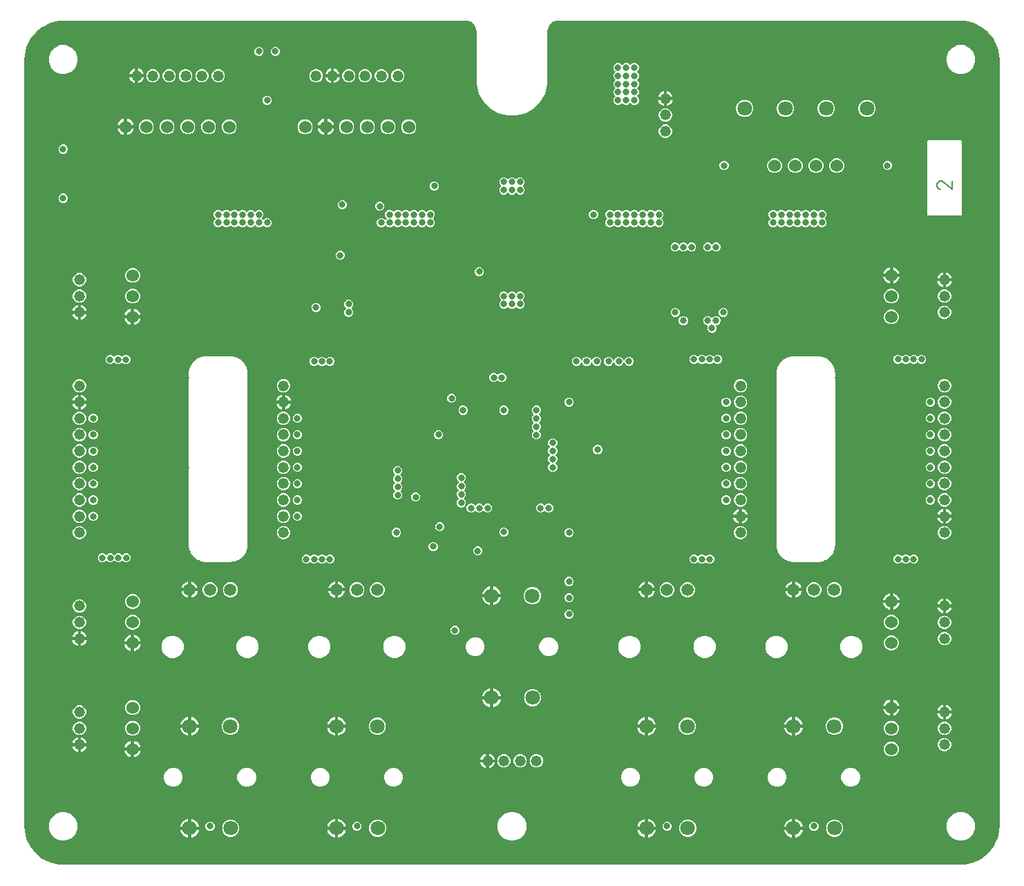
<source format=gbr>
G04 EAGLE Gerber RS-274X export*
G75*
%MOMM*%
%FSLAX34Y34*%
%LPD*%
%INCopper Layer 2*%
%IPPOS*%
%AMOC8*
5,1,8,0,0,1.08239X$1,22.5*%
G01*
%ADD10C,0.152400*%
%ADD11C,1.508000*%
%ADD12C,1.800000*%
%ADD13C,0.808000*%
%ADD14C,1.320800*%
%ADD15C,1.524000*%

G36*
X1150029Y2545D02*
X1150029Y2545D01*
X1150056Y2542D01*
X1155258Y2834D01*
X1155349Y2853D01*
X1155424Y2858D01*
X1165567Y5173D01*
X1165691Y5220D01*
X1165778Y5247D01*
X1175152Y9761D01*
X1175262Y9835D01*
X1175341Y9880D01*
X1183475Y16367D01*
X1183566Y16463D01*
X1183633Y16525D01*
X1190120Y24659D01*
X1190187Y24773D01*
X1190239Y24848D01*
X1194753Y34222D01*
X1194793Y34348D01*
X1194827Y34433D01*
X1197142Y44576D01*
X1197150Y44668D01*
X1197166Y44742D01*
X1197458Y49944D01*
X1197455Y49974D01*
X1197459Y50000D01*
X1197459Y990000D01*
X1197455Y990030D01*
X1197458Y990056D01*
X1197166Y995258D01*
X1197147Y995349D01*
X1197142Y995424D01*
X1194827Y1005567D01*
X1194780Y1005691D01*
X1194753Y1005778D01*
X1190239Y1015152D01*
X1190165Y1015262D01*
X1190120Y1015341D01*
X1183633Y1023475D01*
X1183537Y1023566D01*
X1183475Y1023633D01*
X1175341Y1030120D01*
X1175227Y1030187D01*
X1175152Y1030239D01*
X1165778Y1034753D01*
X1165652Y1034793D01*
X1165567Y1034827D01*
X1155424Y1037142D01*
X1155332Y1037150D01*
X1155258Y1037166D01*
X1150056Y1037458D01*
X1150026Y1037455D01*
X1150000Y1037459D01*
X656000Y1037459D01*
X655948Y1037452D01*
X655902Y1037454D01*
X653666Y1037234D01*
X653392Y1037167D01*
X653387Y1037164D01*
X653382Y1037163D01*
X649251Y1035452D01*
X649215Y1035431D01*
X649176Y1035417D01*
X649106Y1035366D01*
X649008Y1035308D01*
X648968Y1035265D01*
X648927Y1035235D01*
X645765Y1032073D01*
X645740Y1032040D01*
X645709Y1032012D01*
X645664Y1031939D01*
X645595Y1031848D01*
X645575Y1031793D01*
X645548Y1031749D01*
X643837Y1027618D01*
X643767Y1027345D01*
X643767Y1027339D01*
X643766Y1027334D01*
X643546Y1025098D01*
X643548Y1025045D01*
X643541Y1025000D01*
X643541Y959268D01*
X640574Y948194D01*
X634841Y938265D01*
X626735Y930159D01*
X616806Y924426D01*
X605732Y921459D01*
X594268Y921459D01*
X583194Y924426D01*
X573265Y930159D01*
X565159Y938265D01*
X559426Y948194D01*
X556459Y959268D01*
X556459Y1025000D01*
X556452Y1025052D01*
X556454Y1025098D01*
X556234Y1027334D01*
X556167Y1027608D01*
X556164Y1027613D01*
X556163Y1027618D01*
X554452Y1031749D01*
X554431Y1031785D01*
X554417Y1031824D01*
X554366Y1031894D01*
X554308Y1031992D01*
X554265Y1032032D01*
X554235Y1032073D01*
X551073Y1035235D01*
X551040Y1035260D01*
X551012Y1035291D01*
X550939Y1035336D01*
X550848Y1035405D01*
X550793Y1035425D01*
X550749Y1035452D01*
X546618Y1037163D01*
X546345Y1037233D01*
X546339Y1037233D01*
X546334Y1037234D01*
X544098Y1037454D01*
X544045Y1037452D01*
X544000Y1037459D01*
X50000Y1037459D01*
X49971Y1037455D01*
X49944Y1037458D01*
X44742Y1037166D01*
X44651Y1037147D01*
X44576Y1037142D01*
X34433Y1034827D01*
X34309Y1034780D01*
X34222Y1034753D01*
X24848Y1030239D01*
X24738Y1030165D01*
X24659Y1030120D01*
X16525Y1023633D01*
X16434Y1023537D01*
X16367Y1023475D01*
X9880Y1015341D01*
X9813Y1015227D01*
X9761Y1015152D01*
X5247Y1005778D01*
X5207Y1005652D01*
X5173Y1005567D01*
X2858Y995424D01*
X2850Y995332D01*
X2834Y995258D01*
X2542Y990056D01*
X2545Y990026D01*
X2541Y990000D01*
X2541Y50000D01*
X2545Y49971D01*
X2542Y49944D01*
X2834Y44742D01*
X2853Y44651D01*
X2858Y44576D01*
X5173Y34433D01*
X5220Y34309D01*
X5247Y34222D01*
X9761Y24848D01*
X9835Y24738D01*
X9880Y24659D01*
X16367Y16525D01*
X16463Y16434D01*
X16525Y16367D01*
X24659Y9880D01*
X24773Y9813D01*
X24848Y9761D01*
X34222Y5247D01*
X34348Y5207D01*
X34433Y5173D01*
X44576Y2858D01*
X44668Y2850D01*
X44742Y2834D01*
X49944Y2542D01*
X49974Y2545D01*
X50000Y2541D01*
X1150000Y2541D01*
X1150029Y2545D01*
G37*
%LPC*%
G36*
X974492Y373963D02*
X974492Y373963D01*
X974402Y373989D01*
X974326Y373989D01*
X974262Y373999D01*
X945738Y373999D01*
X945681Y373991D01*
X945624Y373993D01*
X945542Y373971D01*
X945461Y373960D01*
X945000Y373996D01*
X944958Y373994D01*
X944921Y373999D01*
X944442Y373999D01*
X944412Y374006D01*
X944325Y374039D01*
X944249Y374045D01*
X944186Y374060D01*
X942441Y374198D01*
X942423Y374196D01*
X942405Y374200D01*
X942282Y374188D01*
X942159Y374180D01*
X942142Y374174D01*
X942125Y374172D01*
X942101Y374162D01*
X941791Y374236D01*
X941705Y374244D01*
X941636Y374261D01*
X941324Y374285D01*
X941321Y374289D01*
X941305Y374296D01*
X941291Y374308D01*
X941208Y374342D01*
X941066Y374409D01*
X941033Y374414D01*
X941006Y374425D01*
X939218Y374854D01*
X939200Y374856D01*
X939183Y374862D01*
X939060Y374869D01*
X938937Y374881D01*
X938920Y374877D01*
X938902Y374878D01*
X938877Y374872D01*
X938582Y374994D01*
X938499Y375016D01*
X938433Y375043D01*
X938129Y375115D01*
X938126Y375119D01*
X938112Y375129D01*
X938100Y375143D01*
X938023Y375189D01*
X937893Y375277D01*
X937862Y375288D01*
X937836Y375303D01*
X936138Y376007D01*
X936120Y376011D01*
X936105Y376020D01*
X935984Y376046D01*
X935864Y376077D01*
X935847Y376076D01*
X935829Y376080D01*
X935803Y376078D01*
X935532Y376244D01*
X935452Y376279D01*
X935392Y376316D01*
X935103Y376435D01*
X935101Y376439D01*
X935088Y376452D01*
X935078Y376466D01*
X935010Y376524D01*
X934895Y376632D01*
X934866Y376647D01*
X934843Y376666D01*
X933275Y377627D01*
X933259Y377634D01*
X933245Y377645D01*
X933130Y377690D01*
X933017Y377739D01*
X932999Y377741D01*
X932982Y377748D01*
X932956Y377750D01*
X932714Y377956D01*
X932641Y378003D01*
X932587Y378049D01*
X932321Y378212D01*
X932319Y378216D01*
X932308Y378231D01*
X932301Y378247D01*
X932243Y378315D01*
X932146Y378439D01*
X932119Y378458D01*
X932100Y378481D01*
X930702Y379675D01*
X930687Y379684D01*
X930675Y379697D01*
X930568Y379760D01*
X930464Y379826D01*
X930447Y379831D01*
X930431Y379840D01*
X930406Y379846D01*
X930199Y380088D01*
X930135Y380145D01*
X930088Y380199D01*
X929851Y380402D01*
X929850Y380407D01*
X929841Y380422D01*
X929837Y380440D01*
X929789Y380516D01*
X929714Y380654D01*
X929690Y380677D01*
X929675Y380702D01*
X928481Y382100D01*
X928467Y382112D01*
X928457Y382127D01*
X928362Y382205D01*
X928269Y382287D01*
X928253Y382294D01*
X928239Y382306D01*
X928215Y382315D01*
X928049Y382587D01*
X927994Y382653D01*
X927956Y382714D01*
X927754Y382952D01*
X927753Y382957D01*
X927747Y382973D01*
X927745Y382991D01*
X927711Y383074D01*
X927658Y383222D01*
X927638Y383248D01*
X927627Y383275D01*
X926666Y384843D01*
X926655Y384857D01*
X926647Y384873D01*
X926565Y384965D01*
X926486Y385060D01*
X926472Y385071D01*
X926460Y385084D01*
X926437Y385097D01*
X926316Y385392D01*
X926272Y385466D01*
X926244Y385532D01*
X926081Y385798D01*
X926082Y385803D01*
X926078Y385820D01*
X926079Y385838D01*
X926058Y385925D01*
X926029Y386080D01*
X926014Y386109D01*
X926007Y386138D01*
X925303Y387836D01*
X925294Y387852D01*
X925289Y387869D01*
X925222Y387973D01*
X925159Y388079D01*
X925146Y388091D01*
X925137Y388106D01*
X925117Y388123D01*
X925043Y388433D01*
X925011Y388513D01*
X924994Y388582D01*
X924875Y388871D01*
X924876Y388875D01*
X924875Y388893D01*
X924879Y388911D01*
X924872Y389000D01*
X924867Y389157D01*
X924856Y389189D01*
X924854Y389218D01*
X924425Y391006D01*
X924418Y391022D01*
X924416Y391040D01*
X924366Y391153D01*
X924321Y391268D01*
X924310Y391282D01*
X924303Y391298D01*
X924286Y391318D01*
X924261Y391636D01*
X924242Y391720D01*
X924236Y391791D01*
X924163Y392095D01*
X924165Y392099D01*
X924168Y392117D01*
X924174Y392133D01*
X924181Y392222D01*
X924201Y392379D01*
X924195Y392411D01*
X924198Y392441D01*
X924060Y394186D01*
X924048Y394242D01*
X924045Y394299D01*
X924017Y394379D01*
X923999Y394458D01*
X923999Y394921D01*
X923993Y394963D01*
X923996Y395000D01*
X923959Y395477D01*
X923963Y395508D01*
X923989Y395598D01*
X923989Y395674D01*
X923999Y395738D01*
X923999Y604262D01*
X923991Y604319D01*
X923993Y604376D01*
X923971Y604458D01*
X923960Y604539D01*
X923996Y605000D01*
X923994Y605042D01*
X923999Y605079D01*
X923999Y605558D01*
X924006Y605588D01*
X924039Y605675D01*
X924045Y605751D01*
X924060Y605814D01*
X924198Y607559D01*
X924196Y607577D01*
X924200Y607595D01*
X924188Y607718D01*
X924180Y607841D01*
X924174Y607858D01*
X924172Y607875D01*
X924162Y607899D01*
X924236Y608209D01*
X924244Y608295D01*
X924261Y608364D01*
X924285Y608676D01*
X924289Y608679D01*
X924296Y608695D01*
X924307Y608709D01*
X924342Y608792D01*
X924409Y608935D01*
X924414Y608967D01*
X924425Y608994D01*
X924854Y610782D01*
X924856Y610800D01*
X924862Y610817D01*
X924869Y610940D01*
X924881Y611063D01*
X924877Y611080D01*
X924878Y611098D01*
X924872Y611123D01*
X924994Y611418D01*
X925015Y611501D01*
X925043Y611567D01*
X925115Y611871D01*
X925119Y611874D01*
X925129Y611889D01*
X925142Y611900D01*
X925189Y611977D01*
X925278Y612107D01*
X925288Y612139D01*
X925303Y612164D01*
X926007Y613862D01*
X926011Y613880D01*
X926020Y613895D01*
X926046Y614016D01*
X926077Y614136D01*
X926076Y614153D01*
X926080Y614171D01*
X926078Y614197D01*
X926244Y614468D01*
X926278Y614547D01*
X926315Y614608D01*
X926435Y614897D01*
X926439Y614899D01*
X926452Y614912D01*
X926466Y614922D01*
X926524Y614990D01*
X926632Y615105D01*
X926647Y615134D01*
X926666Y615157D01*
X927627Y616725D01*
X927634Y616741D01*
X927645Y616755D01*
X927690Y616870D01*
X927739Y616983D01*
X927741Y617001D01*
X927748Y617018D01*
X927750Y617044D01*
X927956Y617286D01*
X928003Y617359D01*
X928049Y617413D01*
X928212Y617679D01*
X928216Y617681D01*
X928231Y617692D01*
X928247Y617699D01*
X928315Y617757D01*
X928439Y617854D01*
X928458Y617881D01*
X928481Y617900D01*
X929675Y619298D01*
X929684Y619313D01*
X929697Y619325D01*
X929760Y619432D01*
X929826Y619536D01*
X929831Y619553D01*
X929840Y619569D01*
X929846Y619594D01*
X930088Y619801D01*
X930145Y619865D01*
X930199Y619912D01*
X930402Y620149D01*
X930407Y620150D01*
X930422Y620159D01*
X930440Y620163D01*
X930516Y620211D01*
X930654Y620286D01*
X930677Y620310D01*
X930702Y620325D01*
X932100Y621519D01*
X932112Y621533D01*
X932127Y621543D01*
X932205Y621638D01*
X932287Y621731D01*
X932294Y621747D01*
X932306Y621761D01*
X932315Y621785D01*
X932587Y621951D01*
X932653Y622006D01*
X932714Y622044D01*
X932952Y622246D01*
X932956Y622247D01*
X932973Y622253D01*
X932991Y622255D01*
X933074Y622289D01*
X933222Y622342D01*
X933248Y622362D01*
X933275Y622373D01*
X934843Y623334D01*
X934857Y623345D01*
X934873Y623353D01*
X934965Y623435D01*
X935060Y623514D01*
X935071Y623528D01*
X935084Y623540D01*
X935097Y623563D01*
X935392Y623684D01*
X935466Y623728D01*
X935532Y623756D01*
X935798Y623919D01*
X935803Y623918D01*
X935820Y623922D01*
X935838Y623921D01*
X935925Y623942D01*
X936080Y623971D01*
X936109Y623986D01*
X936138Y623993D01*
X937836Y624697D01*
X937852Y624706D01*
X937869Y624711D01*
X937973Y624778D01*
X938079Y624841D01*
X938091Y624854D01*
X938106Y624863D01*
X938123Y624883D01*
X938433Y624957D01*
X938513Y624989D01*
X938582Y625006D01*
X938871Y625125D01*
X938875Y625124D01*
X938893Y625125D01*
X938911Y625121D01*
X939000Y625128D01*
X939157Y625133D01*
X939189Y625144D01*
X939218Y625146D01*
X941006Y625575D01*
X941022Y625582D01*
X941040Y625584D01*
X941153Y625634D01*
X941268Y625679D01*
X941282Y625690D01*
X941298Y625697D01*
X941318Y625714D01*
X941636Y625739D01*
X941720Y625758D01*
X941791Y625764D01*
X942095Y625837D01*
X942099Y625835D01*
X942117Y625832D01*
X942133Y625826D01*
X942222Y625819D01*
X942379Y625799D01*
X942411Y625805D01*
X942441Y625802D01*
X944186Y625940D01*
X944242Y625952D01*
X944299Y625955D01*
X944379Y625983D01*
X944458Y626001D01*
X944921Y626001D01*
X944963Y626007D01*
X945000Y626004D01*
X945477Y626041D01*
X945508Y626037D01*
X945598Y626011D01*
X945674Y626011D01*
X945738Y626001D01*
X974262Y626001D01*
X974319Y626009D01*
X974376Y626007D01*
X974458Y626029D01*
X974539Y626040D01*
X975000Y626004D01*
X975042Y626006D01*
X975079Y626001D01*
X975558Y626001D01*
X975588Y625994D01*
X975675Y625961D01*
X975751Y625955D01*
X975814Y625940D01*
X977559Y625802D01*
X977577Y625804D01*
X977595Y625800D01*
X977718Y625812D01*
X977841Y625820D01*
X977858Y625826D01*
X977875Y625828D01*
X977899Y625838D01*
X978209Y625764D01*
X978295Y625756D01*
X978364Y625739D01*
X978676Y625715D01*
X978679Y625711D01*
X978695Y625704D01*
X978709Y625693D01*
X978792Y625658D01*
X978935Y625591D01*
X978967Y625586D01*
X978994Y625575D01*
X980782Y625146D01*
X980800Y625144D01*
X980817Y625138D01*
X980940Y625131D01*
X981063Y625119D01*
X981080Y625123D01*
X981098Y625122D01*
X981123Y625128D01*
X981418Y625006D01*
X981501Y624984D01*
X981567Y624957D01*
X981871Y624885D01*
X981874Y624881D01*
X981889Y624871D01*
X981900Y624858D01*
X981977Y624811D01*
X982107Y624722D01*
X982139Y624712D01*
X982164Y624697D01*
X983862Y623993D01*
X983880Y623989D01*
X983895Y623980D01*
X984016Y623954D01*
X984136Y623923D01*
X984153Y623924D01*
X984171Y623920D01*
X984197Y623922D01*
X984468Y623756D01*
X984547Y623721D01*
X984608Y623684D01*
X984897Y623565D01*
X984899Y623561D01*
X984912Y623549D01*
X984922Y623534D01*
X984990Y623475D01*
X985105Y623368D01*
X985134Y623353D01*
X985157Y623334D01*
X986725Y622373D01*
X986741Y622366D01*
X986755Y622355D01*
X986870Y622310D01*
X986983Y622261D01*
X987001Y622259D01*
X987018Y622252D01*
X987044Y622250D01*
X987286Y622044D01*
X987359Y621997D01*
X987413Y621951D01*
X987679Y621788D01*
X987681Y621784D01*
X987692Y621770D01*
X987699Y621753D01*
X987758Y621685D01*
X987854Y621561D01*
X987881Y621542D01*
X987900Y621519D01*
X989298Y620325D01*
X989313Y620316D01*
X989325Y620303D01*
X989432Y620240D01*
X989536Y620174D01*
X989553Y620169D01*
X989569Y620160D01*
X989594Y620154D01*
X989801Y619912D01*
X989865Y619855D01*
X989912Y619801D01*
X990149Y619598D01*
X990150Y619593D01*
X990159Y619578D01*
X990163Y619560D01*
X990211Y619484D01*
X990286Y619346D01*
X990310Y619323D01*
X990325Y619298D01*
X991519Y617900D01*
X991533Y617888D01*
X991543Y617873D01*
X991638Y617795D01*
X991731Y617713D01*
X991747Y617706D01*
X991761Y617694D01*
X991785Y617684D01*
X991951Y617413D01*
X992006Y617347D01*
X992044Y617286D01*
X992246Y617048D01*
X992247Y617044D01*
X992253Y617027D01*
X992255Y617009D01*
X992289Y616926D01*
X992342Y616778D01*
X992362Y616752D01*
X992373Y616725D01*
X993334Y615157D01*
X993345Y615143D01*
X993353Y615127D01*
X993435Y615035D01*
X993514Y614940D01*
X993528Y614929D01*
X993540Y614916D01*
X993563Y614903D01*
X993684Y614608D01*
X993728Y614534D01*
X993756Y614468D01*
X993919Y614202D01*
X993918Y614197D01*
X993922Y614180D01*
X993921Y614162D01*
X993942Y614075D01*
X993971Y613920D01*
X993986Y613891D01*
X993993Y613862D01*
X994697Y612164D01*
X994706Y612148D01*
X994711Y612131D01*
X994778Y612027D01*
X994841Y611921D01*
X994854Y611909D01*
X994863Y611894D01*
X994883Y611877D01*
X994957Y611567D01*
X994989Y611487D01*
X995006Y611418D01*
X995125Y611129D01*
X995124Y611125D01*
X995125Y611107D01*
X995121Y611089D01*
X995128Y611000D01*
X995133Y610843D01*
X995144Y610811D01*
X995146Y610782D01*
X995575Y608994D01*
X995582Y608978D01*
X995584Y608960D01*
X995633Y608847D01*
X995679Y608732D01*
X995690Y608718D01*
X995697Y608702D01*
X995714Y608682D01*
X995739Y608364D01*
X995758Y608280D01*
X995764Y608209D01*
X995837Y607905D01*
X995835Y607901D01*
X995832Y607883D01*
X995826Y607867D01*
X995819Y607778D01*
X995799Y607621D01*
X995805Y607589D01*
X995802Y607559D01*
X995940Y605814D01*
X995952Y605758D01*
X995955Y605701D01*
X995983Y605621D01*
X996001Y605541D01*
X996001Y605079D01*
X996007Y605037D01*
X996004Y605000D01*
X996041Y604523D01*
X996037Y604492D01*
X996011Y604402D01*
X996011Y604326D01*
X996001Y604262D01*
X996001Y395738D01*
X996009Y395681D01*
X996007Y395624D01*
X996029Y395542D01*
X996040Y395461D01*
X996004Y395000D01*
X996006Y394958D01*
X996001Y394921D01*
X996001Y394442D01*
X995994Y394412D01*
X995961Y394325D01*
X995955Y394249D01*
X995940Y394186D01*
X995802Y392441D01*
X995804Y392423D01*
X995800Y392405D01*
X995812Y392282D01*
X995820Y392159D01*
X995826Y392142D01*
X995828Y392125D01*
X995838Y392101D01*
X995764Y391791D01*
X995756Y391705D01*
X995739Y391636D01*
X995715Y391324D01*
X995711Y391321D01*
X995704Y391305D01*
X995692Y391291D01*
X995658Y391208D01*
X995591Y391066D01*
X995586Y391033D01*
X995575Y391006D01*
X995146Y389218D01*
X995144Y389200D01*
X995138Y389183D01*
X995131Y389060D01*
X995119Y388937D01*
X995123Y388920D01*
X995122Y388902D01*
X995128Y388877D01*
X995006Y388582D01*
X994984Y388499D01*
X994957Y388433D01*
X994885Y388129D01*
X994881Y388126D01*
X994871Y388111D01*
X994858Y388100D01*
X994811Y388023D01*
X994722Y387893D01*
X994712Y387861D01*
X994697Y387836D01*
X993993Y386138D01*
X993989Y386120D01*
X993980Y386105D01*
X993954Y385984D01*
X993923Y385864D01*
X993924Y385847D01*
X993920Y385829D01*
X993922Y385803D01*
X993756Y385532D01*
X993721Y385453D01*
X993684Y385392D01*
X993565Y385103D01*
X993561Y385101D01*
X993549Y385088D01*
X993534Y385078D01*
X993475Y385010D01*
X993368Y384895D01*
X993353Y384866D01*
X993334Y384843D01*
X992373Y383275D01*
X992366Y383259D01*
X992355Y383245D01*
X992310Y383130D01*
X992261Y383017D01*
X992259Y382999D01*
X992252Y382982D01*
X992250Y382956D01*
X992044Y382714D01*
X991997Y382641D01*
X991951Y382587D01*
X991788Y382321D01*
X991784Y382319D01*
X991770Y382308D01*
X991753Y382301D01*
X991685Y382242D01*
X991561Y382146D01*
X991542Y382119D01*
X991519Y382100D01*
X990325Y380702D01*
X990316Y380687D01*
X990303Y380675D01*
X990240Y380568D01*
X990174Y380464D01*
X990169Y380447D01*
X990160Y380431D01*
X990154Y380406D01*
X989912Y380199D01*
X989855Y380135D01*
X989801Y380088D01*
X989598Y379851D01*
X989593Y379850D01*
X989578Y379841D01*
X989560Y379837D01*
X989484Y379789D01*
X989346Y379714D01*
X989323Y379690D01*
X989298Y379675D01*
X987900Y378481D01*
X987888Y378467D01*
X987873Y378457D01*
X987795Y378362D01*
X987713Y378269D01*
X987706Y378253D01*
X987694Y378239D01*
X987684Y378215D01*
X987413Y378049D01*
X987347Y377994D01*
X987286Y377956D01*
X987048Y377754D01*
X987044Y377753D01*
X987027Y377747D01*
X987009Y377745D01*
X986926Y377711D01*
X986778Y377658D01*
X986752Y377638D01*
X986725Y377627D01*
X985157Y376666D01*
X985143Y376655D01*
X985127Y376647D01*
X985035Y376565D01*
X984940Y376486D01*
X984929Y376472D01*
X984916Y376460D01*
X984903Y376437D01*
X984608Y376316D01*
X984534Y376272D01*
X984468Y376244D01*
X984202Y376081D01*
X984197Y376082D01*
X984180Y376078D01*
X984162Y376079D01*
X984075Y376058D01*
X983920Y376029D01*
X983891Y376014D01*
X983862Y376007D01*
X982164Y375303D01*
X982148Y375294D01*
X982131Y375289D01*
X982027Y375222D01*
X981921Y375159D01*
X981909Y375146D01*
X981894Y375137D01*
X981877Y375117D01*
X981567Y375043D01*
X981487Y375011D01*
X981418Y374994D01*
X981129Y374875D01*
X981125Y374876D01*
X981107Y374875D01*
X981089Y374879D01*
X981000Y374872D01*
X980843Y374867D01*
X980811Y374856D01*
X980782Y374854D01*
X978994Y374425D01*
X978978Y374418D01*
X978960Y374416D01*
X978847Y374367D01*
X978732Y374321D01*
X978718Y374310D01*
X978702Y374303D01*
X978682Y374286D01*
X978364Y374261D01*
X978280Y374242D01*
X978209Y374236D01*
X977905Y374163D01*
X977901Y374165D01*
X977883Y374168D01*
X977867Y374174D01*
X977778Y374181D01*
X977621Y374201D01*
X977589Y374195D01*
X977559Y374198D01*
X975814Y374060D01*
X975758Y374048D01*
X975701Y374045D01*
X975621Y374017D01*
X975541Y373999D01*
X975079Y373999D01*
X975037Y373993D01*
X975000Y373996D01*
X974523Y373959D01*
X974492Y373963D01*
G37*
%LPD*%
%LPC*%
G36*
X254492Y373963D02*
X254492Y373963D01*
X254402Y373989D01*
X254326Y373989D01*
X254262Y373999D01*
X225738Y373999D01*
X225681Y373991D01*
X225624Y373993D01*
X225542Y373971D01*
X225461Y373960D01*
X225000Y373996D01*
X224958Y373994D01*
X224921Y373999D01*
X224442Y373999D01*
X224412Y374006D01*
X224325Y374039D01*
X224249Y374045D01*
X224186Y374060D01*
X222441Y374198D01*
X222423Y374196D01*
X222405Y374200D01*
X222282Y374188D01*
X222159Y374180D01*
X222142Y374174D01*
X222125Y374172D01*
X222101Y374162D01*
X221791Y374236D01*
X221705Y374244D01*
X221636Y374261D01*
X221324Y374285D01*
X221321Y374289D01*
X221305Y374296D01*
X221291Y374307D01*
X221208Y374342D01*
X221065Y374409D01*
X221033Y374414D01*
X221006Y374425D01*
X219218Y374854D01*
X219200Y374856D01*
X219183Y374862D01*
X219060Y374869D01*
X218937Y374881D01*
X218920Y374877D01*
X218902Y374878D01*
X218877Y374872D01*
X218582Y374994D01*
X218499Y375016D01*
X218433Y375043D01*
X218129Y375115D01*
X218126Y375119D01*
X218111Y375129D01*
X218100Y375142D01*
X218023Y375189D01*
X217893Y375278D01*
X217861Y375288D01*
X217836Y375303D01*
X216138Y376007D01*
X216120Y376011D01*
X216105Y376020D01*
X215984Y376046D01*
X215864Y376077D01*
X215847Y376076D01*
X215829Y376080D01*
X215803Y376078D01*
X215532Y376244D01*
X215453Y376279D01*
X215392Y376316D01*
X215103Y376435D01*
X215101Y376439D01*
X215088Y376451D01*
X215078Y376466D01*
X215010Y376525D01*
X214895Y376632D01*
X214866Y376647D01*
X214843Y376666D01*
X213275Y377627D01*
X213259Y377634D01*
X213245Y377645D01*
X213130Y377690D01*
X213017Y377739D01*
X212999Y377741D01*
X212982Y377748D01*
X212956Y377750D01*
X212714Y377956D01*
X212641Y378003D01*
X212587Y378049D01*
X212321Y378212D01*
X212319Y378216D01*
X212308Y378230D01*
X212301Y378247D01*
X212242Y378315D01*
X212146Y378439D01*
X212119Y378458D01*
X212100Y378481D01*
X210702Y379675D01*
X210687Y379684D01*
X210675Y379697D01*
X210568Y379760D01*
X210464Y379826D01*
X210447Y379831D01*
X210431Y379840D01*
X210406Y379846D01*
X210199Y380088D01*
X210135Y380145D01*
X210088Y380199D01*
X209851Y380402D01*
X209850Y380407D01*
X209841Y380422D01*
X209837Y380440D01*
X209789Y380516D01*
X209714Y380654D01*
X209690Y380677D01*
X209675Y380702D01*
X208481Y382100D01*
X208467Y382112D01*
X208457Y382127D01*
X208362Y382205D01*
X208269Y382287D01*
X208253Y382294D01*
X208239Y382306D01*
X208215Y382316D01*
X208049Y382587D01*
X207994Y382653D01*
X207956Y382714D01*
X207754Y382952D01*
X207753Y382956D01*
X207747Y382973D01*
X207745Y382991D01*
X207711Y383074D01*
X207658Y383222D01*
X207638Y383248D01*
X207627Y383275D01*
X206666Y384843D01*
X206655Y384857D01*
X206647Y384873D01*
X206565Y384965D01*
X206486Y385060D01*
X206472Y385071D01*
X206460Y385084D01*
X206437Y385097D01*
X206316Y385392D01*
X206272Y385466D01*
X206244Y385532D01*
X206081Y385798D01*
X206082Y385803D01*
X206078Y385820D01*
X206079Y385838D01*
X206058Y385925D01*
X206029Y386080D01*
X206014Y386109D01*
X206007Y386138D01*
X205303Y387836D01*
X205294Y387852D01*
X205289Y387869D01*
X205222Y387973D01*
X205159Y388079D01*
X205146Y388091D01*
X205137Y388106D01*
X205117Y388123D01*
X205043Y388433D01*
X205011Y388513D01*
X204994Y388582D01*
X204875Y388871D01*
X204876Y388875D01*
X204875Y388893D01*
X204879Y388911D01*
X204872Y389000D01*
X204867Y389157D01*
X204856Y389189D01*
X204854Y389218D01*
X204425Y391006D01*
X204418Y391022D01*
X204416Y391040D01*
X204367Y391153D01*
X204321Y391268D01*
X204310Y391282D01*
X204303Y391298D01*
X204286Y391318D01*
X204261Y391636D01*
X204242Y391720D01*
X204236Y391791D01*
X204163Y392095D01*
X204165Y392099D01*
X204168Y392117D01*
X204174Y392133D01*
X204181Y392222D01*
X204201Y392379D01*
X204195Y392411D01*
X204198Y392441D01*
X204060Y394186D01*
X204048Y394242D01*
X204045Y394299D01*
X204017Y394379D01*
X203999Y394459D01*
X203999Y394921D01*
X203993Y394963D01*
X203996Y395000D01*
X203959Y395477D01*
X203963Y395508D01*
X203989Y395598D01*
X203989Y395674D01*
X203999Y395738D01*
X203999Y604262D01*
X203991Y604319D01*
X203993Y604376D01*
X203971Y604458D01*
X203960Y604539D01*
X203996Y605000D01*
X203994Y605042D01*
X203999Y605079D01*
X203999Y605558D01*
X204006Y605588D01*
X204039Y605675D01*
X204045Y605751D01*
X204060Y605814D01*
X204198Y607559D01*
X204196Y607577D01*
X204200Y607595D01*
X204188Y607718D01*
X204180Y607841D01*
X204174Y607858D01*
X204172Y607875D01*
X204162Y607899D01*
X204236Y608209D01*
X204244Y608295D01*
X204261Y608364D01*
X204285Y608676D01*
X204289Y608679D01*
X204296Y608695D01*
X204308Y608709D01*
X204342Y608792D01*
X204409Y608934D01*
X204414Y608967D01*
X204425Y608994D01*
X204854Y610782D01*
X204856Y610800D01*
X204862Y610817D01*
X204869Y610940D01*
X204881Y611063D01*
X204877Y611080D01*
X204878Y611098D01*
X204872Y611123D01*
X204994Y611418D01*
X205016Y611501D01*
X205043Y611567D01*
X205115Y611871D01*
X205119Y611874D01*
X205129Y611889D01*
X205143Y611900D01*
X205189Y611977D01*
X205277Y612107D01*
X205288Y612138D01*
X205303Y612164D01*
X206007Y613862D01*
X206011Y613880D01*
X206020Y613895D01*
X206046Y614016D01*
X206077Y614136D01*
X206076Y614154D01*
X206080Y614171D01*
X206078Y614197D01*
X206244Y614468D01*
X206279Y614547D01*
X206316Y614608D01*
X206435Y614897D01*
X206439Y614899D01*
X206451Y614912D01*
X206466Y614922D01*
X206525Y614990D01*
X206632Y615105D01*
X206647Y615134D01*
X206666Y615157D01*
X207627Y616725D01*
X207634Y616741D01*
X207645Y616755D01*
X207690Y616870D01*
X207739Y616983D01*
X207741Y617001D01*
X207748Y617018D01*
X207750Y617044D01*
X207956Y617286D01*
X208003Y617359D01*
X208049Y617413D01*
X208212Y617679D01*
X208216Y617681D01*
X208230Y617692D01*
X208247Y617699D01*
X208315Y617758D01*
X208439Y617854D01*
X208458Y617881D01*
X208481Y617900D01*
X209675Y619298D01*
X209684Y619313D01*
X209697Y619325D01*
X209760Y619432D01*
X209826Y619536D01*
X209831Y619553D01*
X209840Y619569D01*
X209846Y619594D01*
X210088Y619801D01*
X210145Y619865D01*
X210199Y619912D01*
X210402Y620149D01*
X210407Y620150D01*
X210422Y620159D01*
X210440Y620163D01*
X210516Y620211D01*
X210654Y620286D01*
X210677Y620310D01*
X210702Y620325D01*
X212100Y621519D01*
X212112Y621533D01*
X212127Y621543D01*
X212205Y621638D01*
X212287Y621731D01*
X212294Y621747D01*
X212306Y621761D01*
X212316Y621785D01*
X212587Y621951D01*
X212653Y622006D01*
X212714Y622044D01*
X212952Y622246D01*
X212956Y622247D01*
X212973Y622253D01*
X212991Y622255D01*
X213074Y622289D01*
X213222Y622342D01*
X213248Y622362D01*
X213275Y622373D01*
X214843Y623334D01*
X214857Y623345D01*
X214873Y623353D01*
X214965Y623435D01*
X215060Y623514D01*
X215071Y623528D01*
X215084Y623540D01*
X215097Y623563D01*
X215392Y623684D01*
X215466Y623728D01*
X215532Y623756D01*
X215798Y623919D01*
X215803Y623918D01*
X215820Y623922D01*
X215838Y623921D01*
X215925Y623942D01*
X216080Y623971D01*
X216109Y623986D01*
X216138Y623993D01*
X217836Y624697D01*
X217852Y624706D01*
X217869Y624711D01*
X217973Y624778D01*
X218079Y624841D01*
X218091Y624854D01*
X218106Y624863D01*
X218123Y624883D01*
X218433Y624957D01*
X218513Y624989D01*
X218582Y625006D01*
X218871Y625125D01*
X218875Y625124D01*
X218893Y625125D01*
X218911Y625121D01*
X219000Y625128D01*
X219157Y625133D01*
X219189Y625144D01*
X219218Y625146D01*
X221006Y625575D01*
X221022Y625582D01*
X221040Y625584D01*
X221153Y625633D01*
X221268Y625679D01*
X221282Y625690D01*
X221298Y625697D01*
X221318Y625714D01*
X221636Y625739D01*
X221720Y625758D01*
X221791Y625764D01*
X222095Y625837D01*
X222099Y625835D01*
X222117Y625832D01*
X222133Y625826D01*
X222222Y625819D01*
X222379Y625799D01*
X222411Y625805D01*
X222441Y625802D01*
X224186Y625940D01*
X224242Y625952D01*
X224299Y625955D01*
X224379Y625983D01*
X224459Y626001D01*
X224921Y626001D01*
X224963Y626007D01*
X225000Y626004D01*
X225477Y626041D01*
X225508Y626037D01*
X225598Y626011D01*
X225674Y626011D01*
X225738Y626001D01*
X254262Y626001D01*
X254319Y626009D01*
X254376Y626007D01*
X254458Y626029D01*
X254539Y626040D01*
X255000Y626004D01*
X255042Y626006D01*
X255079Y626001D01*
X255558Y626001D01*
X255588Y625994D01*
X255675Y625961D01*
X255751Y625955D01*
X255814Y625940D01*
X257559Y625802D01*
X257577Y625804D01*
X257595Y625800D01*
X257718Y625812D01*
X257841Y625820D01*
X257858Y625826D01*
X257875Y625828D01*
X257899Y625838D01*
X258209Y625764D01*
X258295Y625756D01*
X258364Y625739D01*
X258676Y625715D01*
X258679Y625711D01*
X258695Y625704D01*
X258709Y625692D01*
X258792Y625658D01*
X258934Y625591D01*
X258967Y625586D01*
X258994Y625575D01*
X260782Y625146D01*
X260800Y625144D01*
X260817Y625138D01*
X260940Y625131D01*
X261063Y625119D01*
X261080Y625123D01*
X261098Y625122D01*
X261123Y625128D01*
X261418Y625006D01*
X261501Y624984D01*
X261567Y624957D01*
X261871Y624885D01*
X261874Y624881D01*
X261889Y624871D01*
X261900Y624857D01*
X261977Y624811D01*
X262107Y624723D01*
X262138Y624712D01*
X262164Y624697D01*
X263862Y623993D01*
X263880Y623989D01*
X263895Y623980D01*
X264016Y623954D01*
X264136Y623923D01*
X264154Y623924D01*
X264171Y623920D01*
X264197Y623922D01*
X264468Y623756D01*
X264547Y623721D01*
X264608Y623684D01*
X264897Y623565D01*
X264899Y623561D01*
X264912Y623549D01*
X264922Y623534D01*
X264990Y623475D01*
X265105Y623368D01*
X265134Y623353D01*
X265157Y623334D01*
X266725Y622373D01*
X266741Y622366D01*
X266755Y622355D01*
X266870Y622310D01*
X266983Y622261D01*
X267001Y622259D01*
X267018Y622252D01*
X267044Y622250D01*
X267286Y622044D01*
X267359Y621997D01*
X267413Y621951D01*
X267679Y621788D01*
X267681Y621784D01*
X267692Y621770D01*
X267699Y621753D01*
X267758Y621685D01*
X267854Y621561D01*
X267881Y621542D01*
X267900Y621519D01*
X269298Y620325D01*
X269313Y620316D01*
X269325Y620303D01*
X269432Y620240D01*
X269536Y620174D01*
X269553Y620169D01*
X269569Y620160D01*
X269594Y620154D01*
X269801Y619912D01*
X269865Y619855D01*
X269912Y619801D01*
X270149Y619598D01*
X270150Y619593D01*
X270159Y619578D01*
X270163Y619560D01*
X270211Y619484D01*
X270286Y619346D01*
X270310Y619323D01*
X270325Y619298D01*
X271519Y617900D01*
X271533Y617888D01*
X271543Y617873D01*
X271638Y617795D01*
X271731Y617713D01*
X271747Y617706D01*
X271761Y617694D01*
X271785Y617684D01*
X271951Y617413D01*
X272006Y617347D01*
X272044Y617286D01*
X272246Y617048D01*
X272247Y617044D01*
X272253Y617027D01*
X272255Y617009D01*
X272289Y616926D01*
X272342Y616778D01*
X272362Y616752D01*
X272373Y616725D01*
X273334Y615157D01*
X273345Y615143D01*
X273353Y615127D01*
X273435Y615035D01*
X273514Y614940D01*
X273528Y614929D01*
X273540Y614916D01*
X273563Y614903D01*
X273684Y614608D01*
X273728Y614534D01*
X273756Y614468D01*
X273919Y614202D01*
X273918Y614197D01*
X273922Y614180D01*
X273921Y614162D01*
X273942Y614075D01*
X273971Y613920D01*
X273986Y613891D01*
X273993Y613862D01*
X274697Y612164D01*
X274706Y612148D01*
X274711Y612131D01*
X274778Y612027D01*
X274841Y611921D01*
X274854Y611909D01*
X274863Y611894D01*
X274883Y611877D01*
X274957Y611567D01*
X274989Y611487D01*
X275006Y611418D01*
X275125Y611129D01*
X275124Y611125D01*
X275125Y611107D01*
X275121Y611089D01*
X275128Y611000D01*
X275133Y610843D01*
X275144Y610811D01*
X275146Y610782D01*
X275575Y608994D01*
X275582Y608978D01*
X275584Y608960D01*
X275634Y608847D01*
X275679Y608732D01*
X275690Y608718D01*
X275697Y608702D01*
X275714Y608682D01*
X275739Y608364D01*
X275758Y608280D01*
X275764Y608209D01*
X275837Y607905D01*
X275835Y607901D01*
X275832Y607883D01*
X275826Y607867D01*
X275819Y607778D01*
X275799Y607621D01*
X275805Y607589D01*
X275802Y607559D01*
X275940Y605814D01*
X275952Y605758D01*
X275955Y605701D01*
X275983Y605621D01*
X276001Y605542D01*
X276001Y605079D01*
X276007Y605037D01*
X276004Y605000D01*
X276041Y604523D01*
X276037Y604492D01*
X276011Y604402D01*
X276011Y604326D01*
X276001Y604262D01*
X276001Y395738D01*
X276009Y395681D01*
X276007Y395624D01*
X276029Y395542D01*
X276040Y395461D01*
X276004Y395000D01*
X276006Y394958D01*
X276001Y394921D01*
X276001Y394442D01*
X275994Y394412D01*
X275961Y394325D01*
X275955Y394249D01*
X275940Y394186D01*
X275802Y392441D01*
X275804Y392423D01*
X275800Y392405D01*
X275812Y392282D01*
X275820Y392159D01*
X275826Y392142D01*
X275828Y392125D01*
X275838Y392101D01*
X275764Y391791D01*
X275756Y391705D01*
X275739Y391636D01*
X275715Y391324D01*
X275711Y391321D01*
X275704Y391305D01*
X275693Y391291D01*
X275658Y391208D01*
X275591Y391065D01*
X275586Y391033D01*
X275575Y391006D01*
X275146Y389218D01*
X275144Y389200D01*
X275138Y389183D01*
X275131Y389060D01*
X275119Y388937D01*
X275123Y388920D01*
X275122Y388902D01*
X275128Y388877D01*
X275006Y388582D01*
X274985Y388499D01*
X274957Y388433D01*
X274885Y388129D01*
X274881Y388126D01*
X274871Y388111D01*
X274858Y388100D01*
X274811Y388023D01*
X274722Y387893D01*
X274712Y387861D01*
X274697Y387836D01*
X273993Y386138D01*
X273989Y386120D01*
X273980Y386105D01*
X273954Y385984D01*
X273923Y385864D01*
X273924Y385847D01*
X273920Y385829D01*
X273922Y385803D01*
X273756Y385532D01*
X273722Y385453D01*
X273685Y385392D01*
X273565Y385103D01*
X273561Y385101D01*
X273549Y385088D01*
X273534Y385078D01*
X273475Y385010D01*
X273368Y384895D01*
X273353Y384866D01*
X273334Y384843D01*
X272373Y383275D01*
X272366Y383259D01*
X272355Y383245D01*
X272310Y383130D01*
X272261Y383017D01*
X272259Y382999D01*
X272252Y382982D01*
X272250Y382956D01*
X272044Y382714D01*
X271997Y382641D01*
X271951Y382587D01*
X271788Y382321D01*
X271784Y382319D01*
X271770Y382308D01*
X271753Y382301D01*
X271685Y382242D01*
X271561Y382146D01*
X271542Y382119D01*
X271519Y382100D01*
X270325Y380702D01*
X270316Y380687D01*
X270303Y380675D01*
X270240Y380568D01*
X270174Y380464D01*
X270169Y380447D01*
X270160Y380431D01*
X270154Y380406D01*
X269912Y380199D01*
X269855Y380135D01*
X269801Y380088D01*
X269598Y379851D01*
X269593Y379850D01*
X269578Y379841D01*
X269560Y379837D01*
X269484Y379789D01*
X269346Y379714D01*
X269323Y379690D01*
X269298Y379675D01*
X267900Y378481D01*
X267888Y378467D01*
X267873Y378457D01*
X267795Y378362D01*
X267713Y378269D01*
X267706Y378253D01*
X267694Y378239D01*
X267685Y378215D01*
X267413Y378049D01*
X267347Y377994D01*
X267286Y377956D01*
X267048Y377754D01*
X267044Y377753D01*
X267027Y377747D01*
X267009Y377745D01*
X266926Y377711D01*
X266778Y377658D01*
X266752Y377638D01*
X266725Y377627D01*
X265157Y376666D01*
X265143Y376655D01*
X265127Y376647D01*
X265035Y376565D01*
X264940Y376486D01*
X264929Y376472D01*
X264916Y376460D01*
X264903Y376437D01*
X264608Y376316D01*
X264534Y376272D01*
X264468Y376244D01*
X264202Y376081D01*
X264197Y376082D01*
X264180Y376078D01*
X264162Y376079D01*
X264075Y376058D01*
X263920Y376029D01*
X263891Y376014D01*
X263862Y376007D01*
X262164Y375303D01*
X262148Y375294D01*
X262131Y375289D01*
X262027Y375222D01*
X261921Y375159D01*
X261909Y375146D01*
X261894Y375137D01*
X261877Y375117D01*
X261567Y375043D01*
X261487Y375011D01*
X261418Y374994D01*
X261129Y374875D01*
X261125Y374876D01*
X261107Y374875D01*
X261089Y374879D01*
X261000Y374872D01*
X260843Y374867D01*
X260811Y374856D01*
X260782Y374854D01*
X258994Y374425D01*
X258978Y374418D01*
X258960Y374416D01*
X258847Y374366D01*
X258732Y374321D01*
X258718Y374310D01*
X258702Y374303D01*
X258682Y374286D01*
X258364Y374261D01*
X258280Y374242D01*
X258209Y374236D01*
X257905Y374163D01*
X257901Y374165D01*
X257883Y374168D01*
X257867Y374174D01*
X257778Y374181D01*
X257621Y374201D01*
X257589Y374195D01*
X257559Y374198D01*
X255814Y374060D01*
X255758Y374048D01*
X255701Y374045D01*
X255621Y374017D01*
X255541Y373999D01*
X255079Y373999D01*
X255037Y373993D01*
X255000Y373996D01*
X254523Y373959D01*
X254492Y373963D01*
G37*
%LPD*%
%LPC*%
G36*
X1109585Y798999D02*
X1109585Y798999D01*
X1108999Y799585D01*
X1108999Y890415D01*
X1109585Y891001D01*
X1150415Y891001D01*
X1151001Y890415D01*
X1151001Y799585D01*
X1150415Y798999D01*
X1109585Y798999D01*
G37*
%LPD*%
%LPC*%
G36*
X728893Y934435D02*
X728893Y934435D01*
X726848Y935282D01*
X725282Y936848D01*
X724435Y938893D01*
X724435Y941107D01*
X725282Y943152D01*
X726424Y944293D01*
X726462Y944345D01*
X726508Y944390D01*
X726547Y944457D01*
X726593Y944519D01*
X726616Y944579D01*
X726647Y944635D01*
X726665Y944710D01*
X726693Y944783D01*
X726697Y944847D01*
X726712Y944909D01*
X726708Y944987D01*
X726714Y945064D01*
X726701Y945127D01*
X726698Y945191D01*
X726673Y945264D01*
X726657Y945340D01*
X726627Y945397D01*
X726605Y945458D01*
X726564Y945514D01*
X726524Y945589D01*
X726465Y945650D01*
X726424Y945707D01*
X725282Y946848D01*
X724435Y948893D01*
X724435Y951107D01*
X725282Y953152D01*
X726424Y954293D01*
X726462Y954345D01*
X726508Y954390D01*
X726547Y954457D01*
X726593Y954519D01*
X726616Y954579D01*
X726647Y954635D01*
X726665Y954710D01*
X726693Y954783D01*
X726697Y954847D01*
X726712Y954909D01*
X726708Y954987D01*
X726714Y955064D01*
X726701Y955127D01*
X726698Y955191D01*
X726673Y955264D01*
X726657Y955340D01*
X726627Y955397D01*
X726605Y955458D01*
X726564Y955514D01*
X726524Y955589D01*
X726465Y955650D01*
X726424Y955707D01*
X725282Y956848D01*
X724435Y958893D01*
X724435Y961107D01*
X725282Y963152D01*
X726424Y964293D01*
X726462Y964345D01*
X726508Y964390D01*
X726547Y964457D01*
X726593Y964519D01*
X726616Y964579D01*
X726647Y964635D01*
X726665Y964710D01*
X726693Y964783D01*
X726697Y964847D01*
X726712Y964910D01*
X726708Y964987D01*
X726714Y965064D01*
X726701Y965127D01*
X726698Y965191D01*
X726673Y965264D01*
X726657Y965340D01*
X726627Y965397D01*
X726605Y965458D01*
X726564Y965514D01*
X726524Y965589D01*
X726465Y965650D01*
X726424Y965707D01*
X725282Y966848D01*
X724435Y968893D01*
X724435Y971107D01*
X725282Y973152D01*
X726424Y974293D01*
X726462Y974345D01*
X726508Y974390D01*
X726547Y974457D01*
X726593Y974519D01*
X726616Y974579D01*
X726647Y974635D01*
X726665Y974710D01*
X726693Y974783D01*
X726697Y974847D01*
X726712Y974910D01*
X726708Y974987D01*
X726714Y975064D01*
X726701Y975127D01*
X726698Y975191D01*
X726673Y975264D01*
X726657Y975340D01*
X726627Y975397D01*
X726605Y975458D01*
X726564Y975514D01*
X726524Y975589D01*
X726465Y975650D01*
X726424Y975707D01*
X725282Y976848D01*
X724435Y978893D01*
X724435Y981107D01*
X725282Y983152D01*
X726848Y984718D01*
X728893Y985565D01*
X731107Y985565D01*
X733152Y984718D01*
X734293Y983576D01*
X734345Y983538D01*
X734390Y983492D01*
X734457Y983453D01*
X734519Y983407D01*
X734579Y983384D01*
X734635Y983353D01*
X734710Y983335D01*
X734783Y983307D01*
X734847Y983303D01*
X734910Y983288D01*
X734987Y983292D01*
X735064Y983286D01*
X735127Y983299D01*
X735191Y983302D01*
X735264Y983327D01*
X735340Y983343D01*
X735397Y983373D01*
X735458Y983395D01*
X735514Y983436D01*
X735589Y983476D01*
X735650Y983535D01*
X735707Y983576D01*
X736848Y984718D01*
X738893Y985565D01*
X741107Y985565D01*
X743152Y984718D01*
X744293Y983576D01*
X744345Y983538D01*
X744390Y983492D01*
X744457Y983453D01*
X744519Y983407D01*
X744579Y983384D01*
X744635Y983353D01*
X744710Y983335D01*
X744783Y983307D01*
X744847Y983303D01*
X744909Y983288D01*
X744987Y983292D01*
X745064Y983286D01*
X745127Y983299D01*
X745191Y983302D01*
X745264Y983327D01*
X745340Y983343D01*
X745397Y983373D01*
X745458Y983395D01*
X745514Y983436D01*
X745589Y983476D01*
X745650Y983535D01*
X745707Y983576D01*
X746848Y984718D01*
X748893Y985565D01*
X751107Y985565D01*
X753152Y984718D01*
X754718Y983152D01*
X755565Y981107D01*
X755565Y978893D01*
X754718Y976848D01*
X753576Y975707D01*
X753538Y975655D01*
X753492Y975610D01*
X753453Y975543D01*
X753407Y975481D01*
X753384Y975421D01*
X753353Y975365D01*
X753335Y975290D01*
X753307Y975217D01*
X753303Y975153D01*
X753288Y975091D01*
X753292Y975013D01*
X753286Y974936D01*
X753299Y974873D01*
X753302Y974809D01*
X753327Y974736D01*
X753343Y974660D01*
X753373Y974603D01*
X753395Y974542D01*
X753436Y974486D01*
X753476Y974411D01*
X753535Y974350D01*
X753576Y974293D01*
X754718Y973152D01*
X755565Y971107D01*
X755565Y968893D01*
X754718Y966848D01*
X753576Y965707D01*
X753538Y965655D01*
X753492Y965610D01*
X753453Y965543D01*
X753407Y965481D01*
X753384Y965421D01*
X753353Y965365D01*
X753335Y965290D01*
X753307Y965217D01*
X753303Y965153D01*
X753288Y965091D01*
X753292Y965013D01*
X753286Y964936D01*
X753299Y964873D01*
X753302Y964809D01*
X753327Y964736D01*
X753343Y964660D01*
X753373Y964603D01*
X753395Y964542D01*
X753436Y964486D01*
X753476Y964411D01*
X753535Y964350D01*
X753576Y964293D01*
X754718Y963152D01*
X755565Y961107D01*
X755565Y958893D01*
X754718Y956848D01*
X753576Y955707D01*
X753538Y955655D01*
X753492Y955610D01*
X753453Y955543D01*
X753407Y955481D01*
X753384Y955421D01*
X753353Y955365D01*
X753335Y955290D01*
X753307Y955217D01*
X753303Y955153D01*
X753288Y955091D01*
X753292Y955013D01*
X753286Y954936D01*
X753299Y954873D01*
X753302Y954809D01*
X753327Y954736D01*
X753343Y954660D01*
X753373Y954603D01*
X753395Y954542D01*
X753436Y954486D01*
X753476Y954411D01*
X753535Y954350D01*
X753576Y954293D01*
X754718Y953152D01*
X755565Y951107D01*
X755565Y948893D01*
X754718Y946848D01*
X753576Y945707D01*
X753538Y945655D01*
X753492Y945610D01*
X753453Y945543D01*
X753407Y945481D01*
X753384Y945421D01*
X753353Y945365D01*
X753335Y945290D01*
X753307Y945217D01*
X753303Y945153D01*
X753288Y945091D01*
X753292Y945013D01*
X753286Y944936D01*
X753299Y944873D01*
X753302Y944809D01*
X753327Y944736D01*
X753343Y944660D01*
X753373Y944603D01*
X753395Y944542D01*
X753436Y944486D01*
X753476Y944411D01*
X753535Y944350D01*
X753576Y944293D01*
X754718Y943152D01*
X755565Y941107D01*
X755565Y938893D01*
X754718Y936848D01*
X753152Y935282D01*
X751107Y934435D01*
X748893Y934435D01*
X746848Y935282D01*
X745707Y936424D01*
X745655Y936462D01*
X745610Y936508D01*
X745543Y936547D01*
X745481Y936593D01*
X745421Y936616D01*
X745365Y936647D01*
X745290Y936665D01*
X745217Y936693D01*
X745153Y936697D01*
X745090Y936712D01*
X745013Y936708D01*
X744936Y936714D01*
X744873Y936701D01*
X744809Y936698D01*
X744736Y936673D01*
X744660Y936657D01*
X744603Y936627D01*
X744542Y936605D01*
X744486Y936564D01*
X744411Y936524D01*
X744350Y936465D01*
X744293Y936424D01*
X743152Y935282D01*
X741107Y934435D01*
X738893Y934435D01*
X736848Y935282D01*
X735707Y936424D01*
X735655Y936462D01*
X735610Y936508D01*
X735543Y936547D01*
X735481Y936593D01*
X735421Y936616D01*
X735365Y936647D01*
X735290Y936665D01*
X735217Y936693D01*
X735153Y936697D01*
X735090Y936712D01*
X735013Y936708D01*
X734936Y936714D01*
X734873Y936701D01*
X734809Y936698D01*
X734736Y936673D01*
X734660Y936657D01*
X734603Y936627D01*
X734542Y936605D01*
X734486Y936564D01*
X734411Y936524D01*
X734350Y936465D01*
X734293Y936424D01*
X733152Y935282D01*
X731107Y934435D01*
X728893Y934435D01*
G37*
%LPD*%
%LPC*%
G36*
X918893Y784435D02*
X918893Y784435D01*
X916848Y785282D01*
X915282Y786848D01*
X914435Y788893D01*
X914435Y791107D01*
X915282Y793152D01*
X916424Y794293D01*
X916462Y794345D01*
X916508Y794390D01*
X916547Y794457D01*
X916593Y794519D01*
X916616Y794579D01*
X916647Y794635D01*
X916665Y794710D01*
X916693Y794783D01*
X916697Y794847D01*
X916712Y794910D01*
X916708Y794987D01*
X916714Y795064D01*
X916701Y795127D01*
X916698Y795191D01*
X916673Y795264D01*
X916657Y795340D01*
X916627Y795397D01*
X916605Y795458D01*
X916564Y795514D01*
X916524Y795589D01*
X916465Y795650D01*
X916424Y795707D01*
X915282Y796848D01*
X914435Y798893D01*
X914435Y801107D01*
X915282Y803152D01*
X916848Y804718D01*
X918893Y805565D01*
X921107Y805565D01*
X923152Y804718D01*
X924293Y803576D01*
X924345Y803538D01*
X924390Y803492D01*
X924457Y803453D01*
X924519Y803407D01*
X924579Y803384D01*
X924635Y803353D01*
X924710Y803335D01*
X924783Y803307D01*
X924847Y803303D01*
X924909Y803288D01*
X924987Y803292D01*
X925064Y803286D01*
X925127Y803299D01*
X925191Y803302D01*
X925264Y803327D01*
X925340Y803343D01*
X925397Y803373D01*
X925458Y803395D01*
X925514Y803436D01*
X925589Y803476D01*
X925650Y803535D01*
X925707Y803576D01*
X926848Y804718D01*
X928893Y805565D01*
X931107Y805565D01*
X933152Y804718D01*
X934293Y803576D01*
X934345Y803538D01*
X934390Y803492D01*
X934457Y803453D01*
X934519Y803407D01*
X934579Y803384D01*
X934635Y803353D01*
X934710Y803335D01*
X934783Y803307D01*
X934847Y803303D01*
X934909Y803288D01*
X934987Y803292D01*
X935064Y803286D01*
X935127Y803299D01*
X935191Y803302D01*
X935264Y803327D01*
X935340Y803343D01*
X935397Y803373D01*
X935458Y803395D01*
X935514Y803436D01*
X935589Y803476D01*
X935650Y803535D01*
X935707Y803576D01*
X936848Y804718D01*
X938893Y805565D01*
X941107Y805565D01*
X943152Y804718D01*
X944293Y803576D01*
X944345Y803538D01*
X944390Y803492D01*
X944457Y803453D01*
X944519Y803407D01*
X944579Y803384D01*
X944635Y803353D01*
X944710Y803335D01*
X944783Y803307D01*
X944847Y803303D01*
X944909Y803288D01*
X944987Y803292D01*
X945064Y803286D01*
X945127Y803299D01*
X945191Y803302D01*
X945264Y803327D01*
X945340Y803343D01*
X945397Y803373D01*
X945458Y803395D01*
X945514Y803436D01*
X945589Y803476D01*
X945650Y803535D01*
X945707Y803576D01*
X946848Y804718D01*
X948893Y805565D01*
X951107Y805565D01*
X953152Y804718D01*
X954293Y803576D01*
X954345Y803538D01*
X954390Y803492D01*
X954457Y803453D01*
X954519Y803407D01*
X954579Y803384D01*
X954635Y803353D01*
X954710Y803335D01*
X954783Y803307D01*
X954847Y803303D01*
X954909Y803288D01*
X954987Y803292D01*
X955064Y803286D01*
X955127Y803299D01*
X955191Y803302D01*
X955264Y803327D01*
X955340Y803343D01*
X955397Y803373D01*
X955458Y803395D01*
X955514Y803436D01*
X955589Y803476D01*
X955650Y803535D01*
X955707Y803576D01*
X956848Y804718D01*
X958893Y805565D01*
X961107Y805565D01*
X963152Y804718D01*
X964293Y803576D01*
X964345Y803538D01*
X964390Y803492D01*
X964457Y803453D01*
X964519Y803407D01*
X964579Y803384D01*
X964635Y803353D01*
X964710Y803335D01*
X964783Y803307D01*
X964847Y803303D01*
X964909Y803288D01*
X964987Y803292D01*
X965064Y803286D01*
X965127Y803299D01*
X965191Y803302D01*
X965264Y803327D01*
X965340Y803343D01*
X965397Y803373D01*
X965458Y803395D01*
X965514Y803436D01*
X965589Y803476D01*
X965650Y803535D01*
X965707Y803576D01*
X966848Y804718D01*
X968893Y805565D01*
X971107Y805565D01*
X973152Y804718D01*
X974293Y803576D01*
X974345Y803538D01*
X974390Y803492D01*
X974457Y803453D01*
X974519Y803407D01*
X974579Y803384D01*
X974635Y803353D01*
X974710Y803335D01*
X974783Y803307D01*
X974847Y803303D01*
X974909Y803288D01*
X974987Y803292D01*
X975064Y803286D01*
X975127Y803299D01*
X975191Y803302D01*
X975264Y803327D01*
X975340Y803343D01*
X975397Y803373D01*
X975458Y803395D01*
X975514Y803436D01*
X975589Y803476D01*
X975650Y803535D01*
X975707Y803576D01*
X976848Y804718D01*
X978893Y805565D01*
X981107Y805565D01*
X983152Y804718D01*
X984718Y803152D01*
X985565Y801107D01*
X985565Y798893D01*
X984718Y796848D01*
X983576Y795707D01*
X983538Y795655D01*
X983492Y795610D01*
X983453Y795543D01*
X983407Y795481D01*
X983384Y795421D01*
X983353Y795365D01*
X983335Y795290D01*
X983307Y795217D01*
X983303Y795153D01*
X983288Y795091D01*
X983292Y795013D01*
X983286Y794936D01*
X983299Y794873D01*
X983302Y794809D01*
X983327Y794736D01*
X983343Y794660D01*
X983373Y794603D01*
X983395Y794542D01*
X983436Y794486D01*
X983476Y794411D01*
X983535Y794350D01*
X983576Y794293D01*
X984718Y793152D01*
X985565Y791107D01*
X985565Y788893D01*
X984718Y786848D01*
X983152Y785282D01*
X981107Y784435D01*
X978893Y784435D01*
X976848Y785282D01*
X975707Y786424D01*
X975655Y786462D01*
X975610Y786508D01*
X975543Y786547D01*
X975481Y786593D01*
X975421Y786616D01*
X975365Y786647D01*
X975290Y786665D01*
X975217Y786693D01*
X975153Y786697D01*
X975090Y786712D01*
X975013Y786708D01*
X974936Y786714D01*
X974873Y786701D01*
X974809Y786698D01*
X974736Y786673D01*
X974660Y786657D01*
X974603Y786627D01*
X974542Y786605D01*
X974486Y786564D01*
X974411Y786524D01*
X974350Y786465D01*
X974293Y786424D01*
X973152Y785282D01*
X971107Y784435D01*
X968893Y784435D01*
X966848Y785282D01*
X965707Y786424D01*
X965655Y786462D01*
X965610Y786508D01*
X965543Y786547D01*
X965481Y786593D01*
X965421Y786616D01*
X965365Y786647D01*
X965290Y786665D01*
X965217Y786693D01*
X965153Y786697D01*
X965090Y786712D01*
X965013Y786708D01*
X964936Y786714D01*
X964873Y786701D01*
X964809Y786698D01*
X964736Y786673D01*
X964660Y786657D01*
X964603Y786627D01*
X964542Y786605D01*
X964486Y786564D01*
X964411Y786524D01*
X964350Y786465D01*
X964293Y786424D01*
X963152Y785282D01*
X961107Y784435D01*
X958893Y784435D01*
X956848Y785282D01*
X955707Y786424D01*
X955655Y786462D01*
X955610Y786508D01*
X955543Y786547D01*
X955481Y786593D01*
X955421Y786616D01*
X955365Y786647D01*
X955290Y786665D01*
X955217Y786693D01*
X955153Y786697D01*
X955090Y786712D01*
X955013Y786708D01*
X954936Y786714D01*
X954873Y786701D01*
X954809Y786698D01*
X954736Y786673D01*
X954660Y786657D01*
X954603Y786627D01*
X954542Y786605D01*
X954486Y786564D01*
X954411Y786524D01*
X954350Y786465D01*
X954293Y786424D01*
X953152Y785282D01*
X951107Y784435D01*
X948893Y784435D01*
X946848Y785282D01*
X945707Y786424D01*
X945655Y786462D01*
X945610Y786508D01*
X945543Y786547D01*
X945481Y786593D01*
X945421Y786616D01*
X945365Y786647D01*
X945290Y786665D01*
X945217Y786693D01*
X945153Y786697D01*
X945090Y786712D01*
X945013Y786708D01*
X944936Y786714D01*
X944873Y786701D01*
X944809Y786698D01*
X944736Y786673D01*
X944660Y786657D01*
X944603Y786627D01*
X944542Y786605D01*
X944486Y786564D01*
X944411Y786524D01*
X944350Y786465D01*
X944293Y786424D01*
X943152Y785282D01*
X941107Y784435D01*
X938893Y784435D01*
X936848Y785282D01*
X935707Y786424D01*
X935655Y786462D01*
X935610Y786508D01*
X935543Y786547D01*
X935481Y786593D01*
X935421Y786616D01*
X935365Y786647D01*
X935290Y786665D01*
X935217Y786693D01*
X935153Y786697D01*
X935090Y786712D01*
X935013Y786708D01*
X934936Y786714D01*
X934873Y786701D01*
X934809Y786698D01*
X934736Y786673D01*
X934660Y786657D01*
X934603Y786627D01*
X934542Y786605D01*
X934486Y786564D01*
X934411Y786524D01*
X934350Y786465D01*
X934293Y786424D01*
X933152Y785282D01*
X931107Y784435D01*
X928893Y784435D01*
X926848Y785282D01*
X925707Y786424D01*
X925655Y786462D01*
X925610Y786508D01*
X925543Y786547D01*
X925481Y786593D01*
X925421Y786616D01*
X925365Y786647D01*
X925290Y786665D01*
X925217Y786693D01*
X925153Y786697D01*
X925090Y786712D01*
X925013Y786708D01*
X924936Y786714D01*
X924873Y786701D01*
X924809Y786698D01*
X924736Y786673D01*
X924660Y786657D01*
X924603Y786627D01*
X924542Y786605D01*
X924486Y786564D01*
X924411Y786524D01*
X924350Y786465D01*
X924293Y786424D01*
X923152Y785282D01*
X921107Y784435D01*
X918893Y784435D01*
G37*
%LPD*%
%LPC*%
G36*
X718893Y784435D02*
X718893Y784435D01*
X716848Y785282D01*
X715282Y786848D01*
X714435Y788893D01*
X714435Y791107D01*
X715282Y793152D01*
X716424Y794293D01*
X716462Y794345D01*
X716508Y794390D01*
X716547Y794457D01*
X716593Y794519D01*
X716616Y794579D01*
X716647Y794635D01*
X716665Y794710D01*
X716693Y794783D01*
X716697Y794847D01*
X716712Y794910D01*
X716708Y794987D01*
X716714Y795064D01*
X716701Y795127D01*
X716698Y795191D01*
X716673Y795264D01*
X716657Y795340D01*
X716627Y795397D01*
X716605Y795458D01*
X716564Y795514D01*
X716524Y795589D01*
X716465Y795650D01*
X716424Y795707D01*
X715282Y796848D01*
X714435Y798893D01*
X714435Y801107D01*
X715282Y803152D01*
X716848Y804718D01*
X718893Y805565D01*
X721107Y805565D01*
X723152Y804718D01*
X724293Y803576D01*
X724345Y803538D01*
X724390Y803492D01*
X724457Y803453D01*
X724519Y803407D01*
X724579Y803384D01*
X724635Y803353D01*
X724710Y803335D01*
X724783Y803307D01*
X724847Y803303D01*
X724909Y803288D01*
X724987Y803292D01*
X725064Y803286D01*
X725127Y803299D01*
X725191Y803302D01*
X725264Y803327D01*
X725340Y803343D01*
X725397Y803373D01*
X725458Y803395D01*
X725514Y803436D01*
X725589Y803476D01*
X725650Y803535D01*
X725707Y803576D01*
X726848Y804718D01*
X728893Y805565D01*
X731107Y805565D01*
X733152Y804718D01*
X734293Y803576D01*
X734345Y803538D01*
X734390Y803492D01*
X734457Y803453D01*
X734519Y803407D01*
X734579Y803384D01*
X734635Y803353D01*
X734710Y803335D01*
X734783Y803307D01*
X734847Y803303D01*
X734909Y803288D01*
X734987Y803292D01*
X735064Y803286D01*
X735127Y803299D01*
X735191Y803302D01*
X735264Y803327D01*
X735340Y803343D01*
X735397Y803373D01*
X735458Y803395D01*
X735514Y803436D01*
X735589Y803476D01*
X735650Y803535D01*
X735707Y803576D01*
X736848Y804718D01*
X738893Y805565D01*
X741107Y805565D01*
X743152Y804718D01*
X744293Y803576D01*
X744345Y803538D01*
X744390Y803492D01*
X744457Y803453D01*
X744519Y803407D01*
X744579Y803384D01*
X744635Y803353D01*
X744710Y803335D01*
X744783Y803307D01*
X744847Y803303D01*
X744909Y803288D01*
X744987Y803292D01*
X745064Y803286D01*
X745127Y803299D01*
X745191Y803302D01*
X745264Y803327D01*
X745340Y803343D01*
X745397Y803373D01*
X745458Y803395D01*
X745514Y803436D01*
X745589Y803476D01*
X745650Y803535D01*
X745707Y803576D01*
X746848Y804718D01*
X748893Y805565D01*
X751107Y805565D01*
X753152Y804718D01*
X754293Y803576D01*
X754345Y803538D01*
X754390Y803492D01*
X754457Y803453D01*
X754519Y803407D01*
X754579Y803384D01*
X754635Y803353D01*
X754710Y803335D01*
X754783Y803307D01*
X754847Y803303D01*
X754909Y803288D01*
X754987Y803292D01*
X755064Y803286D01*
X755127Y803299D01*
X755191Y803302D01*
X755264Y803327D01*
X755340Y803343D01*
X755397Y803373D01*
X755458Y803395D01*
X755514Y803436D01*
X755589Y803476D01*
X755650Y803535D01*
X755707Y803576D01*
X756848Y804718D01*
X758893Y805565D01*
X761107Y805565D01*
X763152Y804718D01*
X764293Y803576D01*
X764345Y803538D01*
X764390Y803492D01*
X764457Y803453D01*
X764519Y803407D01*
X764579Y803384D01*
X764635Y803353D01*
X764710Y803335D01*
X764783Y803307D01*
X764847Y803303D01*
X764909Y803288D01*
X764987Y803292D01*
X765064Y803286D01*
X765127Y803299D01*
X765191Y803302D01*
X765264Y803327D01*
X765340Y803343D01*
X765397Y803373D01*
X765458Y803395D01*
X765514Y803436D01*
X765589Y803476D01*
X765650Y803535D01*
X765707Y803576D01*
X766848Y804718D01*
X768893Y805565D01*
X771107Y805565D01*
X773152Y804718D01*
X774293Y803576D01*
X774345Y803538D01*
X774390Y803492D01*
X774457Y803453D01*
X774519Y803407D01*
X774579Y803384D01*
X774635Y803353D01*
X774710Y803335D01*
X774783Y803307D01*
X774847Y803303D01*
X774909Y803288D01*
X774987Y803292D01*
X775064Y803286D01*
X775127Y803299D01*
X775191Y803302D01*
X775264Y803327D01*
X775340Y803343D01*
X775397Y803373D01*
X775458Y803395D01*
X775514Y803436D01*
X775589Y803476D01*
X775650Y803535D01*
X775707Y803576D01*
X776848Y804718D01*
X778893Y805565D01*
X781107Y805565D01*
X783152Y804718D01*
X784718Y803152D01*
X785565Y801107D01*
X785565Y798893D01*
X784718Y796848D01*
X783576Y795707D01*
X783538Y795655D01*
X783492Y795610D01*
X783453Y795543D01*
X783407Y795481D01*
X783384Y795421D01*
X783353Y795365D01*
X783335Y795290D01*
X783307Y795217D01*
X783303Y795153D01*
X783288Y795091D01*
X783292Y795013D01*
X783286Y794936D01*
X783299Y794873D01*
X783302Y794809D01*
X783327Y794736D01*
X783343Y794660D01*
X783373Y794603D01*
X783395Y794542D01*
X783436Y794486D01*
X783476Y794411D01*
X783535Y794350D01*
X783576Y794293D01*
X784718Y793152D01*
X785565Y791107D01*
X785565Y788893D01*
X784718Y786848D01*
X783152Y785282D01*
X781107Y784435D01*
X778893Y784435D01*
X776848Y785282D01*
X775707Y786424D01*
X775655Y786462D01*
X775610Y786508D01*
X775543Y786547D01*
X775481Y786593D01*
X775421Y786616D01*
X775365Y786647D01*
X775290Y786665D01*
X775217Y786693D01*
X775153Y786697D01*
X775091Y786712D01*
X775013Y786708D01*
X774936Y786714D01*
X774873Y786701D01*
X774809Y786698D01*
X774736Y786673D01*
X774660Y786657D01*
X774603Y786627D01*
X774542Y786605D01*
X774486Y786564D01*
X774411Y786524D01*
X774350Y786465D01*
X774293Y786424D01*
X773152Y785282D01*
X771107Y784435D01*
X768893Y784435D01*
X766848Y785282D01*
X765707Y786424D01*
X765655Y786462D01*
X765610Y786508D01*
X765543Y786547D01*
X765481Y786593D01*
X765421Y786616D01*
X765365Y786647D01*
X765290Y786665D01*
X765217Y786693D01*
X765153Y786697D01*
X765091Y786712D01*
X765013Y786708D01*
X764936Y786714D01*
X764873Y786701D01*
X764809Y786698D01*
X764736Y786673D01*
X764660Y786657D01*
X764603Y786627D01*
X764542Y786605D01*
X764486Y786564D01*
X764411Y786524D01*
X764350Y786465D01*
X764293Y786424D01*
X763152Y785282D01*
X761107Y784435D01*
X758893Y784435D01*
X756848Y785282D01*
X755707Y786424D01*
X755655Y786462D01*
X755610Y786508D01*
X755543Y786547D01*
X755481Y786593D01*
X755421Y786616D01*
X755365Y786647D01*
X755290Y786665D01*
X755217Y786693D01*
X755153Y786697D01*
X755091Y786712D01*
X755013Y786708D01*
X754936Y786714D01*
X754873Y786701D01*
X754809Y786698D01*
X754736Y786673D01*
X754660Y786657D01*
X754603Y786627D01*
X754542Y786605D01*
X754486Y786564D01*
X754411Y786524D01*
X754350Y786465D01*
X754293Y786424D01*
X753152Y785282D01*
X751107Y784435D01*
X748893Y784435D01*
X746848Y785282D01*
X745707Y786424D01*
X745655Y786462D01*
X745610Y786508D01*
X745543Y786547D01*
X745481Y786593D01*
X745421Y786616D01*
X745365Y786647D01*
X745290Y786665D01*
X745217Y786693D01*
X745153Y786697D01*
X745091Y786712D01*
X745013Y786708D01*
X744936Y786714D01*
X744873Y786701D01*
X744809Y786698D01*
X744736Y786673D01*
X744660Y786657D01*
X744603Y786627D01*
X744542Y786605D01*
X744486Y786564D01*
X744411Y786524D01*
X744350Y786465D01*
X744293Y786424D01*
X743152Y785282D01*
X741107Y784435D01*
X738893Y784435D01*
X736848Y785282D01*
X735707Y786424D01*
X735655Y786462D01*
X735610Y786508D01*
X735543Y786547D01*
X735481Y786593D01*
X735421Y786616D01*
X735365Y786647D01*
X735290Y786665D01*
X735217Y786693D01*
X735153Y786697D01*
X735091Y786712D01*
X735013Y786708D01*
X734936Y786714D01*
X734873Y786701D01*
X734809Y786698D01*
X734736Y786673D01*
X734660Y786657D01*
X734603Y786627D01*
X734542Y786605D01*
X734486Y786564D01*
X734411Y786524D01*
X734350Y786465D01*
X734293Y786424D01*
X733152Y785282D01*
X731107Y784435D01*
X728893Y784435D01*
X726848Y785282D01*
X725707Y786424D01*
X725655Y786462D01*
X725610Y786508D01*
X725543Y786547D01*
X725481Y786593D01*
X725421Y786616D01*
X725365Y786647D01*
X725290Y786665D01*
X725217Y786693D01*
X725153Y786697D01*
X725091Y786712D01*
X725013Y786708D01*
X724936Y786714D01*
X724873Y786701D01*
X724809Y786698D01*
X724736Y786673D01*
X724660Y786657D01*
X724603Y786627D01*
X724542Y786605D01*
X724486Y786564D01*
X724411Y786524D01*
X724350Y786465D01*
X724293Y786424D01*
X723152Y785282D01*
X721107Y784435D01*
X718893Y784435D01*
G37*
%LPD*%
%LPC*%
G36*
X238893Y784435D02*
X238893Y784435D01*
X236848Y785282D01*
X235282Y786848D01*
X234435Y788893D01*
X234435Y791107D01*
X235282Y793152D01*
X236424Y794293D01*
X236462Y794345D01*
X236508Y794390D01*
X236547Y794457D01*
X236593Y794519D01*
X236616Y794579D01*
X236647Y794635D01*
X236665Y794710D01*
X236693Y794783D01*
X236697Y794847D01*
X236712Y794909D01*
X236708Y794987D01*
X236714Y795064D01*
X236701Y795127D01*
X236698Y795191D01*
X236673Y795264D01*
X236657Y795340D01*
X236627Y795397D01*
X236605Y795458D01*
X236564Y795514D01*
X236524Y795589D01*
X236465Y795650D01*
X236424Y795707D01*
X235282Y796848D01*
X234435Y798893D01*
X234435Y801107D01*
X235282Y803152D01*
X236848Y804718D01*
X238893Y805565D01*
X241107Y805565D01*
X243152Y804718D01*
X244293Y803576D01*
X244345Y803538D01*
X244390Y803492D01*
X244457Y803453D01*
X244519Y803407D01*
X244579Y803384D01*
X244635Y803353D01*
X244710Y803335D01*
X244783Y803307D01*
X244847Y803303D01*
X244909Y803288D01*
X244987Y803292D01*
X245064Y803286D01*
X245127Y803299D01*
X245191Y803302D01*
X245264Y803327D01*
X245340Y803343D01*
X245397Y803373D01*
X245458Y803395D01*
X245514Y803436D01*
X245589Y803476D01*
X245650Y803535D01*
X245707Y803576D01*
X246848Y804718D01*
X248893Y805565D01*
X251107Y805565D01*
X253152Y804718D01*
X254293Y803576D01*
X254345Y803538D01*
X254390Y803492D01*
X254457Y803453D01*
X254519Y803407D01*
X254579Y803384D01*
X254635Y803353D01*
X254710Y803335D01*
X254783Y803307D01*
X254847Y803303D01*
X254909Y803288D01*
X254987Y803292D01*
X255064Y803286D01*
X255127Y803299D01*
X255191Y803302D01*
X255264Y803327D01*
X255340Y803343D01*
X255397Y803373D01*
X255458Y803395D01*
X255514Y803436D01*
X255589Y803476D01*
X255650Y803535D01*
X255707Y803576D01*
X256848Y804718D01*
X258893Y805565D01*
X261107Y805565D01*
X263152Y804718D01*
X264293Y803576D01*
X264345Y803538D01*
X264390Y803492D01*
X264457Y803453D01*
X264519Y803407D01*
X264579Y803384D01*
X264635Y803353D01*
X264710Y803335D01*
X264783Y803307D01*
X264847Y803303D01*
X264909Y803288D01*
X264987Y803292D01*
X265064Y803286D01*
X265127Y803299D01*
X265191Y803302D01*
X265264Y803327D01*
X265340Y803343D01*
X265397Y803373D01*
X265458Y803395D01*
X265514Y803436D01*
X265589Y803476D01*
X265650Y803535D01*
X265707Y803576D01*
X266848Y804718D01*
X268893Y805565D01*
X271107Y805565D01*
X273152Y804718D01*
X274293Y803576D01*
X274345Y803538D01*
X274390Y803492D01*
X274457Y803453D01*
X274519Y803407D01*
X274579Y803384D01*
X274635Y803353D01*
X274710Y803335D01*
X274783Y803307D01*
X274847Y803303D01*
X274910Y803288D01*
X274987Y803292D01*
X275064Y803286D01*
X275127Y803299D01*
X275191Y803302D01*
X275264Y803327D01*
X275340Y803343D01*
X275397Y803373D01*
X275458Y803395D01*
X275514Y803436D01*
X275589Y803476D01*
X275650Y803535D01*
X275707Y803576D01*
X276848Y804718D01*
X278893Y805565D01*
X281107Y805565D01*
X283152Y804718D01*
X284293Y803576D01*
X284345Y803538D01*
X284390Y803492D01*
X284457Y803453D01*
X284519Y803407D01*
X284579Y803384D01*
X284635Y803353D01*
X284710Y803335D01*
X284783Y803307D01*
X284847Y803303D01*
X284910Y803288D01*
X284987Y803292D01*
X285064Y803286D01*
X285127Y803299D01*
X285191Y803302D01*
X285264Y803327D01*
X285340Y803343D01*
X285397Y803373D01*
X285458Y803395D01*
X285514Y803436D01*
X285589Y803476D01*
X285650Y803535D01*
X285707Y803576D01*
X286848Y804718D01*
X288893Y805565D01*
X291107Y805565D01*
X293152Y804718D01*
X294718Y803152D01*
X295565Y801107D01*
X295565Y798893D01*
X294718Y796848D01*
X293576Y795707D01*
X293538Y795655D01*
X293492Y795610D01*
X293454Y795543D01*
X293407Y795481D01*
X293384Y795421D01*
X293353Y795365D01*
X293335Y795290D01*
X293307Y795217D01*
X293303Y795153D01*
X293288Y795091D01*
X293292Y795013D01*
X293286Y794936D01*
X293299Y794873D01*
X293302Y794809D01*
X293327Y794736D01*
X293343Y794660D01*
X293373Y794603D01*
X293395Y794542D01*
X293436Y794486D01*
X293476Y794411D01*
X293535Y794350D01*
X293576Y794293D01*
X294293Y793576D01*
X294345Y793538D01*
X294390Y793492D01*
X294457Y793453D01*
X294519Y793407D01*
X294579Y793384D01*
X294635Y793353D01*
X294710Y793335D01*
X294783Y793307D01*
X294847Y793303D01*
X294909Y793288D01*
X294987Y793292D01*
X295064Y793286D01*
X295127Y793299D01*
X295191Y793302D01*
X295264Y793327D01*
X295340Y793343D01*
X295397Y793373D01*
X295458Y793395D01*
X295514Y793436D01*
X295589Y793476D01*
X295650Y793535D01*
X295707Y793576D01*
X296848Y794718D01*
X298893Y795565D01*
X301107Y795565D01*
X303152Y794718D01*
X304718Y793152D01*
X305565Y791107D01*
X305565Y788893D01*
X304718Y786848D01*
X303152Y785282D01*
X301107Y784435D01*
X298893Y784435D01*
X296848Y785282D01*
X295707Y786424D01*
X295655Y786462D01*
X295610Y786508D01*
X295543Y786547D01*
X295481Y786593D01*
X295421Y786616D01*
X295365Y786647D01*
X295290Y786665D01*
X295217Y786693D01*
X295153Y786697D01*
X295090Y786712D01*
X295013Y786708D01*
X294936Y786714D01*
X294873Y786701D01*
X294809Y786698D01*
X294736Y786673D01*
X294660Y786657D01*
X294603Y786627D01*
X294542Y786605D01*
X294486Y786564D01*
X294411Y786524D01*
X294350Y786465D01*
X294293Y786424D01*
X293152Y785282D01*
X291107Y784435D01*
X288893Y784435D01*
X286848Y785282D01*
X285707Y786424D01*
X285655Y786462D01*
X285610Y786508D01*
X285543Y786547D01*
X285481Y786593D01*
X285421Y786616D01*
X285365Y786647D01*
X285290Y786665D01*
X285217Y786693D01*
X285153Y786697D01*
X285090Y786712D01*
X285013Y786708D01*
X284936Y786714D01*
X284873Y786701D01*
X284809Y786698D01*
X284736Y786673D01*
X284660Y786657D01*
X284603Y786627D01*
X284542Y786605D01*
X284486Y786564D01*
X284411Y786524D01*
X284350Y786465D01*
X284293Y786424D01*
X283152Y785282D01*
X281107Y784435D01*
X278893Y784435D01*
X276848Y785282D01*
X275707Y786424D01*
X275655Y786462D01*
X275610Y786508D01*
X275543Y786547D01*
X275481Y786593D01*
X275421Y786616D01*
X275365Y786647D01*
X275290Y786665D01*
X275217Y786693D01*
X275153Y786697D01*
X275090Y786712D01*
X275013Y786708D01*
X274936Y786714D01*
X274873Y786701D01*
X274809Y786698D01*
X274736Y786673D01*
X274660Y786657D01*
X274603Y786627D01*
X274542Y786605D01*
X274486Y786564D01*
X274411Y786524D01*
X274350Y786465D01*
X274293Y786424D01*
X273152Y785282D01*
X271107Y784435D01*
X268893Y784435D01*
X266848Y785282D01*
X265707Y786424D01*
X265655Y786462D01*
X265610Y786508D01*
X265543Y786547D01*
X265481Y786593D01*
X265421Y786616D01*
X265365Y786647D01*
X265290Y786665D01*
X265217Y786693D01*
X265153Y786697D01*
X265090Y786712D01*
X265013Y786708D01*
X264936Y786714D01*
X264873Y786701D01*
X264809Y786698D01*
X264736Y786673D01*
X264660Y786657D01*
X264603Y786627D01*
X264542Y786605D01*
X264486Y786564D01*
X264411Y786524D01*
X264350Y786465D01*
X264293Y786424D01*
X263152Y785282D01*
X261107Y784435D01*
X258893Y784435D01*
X256848Y785282D01*
X255707Y786424D01*
X255655Y786462D01*
X255610Y786508D01*
X255543Y786547D01*
X255481Y786593D01*
X255421Y786616D01*
X255365Y786647D01*
X255290Y786665D01*
X255217Y786693D01*
X255153Y786697D01*
X255090Y786712D01*
X255013Y786708D01*
X254936Y786714D01*
X254873Y786701D01*
X254809Y786698D01*
X254736Y786673D01*
X254660Y786657D01*
X254603Y786627D01*
X254542Y786605D01*
X254486Y786564D01*
X254411Y786524D01*
X254350Y786465D01*
X254293Y786424D01*
X253152Y785282D01*
X251107Y784435D01*
X248893Y784435D01*
X246848Y785282D01*
X245707Y786424D01*
X245655Y786462D01*
X245610Y786508D01*
X245543Y786547D01*
X245481Y786593D01*
X245421Y786616D01*
X245365Y786647D01*
X245290Y786665D01*
X245217Y786693D01*
X245153Y786697D01*
X245090Y786712D01*
X245013Y786708D01*
X244936Y786714D01*
X244873Y786701D01*
X244809Y786698D01*
X244736Y786673D01*
X244660Y786657D01*
X244603Y786627D01*
X244542Y786605D01*
X244486Y786564D01*
X244411Y786524D01*
X244350Y786465D01*
X244293Y786424D01*
X243152Y785282D01*
X241107Y784435D01*
X238893Y784435D01*
G37*
%LPD*%
%LPC*%
G36*
X438893Y784435D02*
X438893Y784435D01*
X436848Y785282D01*
X435282Y786848D01*
X434435Y788893D01*
X434435Y791107D01*
X435282Y793152D01*
X436848Y794718D01*
X438893Y795565D01*
X441107Y795565D01*
X443152Y794718D01*
X444293Y793576D01*
X444345Y793538D01*
X444390Y793492D01*
X444457Y793454D01*
X444519Y793407D01*
X444579Y793384D01*
X444635Y793353D01*
X444710Y793335D01*
X444783Y793307D01*
X444847Y793303D01*
X444910Y793288D01*
X444987Y793292D01*
X445064Y793286D01*
X445127Y793299D01*
X445191Y793302D01*
X445264Y793327D01*
X445340Y793343D01*
X445397Y793373D01*
X445458Y793395D01*
X445514Y793436D01*
X445589Y793476D01*
X445650Y793535D01*
X445707Y793576D01*
X446424Y794293D01*
X446462Y794345D01*
X446508Y794390D01*
X446546Y794457D01*
X446593Y794519D01*
X446616Y794579D01*
X446647Y794635D01*
X446665Y794711D01*
X446693Y794783D01*
X446697Y794847D01*
X446712Y794910D01*
X446708Y794987D01*
X446714Y795064D01*
X446701Y795127D01*
X446698Y795191D01*
X446673Y795264D01*
X446657Y795340D01*
X446627Y795397D01*
X446605Y795458D01*
X446564Y795514D01*
X446524Y795589D01*
X446465Y795650D01*
X446424Y795707D01*
X445282Y796848D01*
X444435Y798893D01*
X444435Y801107D01*
X445282Y803152D01*
X446848Y804718D01*
X448893Y805565D01*
X451107Y805565D01*
X453152Y804718D01*
X454293Y803576D01*
X454345Y803538D01*
X454390Y803492D01*
X454457Y803453D01*
X454519Y803407D01*
X454579Y803384D01*
X454635Y803353D01*
X454710Y803335D01*
X454783Y803307D01*
X454847Y803303D01*
X454909Y803288D01*
X454987Y803292D01*
X455064Y803286D01*
X455127Y803299D01*
X455191Y803302D01*
X455264Y803327D01*
X455340Y803343D01*
X455397Y803373D01*
X455458Y803395D01*
X455514Y803436D01*
X455589Y803476D01*
X455650Y803535D01*
X455707Y803576D01*
X456848Y804718D01*
X458893Y805565D01*
X461107Y805565D01*
X463152Y804718D01*
X464293Y803576D01*
X464345Y803538D01*
X464390Y803492D01*
X464457Y803453D01*
X464519Y803407D01*
X464579Y803384D01*
X464635Y803353D01*
X464710Y803335D01*
X464783Y803307D01*
X464847Y803303D01*
X464909Y803288D01*
X464987Y803292D01*
X465064Y803286D01*
X465127Y803299D01*
X465191Y803302D01*
X465264Y803327D01*
X465340Y803343D01*
X465397Y803373D01*
X465458Y803395D01*
X465514Y803436D01*
X465589Y803476D01*
X465650Y803535D01*
X465707Y803576D01*
X466848Y804718D01*
X468893Y805565D01*
X471107Y805565D01*
X473152Y804718D01*
X474293Y803576D01*
X474345Y803538D01*
X474390Y803492D01*
X474457Y803453D01*
X474519Y803407D01*
X474579Y803384D01*
X474635Y803353D01*
X474710Y803335D01*
X474783Y803307D01*
X474847Y803303D01*
X474909Y803288D01*
X474987Y803292D01*
X475064Y803286D01*
X475127Y803299D01*
X475191Y803302D01*
X475264Y803327D01*
X475340Y803343D01*
X475397Y803373D01*
X475458Y803395D01*
X475514Y803436D01*
X475589Y803476D01*
X475650Y803535D01*
X475707Y803576D01*
X476848Y804718D01*
X478893Y805565D01*
X481107Y805565D01*
X483152Y804718D01*
X484293Y803576D01*
X484345Y803538D01*
X484390Y803492D01*
X484457Y803453D01*
X484519Y803407D01*
X484579Y803384D01*
X484635Y803353D01*
X484710Y803335D01*
X484783Y803307D01*
X484847Y803303D01*
X484909Y803288D01*
X484987Y803292D01*
X485064Y803286D01*
X485127Y803299D01*
X485191Y803302D01*
X485264Y803327D01*
X485340Y803343D01*
X485397Y803373D01*
X485458Y803395D01*
X485514Y803436D01*
X485589Y803476D01*
X485650Y803535D01*
X485707Y803576D01*
X486848Y804718D01*
X488893Y805565D01*
X491107Y805565D01*
X493152Y804718D01*
X494293Y803576D01*
X494345Y803538D01*
X494390Y803492D01*
X494457Y803453D01*
X494519Y803407D01*
X494579Y803384D01*
X494635Y803353D01*
X494710Y803335D01*
X494783Y803307D01*
X494847Y803303D01*
X494909Y803288D01*
X494987Y803292D01*
X495064Y803286D01*
X495127Y803299D01*
X495191Y803302D01*
X495264Y803327D01*
X495340Y803343D01*
X495397Y803373D01*
X495458Y803395D01*
X495514Y803436D01*
X495589Y803476D01*
X495650Y803535D01*
X495707Y803576D01*
X496848Y804718D01*
X498893Y805565D01*
X501107Y805565D01*
X503152Y804718D01*
X504718Y803152D01*
X505565Y801107D01*
X505565Y798893D01*
X504718Y796848D01*
X503576Y795707D01*
X503538Y795655D01*
X503492Y795610D01*
X503453Y795543D01*
X503407Y795481D01*
X503384Y795421D01*
X503353Y795365D01*
X503335Y795290D01*
X503307Y795217D01*
X503303Y795153D01*
X503288Y795091D01*
X503292Y795013D01*
X503286Y794936D01*
X503299Y794873D01*
X503302Y794809D01*
X503327Y794736D01*
X503343Y794660D01*
X503373Y794603D01*
X503395Y794542D01*
X503436Y794486D01*
X503476Y794411D01*
X503535Y794350D01*
X503576Y794293D01*
X504718Y793152D01*
X505565Y791107D01*
X505565Y788893D01*
X504718Y786848D01*
X503152Y785282D01*
X501107Y784435D01*
X498893Y784435D01*
X496848Y785282D01*
X495707Y786424D01*
X495655Y786462D01*
X495610Y786508D01*
X495543Y786547D01*
X495481Y786593D01*
X495421Y786616D01*
X495365Y786647D01*
X495290Y786665D01*
X495217Y786693D01*
X495153Y786697D01*
X495091Y786712D01*
X495013Y786708D01*
X494936Y786714D01*
X494873Y786701D01*
X494809Y786698D01*
X494736Y786673D01*
X494660Y786657D01*
X494603Y786627D01*
X494542Y786605D01*
X494486Y786564D01*
X494411Y786524D01*
X494350Y786465D01*
X494293Y786424D01*
X493152Y785282D01*
X491107Y784435D01*
X488893Y784435D01*
X486848Y785282D01*
X485707Y786424D01*
X485655Y786462D01*
X485610Y786508D01*
X485543Y786547D01*
X485481Y786593D01*
X485421Y786616D01*
X485365Y786647D01*
X485290Y786665D01*
X485217Y786693D01*
X485153Y786697D01*
X485091Y786712D01*
X485013Y786708D01*
X484936Y786714D01*
X484873Y786701D01*
X484809Y786698D01*
X484736Y786673D01*
X484660Y786657D01*
X484603Y786627D01*
X484542Y786605D01*
X484486Y786564D01*
X484411Y786524D01*
X484350Y786465D01*
X484293Y786424D01*
X483152Y785282D01*
X481107Y784435D01*
X478893Y784435D01*
X476848Y785282D01*
X475707Y786424D01*
X475655Y786462D01*
X475610Y786508D01*
X475543Y786547D01*
X475481Y786593D01*
X475421Y786616D01*
X475365Y786647D01*
X475290Y786665D01*
X475217Y786693D01*
X475153Y786697D01*
X475091Y786712D01*
X475013Y786708D01*
X474936Y786714D01*
X474873Y786701D01*
X474809Y786698D01*
X474736Y786673D01*
X474660Y786657D01*
X474603Y786627D01*
X474542Y786605D01*
X474486Y786564D01*
X474411Y786524D01*
X474350Y786465D01*
X474293Y786424D01*
X473152Y785282D01*
X471107Y784435D01*
X468893Y784435D01*
X466848Y785282D01*
X465707Y786424D01*
X465655Y786462D01*
X465610Y786508D01*
X465543Y786547D01*
X465481Y786593D01*
X465421Y786616D01*
X465365Y786647D01*
X465290Y786665D01*
X465217Y786693D01*
X465153Y786697D01*
X465091Y786712D01*
X465013Y786708D01*
X464936Y786714D01*
X464873Y786701D01*
X464809Y786698D01*
X464736Y786673D01*
X464660Y786657D01*
X464603Y786627D01*
X464542Y786605D01*
X464486Y786564D01*
X464411Y786524D01*
X464350Y786465D01*
X464293Y786424D01*
X463152Y785282D01*
X461107Y784435D01*
X458893Y784435D01*
X456848Y785282D01*
X455707Y786424D01*
X455655Y786462D01*
X455610Y786508D01*
X455543Y786547D01*
X455481Y786593D01*
X455421Y786616D01*
X455365Y786647D01*
X455290Y786665D01*
X455217Y786693D01*
X455153Y786697D01*
X455091Y786712D01*
X455013Y786708D01*
X454936Y786714D01*
X454873Y786701D01*
X454809Y786698D01*
X454736Y786673D01*
X454660Y786657D01*
X454603Y786627D01*
X454542Y786605D01*
X454486Y786564D01*
X454411Y786524D01*
X454350Y786465D01*
X454293Y786424D01*
X453152Y785282D01*
X451107Y784435D01*
X448893Y784435D01*
X446848Y785282D01*
X445707Y786424D01*
X445655Y786462D01*
X445610Y786508D01*
X445543Y786547D01*
X445481Y786593D01*
X445421Y786616D01*
X445365Y786647D01*
X445290Y786665D01*
X445217Y786693D01*
X445153Y786697D01*
X445091Y786712D01*
X445013Y786708D01*
X444936Y786714D01*
X444873Y786701D01*
X444809Y786698D01*
X444736Y786673D01*
X444660Y786657D01*
X444603Y786627D01*
X444542Y786605D01*
X444486Y786564D01*
X444411Y786524D01*
X444350Y786465D01*
X444293Y786424D01*
X443152Y785282D01*
X441107Y784435D01*
X438893Y784435D01*
G37*
%LPD*%
%LPC*%
G36*
X46511Y972459D02*
X46511Y972459D01*
X40064Y975130D01*
X35130Y980064D01*
X32459Y986511D01*
X32459Y993489D01*
X35130Y999936D01*
X40064Y1004870D01*
X46511Y1007541D01*
X53489Y1007541D01*
X59936Y1004870D01*
X64870Y999936D01*
X67541Y993489D01*
X67541Y986511D01*
X64870Y980064D01*
X59936Y975130D01*
X53489Y972459D01*
X46511Y972459D01*
G37*
%LPD*%
%LPC*%
G36*
X1146511Y972459D02*
X1146511Y972459D01*
X1140064Y975130D01*
X1135130Y980064D01*
X1132459Y986511D01*
X1132459Y993489D01*
X1135130Y999936D01*
X1140064Y1004870D01*
X1146511Y1007541D01*
X1153489Y1007541D01*
X1159936Y1004870D01*
X1164870Y999936D01*
X1167541Y993489D01*
X1167541Y986511D01*
X1164870Y980064D01*
X1159936Y975130D01*
X1153489Y972459D01*
X1146511Y972459D01*
G37*
%LPD*%
%LPC*%
G36*
X1146511Y32459D02*
X1146511Y32459D01*
X1140064Y35130D01*
X1135130Y40064D01*
X1132459Y46511D01*
X1132459Y53489D01*
X1135130Y59936D01*
X1140064Y64870D01*
X1146511Y67541D01*
X1153489Y67541D01*
X1159936Y64870D01*
X1164870Y59936D01*
X1167541Y53489D01*
X1167541Y46511D01*
X1164870Y40064D01*
X1159936Y35130D01*
X1153489Y32459D01*
X1146511Y32459D01*
G37*
%LPD*%
%LPC*%
G36*
X46511Y32459D02*
X46511Y32459D01*
X40064Y35130D01*
X35130Y40064D01*
X32459Y46511D01*
X32459Y53489D01*
X35130Y59936D01*
X40064Y64870D01*
X46511Y67541D01*
X53489Y67541D01*
X59936Y64870D01*
X64870Y59936D01*
X67541Y53489D01*
X67541Y46511D01*
X64870Y40064D01*
X59936Y35130D01*
X53489Y32459D01*
X46511Y32459D01*
G37*
%LPD*%
%LPC*%
G36*
X596511Y32459D02*
X596511Y32459D01*
X590064Y35130D01*
X585130Y40064D01*
X582459Y46511D01*
X582459Y53489D01*
X585130Y59936D01*
X590064Y64870D01*
X596511Y67541D01*
X603489Y67541D01*
X609936Y64870D01*
X614870Y59936D01*
X617541Y53489D01*
X617541Y46511D01*
X614870Y40064D01*
X609936Y35130D01*
X603489Y32459D01*
X596511Y32459D01*
G37*
%LPD*%
%LPC*%
G36*
X588893Y824435D02*
X588893Y824435D01*
X586848Y825282D01*
X585282Y826848D01*
X584435Y828893D01*
X584435Y831107D01*
X585282Y833152D01*
X586424Y834293D01*
X586462Y834345D01*
X586508Y834390D01*
X586547Y834457D01*
X586593Y834519D01*
X586616Y834579D01*
X586647Y834635D01*
X586665Y834710D01*
X586693Y834783D01*
X586697Y834847D01*
X586712Y834909D01*
X586708Y834987D01*
X586714Y835064D01*
X586701Y835127D01*
X586698Y835191D01*
X586673Y835264D01*
X586657Y835340D01*
X586627Y835397D01*
X586605Y835458D01*
X586564Y835514D01*
X586524Y835589D01*
X586465Y835650D01*
X586424Y835707D01*
X585282Y836848D01*
X584435Y838893D01*
X584435Y841107D01*
X585282Y843152D01*
X586848Y844718D01*
X588893Y845565D01*
X591107Y845565D01*
X593152Y844718D01*
X594293Y843576D01*
X594345Y843538D01*
X594390Y843492D01*
X594457Y843453D01*
X594519Y843407D01*
X594579Y843384D01*
X594635Y843353D01*
X594710Y843335D01*
X594783Y843307D01*
X594847Y843303D01*
X594909Y843288D01*
X594987Y843292D01*
X595064Y843286D01*
X595127Y843299D01*
X595191Y843302D01*
X595264Y843327D01*
X595340Y843343D01*
X595397Y843373D01*
X595458Y843395D01*
X595514Y843436D01*
X595589Y843476D01*
X595650Y843535D01*
X595707Y843576D01*
X596848Y844718D01*
X598893Y845565D01*
X601107Y845565D01*
X603152Y844718D01*
X604293Y843576D01*
X604345Y843538D01*
X604390Y843492D01*
X604457Y843453D01*
X604519Y843407D01*
X604579Y843384D01*
X604635Y843353D01*
X604710Y843335D01*
X604783Y843307D01*
X604847Y843303D01*
X604909Y843288D01*
X604987Y843292D01*
X605064Y843286D01*
X605127Y843299D01*
X605191Y843302D01*
X605264Y843327D01*
X605340Y843343D01*
X605397Y843373D01*
X605458Y843395D01*
X605514Y843436D01*
X605589Y843476D01*
X605650Y843535D01*
X605707Y843576D01*
X606848Y844718D01*
X608893Y845565D01*
X611107Y845565D01*
X613152Y844718D01*
X614718Y843152D01*
X615565Y841107D01*
X615565Y838893D01*
X614718Y836848D01*
X613576Y835707D01*
X613538Y835655D01*
X613492Y835610D01*
X613453Y835543D01*
X613407Y835481D01*
X613384Y835421D01*
X613353Y835365D01*
X613335Y835290D01*
X613307Y835217D01*
X613303Y835153D01*
X613288Y835091D01*
X613292Y835013D01*
X613286Y834936D01*
X613299Y834873D01*
X613302Y834809D01*
X613327Y834736D01*
X613343Y834660D01*
X613373Y834603D01*
X613395Y834542D01*
X613436Y834486D01*
X613476Y834411D01*
X613535Y834350D01*
X613576Y834293D01*
X614718Y833152D01*
X615565Y831107D01*
X615565Y828893D01*
X614718Y826848D01*
X613152Y825282D01*
X611107Y824435D01*
X608893Y824435D01*
X606848Y825282D01*
X605707Y826424D01*
X605655Y826462D01*
X605610Y826508D01*
X605543Y826547D01*
X605481Y826593D01*
X605421Y826616D01*
X605365Y826647D01*
X605290Y826665D01*
X605217Y826693D01*
X605153Y826697D01*
X605090Y826712D01*
X605013Y826708D01*
X604936Y826714D01*
X604873Y826701D01*
X604809Y826698D01*
X604736Y826673D01*
X604660Y826657D01*
X604603Y826627D01*
X604542Y826605D01*
X604486Y826564D01*
X604411Y826524D01*
X604350Y826465D01*
X604293Y826424D01*
X603152Y825282D01*
X601107Y824435D01*
X598893Y824435D01*
X596848Y825282D01*
X595707Y826424D01*
X595655Y826462D01*
X595610Y826508D01*
X595543Y826547D01*
X595481Y826593D01*
X595421Y826616D01*
X595365Y826647D01*
X595290Y826665D01*
X595217Y826693D01*
X595153Y826697D01*
X595091Y826712D01*
X595013Y826708D01*
X594936Y826714D01*
X594873Y826701D01*
X594809Y826698D01*
X594736Y826673D01*
X594660Y826657D01*
X594603Y826627D01*
X594542Y826605D01*
X594486Y826564D01*
X594411Y826524D01*
X594350Y826465D01*
X594293Y826424D01*
X593152Y825282D01*
X591107Y824435D01*
X588893Y824435D01*
G37*
%LPD*%
%LPC*%
G36*
X588893Y684435D02*
X588893Y684435D01*
X586848Y685282D01*
X585282Y686848D01*
X584435Y688893D01*
X584435Y691107D01*
X585282Y693152D01*
X586424Y694293D01*
X586462Y694345D01*
X586508Y694390D01*
X586547Y694457D01*
X586593Y694519D01*
X586616Y694579D01*
X586647Y694635D01*
X586665Y694710D01*
X586693Y694783D01*
X586697Y694847D01*
X586712Y694910D01*
X586708Y694987D01*
X586714Y695064D01*
X586701Y695127D01*
X586698Y695191D01*
X586673Y695264D01*
X586657Y695340D01*
X586627Y695397D01*
X586605Y695458D01*
X586564Y695514D01*
X586524Y695589D01*
X586480Y695635D01*
X586464Y695661D01*
X586445Y695678D01*
X586424Y695707D01*
X585282Y696848D01*
X584435Y698893D01*
X584435Y701107D01*
X585282Y703152D01*
X586848Y704718D01*
X588893Y705565D01*
X591107Y705565D01*
X593152Y704718D01*
X594293Y703576D01*
X594345Y703538D01*
X594390Y703492D01*
X594457Y703453D01*
X594519Y703407D01*
X594579Y703384D01*
X594635Y703353D01*
X594710Y703335D01*
X594783Y703307D01*
X594847Y703303D01*
X594909Y703288D01*
X594987Y703292D01*
X595064Y703286D01*
X595127Y703299D01*
X595191Y703302D01*
X595264Y703327D01*
X595340Y703343D01*
X595397Y703373D01*
X595458Y703395D01*
X595514Y703436D01*
X595589Y703476D01*
X595650Y703535D01*
X595707Y703576D01*
X596848Y704718D01*
X598893Y705565D01*
X601107Y705565D01*
X603152Y704718D01*
X604293Y703576D01*
X604345Y703538D01*
X604390Y703492D01*
X604457Y703453D01*
X604519Y703407D01*
X604579Y703384D01*
X604635Y703353D01*
X604710Y703335D01*
X604783Y703307D01*
X604847Y703303D01*
X604909Y703288D01*
X604987Y703292D01*
X605064Y703286D01*
X605127Y703299D01*
X605191Y703302D01*
X605264Y703327D01*
X605340Y703343D01*
X605397Y703373D01*
X605458Y703395D01*
X605514Y703436D01*
X605589Y703476D01*
X605650Y703535D01*
X605707Y703576D01*
X606848Y704718D01*
X608893Y705565D01*
X611107Y705565D01*
X613152Y704718D01*
X614718Y703152D01*
X615565Y701107D01*
X615565Y698893D01*
X614718Y696848D01*
X613576Y695707D01*
X613563Y695689D01*
X613553Y695681D01*
X613535Y695652D01*
X613492Y695610D01*
X613453Y695543D01*
X613407Y695481D01*
X613384Y695421D01*
X613353Y695365D01*
X613335Y695290D01*
X613307Y695217D01*
X613303Y695153D01*
X613288Y695091D01*
X613292Y695013D01*
X613286Y694936D01*
X613299Y694873D01*
X613302Y694809D01*
X613327Y694736D01*
X613343Y694660D01*
X613373Y694603D01*
X613395Y694542D01*
X613436Y694486D01*
X613476Y694411D01*
X613535Y694350D01*
X613576Y694293D01*
X614718Y693152D01*
X615565Y691107D01*
X615565Y688893D01*
X614718Y686848D01*
X613152Y685282D01*
X611107Y684435D01*
X608893Y684435D01*
X606848Y685282D01*
X605707Y686424D01*
X605655Y686462D01*
X605610Y686508D01*
X605543Y686547D01*
X605481Y686593D01*
X605421Y686616D01*
X605365Y686647D01*
X605290Y686665D01*
X605217Y686693D01*
X605153Y686697D01*
X605091Y686712D01*
X605013Y686708D01*
X604936Y686714D01*
X604873Y686701D01*
X604809Y686698D01*
X604736Y686673D01*
X604660Y686657D01*
X604603Y686627D01*
X604542Y686605D01*
X604486Y686564D01*
X604411Y686524D01*
X604350Y686465D01*
X604293Y686424D01*
X603152Y685282D01*
X601107Y684435D01*
X598893Y684435D01*
X596848Y685282D01*
X595707Y686424D01*
X595655Y686462D01*
X595610Y686508D01*
X595543Y686547D01*
X595481Y686593D01*
X595421Y686616D01*
X595365Y686647D01*
X595290Y686665D01*
X595217Y686693D01*
X595153Y686697D01*
X595090Y686712D01*
X595013Y686708D01*
X594936Y686714D01*
X594873Y686701D01*
X594809Y686698D01*
X594736Y686673D01*
X594660Y686657D01*
X594603Y686627D01*
X594542Y686605D01*
X594486Y686564D01*
X594411Y686524D01*
X594350Y686465D01*
X594293Y686424D01*
X593152Y685282D01*
X591107Y684435D01*
X588893Y684435D01*
G37*
%LPD*%
%LPC*%
G36*
X453307Y256459D02*
X453307Y256459D01*
X448330Y258521D01*
X444521Y262330D01*
X442459Y267307D01*
X442459Y272693D01*
X444521Y277670D01*
X448330Y281479D01*
X453307Y283541D01*
X458693Y283541D01*
X463670Y281479D01*
X467479Y277670D01*
X469541Y272693D01*
X469541Y267307D01*
X467479Y262330D01*
X463670Y258521D01*
X458693Y256459D01*
X453307Y256459D01*
G37*
%LPD*%
%LPC*%
G36*
X273307Y256459D02*
X273307Y256459D01*
X268330Y258521D01*
X264521Y262330D01*
X262459Y267307D01*
X262459Y272693D01*
X264521Y277670D01*
X268330Y281479D01*
X273307Y283541D01*
X278693Y283541D01*
X283670Y281479D01*
X287479Y277670D01*
X289541Y272693D01*
X289541Y267307D01*
X287479Y262330D01*
X283670Y258521D01*
X278693Y256459D01*
X273307Y256459D01*
G37*
%LPD*%
%LPC*%
G36*
X741307Y256459D02*
X741307Y256459D01*
X736330Y258521D01*
X732521Y262330D01*
X730459Y267307D01*
X730459Y272693D01*
X732521Y277670D01*
X736330Y281479D01*
X741307Y283541D01*
X746693Y283541D01*
X751670Y281479D01*
X755479Y277670D01*
X757541Y272693D01*
X757541Y267307D01*
X755479Y262330D01*
X751670Y258521D01*
X746693Y256459D01*
X741307Y256459D01*
G37*
%LPD*%
%LPC*%
G36*
X833307Y256459D02*
X833307Y256459D01*
X828330Y258521D01*
X824521Y262330D01*
X822459Y267307D01*
X822459Y272693D01*
X824521Y277670D01*
X828330Y281479D01*
X833307Y283541D01*
X838693Y283541D01*
X843670Y281479D01*
X847479Y277670D01*
X849541Y272693D01*
X849541Y267307D01*
X847479Y262330D01*
X843670Y258521D01*
X838693Y256459D01*
X833307Y256459D01*
G37*
%LPD*%
%LPC*%
G36*
X921307Y256459D02*
X921307Y256459D01*
X916330Y258521D01*
X912521Y262330D01*
X910459Y267307D01*
X910459Y272693D01*
X912521Y277670D01*
X916330Y281479D01*
X921307Y283541D01*
X926693Y283541D01*
X931670Y281479D01*
X935479Y277670D01*
X937541Y272693D01*
X937541Y267307D01*
X935479Y262330D01*
X931670Y258521D01*
X926693Y256459D01*
X921307Y256459D01*
G37*
%LPD*%
%LPC*%
G36*
X1013307Y256459D02*
X1013307Y256459D01*
X1008330Y258521D01*
X1004521Y262330D01*
X1002459Y267307D01*
X1002459Y272693D01*
X1004521Y277670D01*
X1008330Y281479D01*
X1013307Y283541D01*
X1018693Y283541D01*
X1023670Y281479D01*
X1027479Y277670D01*
X1029541Y272693D01*
X1029541Y267307D01*
X1027479Y262330D01*
X1023670Y258521D01*
X1018693Y256459D01*
X1013307Y256459D01*
G37*
%LPD*%
%LPC*%
G36*
X181307Y256459D02*
X181307Y256459D01*
X176330Y258521D01*
X172521Y262330D01*
X170459Y267307D01*
X170459Y272693D01*
X172521Y277670D01*
X176330Y281479D01*
X181307Y283541D01*
X186693Y283541D01*
X191670Y281479D01*
X195479Y277670D01*
X197541Y272693D01*
X197541Y267307D01*
X195479Y262330D01*
X191670Y258521D01*
X186693Y256459D01*
X181307Y256459D01*
G37*
%LPD*%
%LPC*%
G36*
X361307Y256459D02*
X361307Y256459D01*
X356330Y258521D01*
X352521Y262330D01*
X350459Y267307D01*
X350459Y272693D01*
X352521Y277670D01*
X356330Y281479D01*
X361307Y283541D01*
X366693Y283541D01*
X371670Y281479D01*
X375479Y277670D01*
X377541Y272693D01*
X377541Y267307D01*
X375479Y262330D01*
X371670Y258521D01*
X366693Y256459D01*
X361307Y256459D01*
G37*
%LPD*%
%LPC*%
G36*
X1012704Y98459D02*
X1012704Y98459D01*
X1008463Y100216D01*
X1005216Y103463D01*
X1003459Y107704D01*
X1003459Y112296D01*
X1005216Y116537D01*
X1008463Y119784D01*
X1012704Y121541D01*
X1017296Y121541D01*
X1021537Y119784D01*
X1024784Y116537D01*
X1026541Y112296D01*
X1026541Y107704D01*
X1024784Y103463D01*
X1021537Y100216D01*
X1017296Y98459D01*
X1012704Y98459D01*
G37*
%LPD*%
%LPC*%
G36*
X362704Y98459D02*
X362704Y98459D01*
X358463Y100216D01*
X355216Y103463D01*
X353459Y107704D01*
X353459Y112296D01*
X355216Y116537D01*
X358463Y119784D01*
X362704Y121541D01*
X367296Y121541D01*
X371537Y119784D01*
X374784Y116537D01*
X376541Y112296D01*
X376541Y107704D01*
X374784Y103463D01*
X371537Y100216D01*
X367296Y98459D01*
X362704Y98459D01*
G37*
%LPD*%
%LPC*%
G36*
X272704Y98459D02*
X272704Y98459D01*
X268463Y100216D01*
X265216Y103463D01*
X263459Y107704D01*
X263459Y112296D01*
X265216Y116537D01*
X268463Y119784D01*
X272704Y121541D01*
X277296Y121541D01*
X281537Y119784D01*
X284784Y116537D01*
X286541Y112296D01*
X286541Y107704D01*
X284784Y103463D01*
X281537Y100216D01*
X277296Y98459D01*
X272704Y98459D01*
G37*
%LPD*%
%LPC*%
G36*
X832704Y98459D02*
X832704Y98459D01*
X828463Y100216D01*
X825216Y103463D01*
X823459Y107704D01*
X823459Y112296D01*
X825216Y116537D01*
X828463Y119784D01*
X832704Y121541D01*
X837296Y121541D01*
X841537Y119784D01*
X844784Y116537D01*
X846541Y112296D01*
X846541Y107704D01*
X844784Y103463D01*
X841537Y100216D01*
X837296Y98459D01*
X832704Y98459D01*
G37*
%LPD*%
%LPC*%
G36*
X182704Y98459D02*
X182704Y98459D01*
X178463Y100216D01*
X175216Y103463D01*
X173459Y107704D01*
X173459Y112296D01*
X175216Y116537D01*
X178463Y119784D01*
X182704Y121541D01*
X187296Y121541D01*
X191537Y119784D01*
X194784Y116537D01*
X196541Y112296D01*
X196541Y107704D01*
X194784Y103463D01*
X191537Y100216D01*
X187296Y98459D01*
X182704Y98459D01*
G37*
%LPD*%
%LPC*%
G36*
X922704Y98459D02*
X922704Y98459D01*
X918463Y100216D01*
X915216Y103463D01*
X913459Y107704D01*
X913459Y112296D01*
X915216Y116537D01*
X918463Y119784D01*
X922704Y121541D01*
X927296Y121541D01*
X931537Y119784D01*
X934784Y116537D01*
X936541Y112296D01*
X936541Y107704D01*
X934784Y103463D01*
X931537Y100216D01*
X927296Y98459D01*
X922704Y98459D01*
G37*
%LPD*%
%LPC*%
G36*
X742704Y98459D02*
X742704Y98459D01*
X738463Y100216D01*
X735216Y103463D01*
X733459Y107704D01*
X733459Y112296D01*
X735216Y116537D01*
X738463Y119784D01*
X742704Y121541D01*
X747296Y121541D01*
X751537Y119784D01*
X754784Y116537D01*
X756541Y112296D01*
X756541Y107704D01*
X754784Y103463D01*
X751537Y100216D01*
X747296Y98459D01*
X742704Y98459D01*
G37*
%LPD*%
%LPC*%
G36*
X642704Y258459D02*
X642704Y258459D01*
X638463Y260216D01*
X635216Y263463D01*
X633459Y267704D01*
X633459Y272296D01*
X635216Y276537D01*
X638463Y279784D01*
X642704Y281541D01*
X647296Y281541D01*
X651537Y279784D01*
X654784Y276537D01*
X656541Y272296D01*
X656541Y267704D01*
X654784Y263463D01*
X651537Y260216D01*
X647296Y258459D01*
X642704Y258459D01*
G37*
%LPD*%
%LPC*%
G36*
X452704Y98459D02*
X452704Y98459D01*
X448463Y100216D01*
X445216Y103463D01*
X443459Y107704D01*
X443459Y112296D01*
X445216Y116537D01*
X448463Y119784D01*
X452704Y121541D01*
X457296Y121541D01*
X461537Y119784D01*
X464784Y116537D01*
X466541Y112296D01*
X466541Y107704D01*
X464784Y103463D01*
X461537Y100216D01*
X457296Y98459D01*
X452704Y98459D01*
G37*
%LPD*%
%LPC*%
G36*
X552704Y258459D02*
X552704Y258459D01*
X548463Y260216D01*
X545216Y263463D01*
X543459Y267704D01*
X543459Y272296D01*
X545216Y276537D01*
X548463Y279784D01*
X552704Y281541D01*
X557296Y281541D01*
X561537Y279784D01*
X564784Y276537D01*
X566541Y272296D01*
X566541Y267704D01*
X564784Y263463D01*
X561537Y260216D01*
X557296Y258459D01*
X552704Y258459D01*
G37*
%LPD*%
%LPC*%
G36*
X536893Y440999D02*
X536893Y440999D01*
X534848Y441846D01*
X533282Y443412D01*
X532435Y445457D01*
X532435Y447671D01*
X533282Y449716D01*
X534642Y451075D01*
X534680Y451127D01*
X534726Y451172D01*
X534765Y451239D01*
X534811Y451301D01*
X534834Y451361D01*
X534865Y451417D01*
X534883Y451492D01*
X534911Y451565D01*
X534915Y451629D01*
X534930Y451692D01*
X534926Y451769D01*
X534932Y451846D01*
X534919Y451909D01*
X534916Y451973D01*
X534891Y452046D01*
X534875Y452122D01*
X534845Y452179D01*
X534823Y452240D01*
X534782Y452296D01*
X534742Y452371D01*
X534683Y452432D01*
X534642Y452489D01*
X533282Y453848D01*
X532435Y455893D01*
X532435Y458107D01*
X533282Y460152D01*
X534261Y461131D01*
X534300Y461183D01*
X534346Y461227D01*
X534384Y461295D01*
X534431Y461357D01*
X534453Y461417D01*
X534485Y461473D01*
X534503Y461548D01*
X534530Y461621D01*
X534535Y461685D01*
X534550Y461747D01*
X534546Y461825D01*
X534552Y461902D01*
X534539Y461965D01*
X534536Y462029D01*
X534510Y462102D01*
X534495Y462178D01*
X534464Y462235D01*
X534443Y462295D01*
X534402Y462352D01*
X534362Y462427D01*
X534303Y462488D01*
X534261Y462544D01*
X533271Y463535D01*
X532424Y465580D01*
X532424Y467794D01*
X533271Y469839D01*
X534714Y471282D01*
X534753Y471334D01*
X534799Y471378D01*
X534837Y471446D01*
X534884Y471508D01*
X534906Y471568D01*
X534938Y471624D01*
X534956Y471699D01*
X534983Y471772D01*
X534988Y471836D01*
X535003Y471898D01*
X534999Y471976D01*
X535005Y472053D01*
X534992Y472116D01*
X534989Y472180D01*
X534963Y472253D01*
X534947Y472329D01*
X534917Y472386D01*
X534896Y472446D01*
X534855Y472503D01*
X534815Y472578D01*
X534756Y472639D01*
X534714Y472695D01*
X533271Y474139D01*
X532424Y476184D01*
X532424Y478398D01*
X533271Y480443D01*
X534837Y482008D01*
X536882Y482856D01*
X539096Y482856D01*
X541141Y482008D01*
X542706Y480443D01*
X543554Y478398D01*
X543554Y476184D01*
X542706Y474139D01*
X541263Y472695D01*
X541225Y472644D01*
X541178Y472599D01*
X541140Y472532D01*
X541094Y472470D01*
X541071Y472410D01*
X541039Y472354D01*
X541022Y472278D01*
X540994Y472206D01*
X540989Y472142D01*
X540974Y472079D01*
X540978Y472002D01*
X540972Y471925D01*
X540986Y471862D01*
X540989Y471798D01*
X541014Y471724D01*
X541030Y471649D01*
X541060Y471592D01*
X541081Y471531D01*
X541123Y471475D01*
X541163Y471400D01*
X541222Y471339D01*
X541263Y471282D01*
X542706Y469839D01*
X543554Y467794D01*
X543554Y465580D01*
X542706Y463535D01*
X541727Y462556D01*
X541689Y462504D01*
X541643Y462459D01*
X541604Y462392D01*
X541558Y462330D01*
X541535Y462270D01*
X541504Y462214D01*
X541486Y462139D01*
X541458Y462066D01*
X541454Y462002D01*
X541439Y461939D01*
X541443Y461862D01*
X541437Y461785D01*
X541450Y461722D01*
X541453Y461658D01*
X541478Y461585D01*
X541494Y461509D01*
X541524Y461452D01*
X541546Y461391D01*
X541587Y461335D01*
X541627Y461260D01*
X541686Y461199D01*
X541727Y461142D01*
X542718Y460152D01*
X543565Y458107D01*
X543565Y455893D01*
X542718Y453848D01*
X541358Y452489D01*
X541320Y452437D01*
X541274Y452392D01*
X541235Y452325D01*
X541189Y452263D01*
X541166Y452203D01*
X541135Y452147D01*
X541117Y452072D01*
X541089Y451999D01*
X541085Y451935D01*
X541070Y451873D01*
X541074Y451795D01*
X541068Y451718D01*
X541081Y451655D01*
X541084Y451591D01*
X541109Y451518D01*
X541125Y451442D01*
X541155Y451385D01*
X541177Y451324D01*
X541218Y451268D01*
X541258Y451193D01*
X541317Y451132D01*
X541358Y451075D01*
X542718Y449716D01*
X543565Y447671D01*
X543565Y445457D01*
X542718Y443412D01*
X541152Y441846D01*
X539107Y440999D01*
X536893Y440999D01*
G37*
%LPD*%
%LPC*%
G36*
X628893Y524123D02*
X628893Y524123D01*
X626848Y524970D01*
X625282Y526536D01*
X624435Y528581D01*
X624435Y530795D01*
X625282Y532840D01*
X626476Y534033D01*
X626514Y534085D01*
X626560Y534130D01*
X626599Y534197D01*
X626645Y534259D01*
X626668Y534319D01*
X626699Y534375D01*
X626717Y534450D01*
X626745Y534523D01*
X626749Y534587D01*
X626764Y534650D01*
X626760Y534727D01*
X626766Y534804D01*
X626753Y534867D01*
X626750Y534931D01*
X626725Y535004D01*
X626709Y535080D01*
X626679Y535137D01*
X626657Y535198D01*
X626616Y535254D01*
X626576Y535329D01*
X626517Y535390D01*
X626476Y535447D01*
X625282Y536640D01*
X624435Y538685D01*
X624435Y540899D01*
X625282Y542944D01*
X626476Y544137D01*
X626514Y544189D01*
X626560Y544234D01*
X626599Y544301D01*
X626645Y544363D01*
X626668Y544423D01*
X626699Y544479D01*
X626717Y544554D01*
X626745Y544627D01*
X626749Y544691D01*
X626764Y544754D01*
X626760Y544831D01*
X626766Y544908D01*
X626753Y544971D01*
X626750Y545035D01*
X626725Y545108D01*
X626709Y545184D01*
X626679Y545241D01*
X626657Y545302D01*
X626616Y545358D01*
X626576Y545433D01*
X626517Y545494D01*
X626476Y545551D01*
X625282Y546744D01*
X624435Y548789D01*
X624435Y551003D01*
X625282Y553048D01*
X626476Y554241D01*
X626514Y554293D01*
X626560Y554338D01*
X626599Y554405D01*
X626645Y554467D01*
X626668Y554527D01*
X626699Y554583D01*
X626717Y554658D01*
X626745Y554731D01*
X626749Y554795D01*
X626764Y554858D01*
X626760Y554935D01*
X626766Y555012D01*
X626753Y555075D01*
X626750Y555139D01*
X626725Y555212D01*
X626709Y555288D01*
X626679Y555345D01*
X626657Y555406D01*
X626616Y555462D01*
X626576Y555537D01*
X626517Y555598D01*
X626476Y555655D01*
X625282Y556848D01*
X624435Y558893D01*
X624435Y561107D01*
X625282Y563152D01*
X626848Y564718D01*
X628893Y565565D01*
X631107Y565565D01*
X633152Y564718D01*
X634718Y563152D01*
X635565Y561107D01*
X635565Y558893D01*
X634718Y556848D01*
X633524Y555655D01*
X633486Y555603D01*
X633440Y555558D01*
X633401Y555491D01*
X633355Y555429D01*
X633332Y555369D01*
X633301Y555313D01*
X633283Y555238D01*
X633255Y555165D01*
X633251Y555101D01*
X633236Y555039D01*
X633240Y554961D01*
X633234Y554884D01*
X633247Y554821D01*
X633250Y554757D01*
X633275Y554684D01*
X633291Y554608D01*
X633321Y554551D01*
X633343Y554490D01*
X633384Y554434D01*
X633424Y554359D01*
X633483Y554298D01*
X633524Y554241D01*
X634718Y553048D01*
X635565Y551003D01*
X635565Y548789D01*
X634718Y546744D01*
X633524Y545551D01*
X633486Y545499D01*
X633440Y545454D01*
X633401Y545387D01*
X633355Y545325D01*
X633332Y545265D01*
X633301Y545209D01*
X633283Y545133D01*
X633255Y545061D01*
X633251Y544997D01*
X633236Y544935D01*
X633240Y544857D01*
X633234Y544780D01*
X633247Y544717D01*
X633250Y544653D01*
X633275Y544580D01*
X633291Y544504D01*
X633321Y544447D01*
X633343Y544386D01*
X633384Y544330D01*
X633424Y544255D01*
X633483Y544194D01*
X633524Y544137D01*
X634718Y542944D01*
X635565Y540899D01*
X635565Y538685D01*
X634718Y536640D01*
X633524Y535447D01*
X633486Y535395D01*
X633440Y535350D01*
X633401Y535283D01*
X633355Y535221D01*
X633332Y535161D01*
X633301Y535105D01*
X633283Y535030D01*
X633255Y534957D01*
X633251Y534893D01*
X633236Y534831D01*
X633240Y534753D01*
X633234Y534676D01*
X633247Y534613D01*
X633250Y534549D01*
X633275Y534476D01*
X633291Y534400D01*
X633321Y534343D01*
X633343Y534282D01*
X633384Y534226D01*
X633424Y534151D01*
X633483Y534090D01*
X633524Y534033D01*
X634718Y532840D01*
X635565Y530795D01*
X635565Y528581D01*
X634718Y526536D01*
X633152Y524970D01*
X631107Y524123D01*
X628893Y524123D01*
G37*
%LPD*%
%LPC*%
G36*
X648893Y484435D02*
X648893Y484435D01*
X646848Y485282D01*
X645282Y486848D01*
X644435Y488893D01*
X644435Y491107D01*
X645282Y493152D01*
X646424Y494293D01*
X646462Y494345D01*
X646508Y494390D01*
X646547Y494457D01*
X646593Y494519D01*
X646616Y494579D01*
X646647Y494635D01*
X646665Y494710D01*
X646693Y494783D01*
X646697Y494847D01*
X646712Y494910D01*
X646708Y494987D01*
X646714Y495064D01*
X646701Y495127D01*
X646698Y495191D01*
X646673Y495264D01*
X646657Y495340D01*
X646627Y495397D01*
X646605Y495458D01*
X646564Y495514D01*
X646524Y495589D01*
X646465Y495650D01*
X646424Y495707D01*
X645282Y496848D01*
X644435Y498893D01*
X644435Y501107D01*
X645282Y503152D01*
X646424Y504293D01*
X646462Y504345D01*
X646508Y504390D01*
X646547Y504457D01*
X646593Y504519D01*
X646616Y504579D01*
X646647Y504635D01*
X646665Y504710D01*
X646693Y504783D01*
X646697Y504847D01*
X646712Y504909D01*
X646708Y504987D01*
X646714Y505064D01*
X646701Y505127D01*
X646698Y505191D01*
X646673Y505264D01*
X646657Y505340D01*
X646627Y505397D01*
X646605Y505458D01*
X646564Y505514D01*
X646524Y505589D01*
X646465Y505650D01*
X646424Y505707D01*
X645282Y506848D01*
X644435Y508893D01*
X644435Y511107D01*
X645282Y513152D01*
X646424Y514293D01*
X646462Y514345D01*
X646508Y514390D01*
X646547Y514457D01*
X646593Y514519D01*
X646616Y514579D01*
X646647Y514635D01*
X646665Y514710D01*
X646693Y514783D01*
X646697Y514847D01*
X646712Y514909D01*
X646708Y514987D01*
X646714Y515064D01*
X646701Y515127D01*
X646698Y515191D01*
X646673Y515264D01*
X646657Y515340D01*
X646627Y515397D01*
X646605Y515458D01*
X646564Y515514D01*
X646524Y515589D01*
X646465Y515650D01*
X646424Y515707D01*
X645282Y516848D01*
X644435Y518893D01*
X644435Y521107D01*
X645282Y523152D01*
X646848Y524718D01*
X648893Y525565D01*
X651107Y525565D01*
X653152Y524718D01*
X654718Y523152D01*
X655565Y521107D01*
X655565Y518893D01*
X654718Y516848D01*
X653576Y515707D01*
X653538Y515655D01*
X653492Y515610D01*
X653453Y515543D01*
X653407Y515481D01*
X653384Y515421D01*
X653353Y515365D01*
X653335Y515290D01*
X653307Y515217D01*
X653303Y515153D01*
X653288Y515090D01*
X653292Y515013D01*
X653286Y514936D01*
X653299Y514873D01*
X653302Y514809D01*
X653327Y514736D01*
X653343Y514660D01*
X653373Y514603D01*
X653395Y514542D01*
X653436Y514486D01*
X653476Y514411D01*
X653535Y514350D01*
X653576Y514293D01*
X654718Y513152D01*
X655565Y511107D01*
X655565Y508893D01*
X654718Y506848D01*
X653576Y505707D01*
X653538Y505655D01*
X653492Y505610D01*
X653453Y505543D01*
X653407Y505481D01*
X653384Y505421D01*
X653353Y505365D01*
X653335Y505290D01*
X653307Y505217D01*
X653303Y505153D01*
X653288Y505090D01*
X653292Y505013D01*
X653286Y504936D01*
X653299Y504873D01*
X653302Y504809D01*
X653327Y504736D01*
X653343Y504660D01*
X653373Y504603D01*
X653395Y504542D01*
X653436Y504486D01*
X653476Y504411D01*
X653535Y504350D01*
X653576Y504293D01*
X654718Y503152D01*
X655565Y501107D01*
X655565Y498893D01*
X654718Y496848D01*
X653576Y495707D01*
X653538Y495655D01*
X653492Y495610D01*
X653453Y495543D01*
X653407Y495481D01*
X653384Y495421D01*
X653353Y495365D01*
X653335Y495290D01*
X653307Y495217D01*
X653303Y495153D01*
X653288Y495091D01*
X653292Y495013D01*
X653286Y494936D01*
X653299Y494873D01*
X653302Y494809D01*
X653327Y494736D01*
X653343Y494660D01*
X653373Y494603D01*
X653395Y494542D01*
X653436Y494486D01*
X653476Y494411D01*
X653535Y494350D01*
X653576Y494293D01*
X654718Y493152D01*
X655565Y491107D01*
X655565Y488893D01*
X654718Y486848D01*
X653152Y485282D01*
X651107Y484435D01*
X648893Y484435D01*
G37*
%LPD*%
%LPC*%
G36*
X458893Y450435D02*
X458893Y450435D01*
X456848Y451282D01*
X455282Y452848D01*
X454435Y454893D01*
X454435Y457107D01*
X455282Y459152D01*
X456424Y460293D01*
X456462Y460345D01*
X456508Y460390D01*
X456547Y460457D01*
X456593Y460519D01*
X456616Y460579D01*
X456647Y460635D01*
X456665Y460710D01*
X456693Y460783D01*
X456697Y460847D01*
X456712Y460910D01*
X456708Y460987D01*
X456714Y461064D01*
X456701Y461127D01*
X456698Y461191D01*
X456673Y461264D01*
X456657Y461340D01*
X456627Y461397D01*
X456605Y461458D01*
X456564Y461514D01*
X456524Y461589D01*
X456465Y461650D01*
X456424Y461707D01*
X455282Y462848D01*
X454435Y464893D01*
X454435Y467107D01*
X455282Y469152D01*
X456424Y470293D01*
X456462Y470345D01*
X456508Y470390D01*
X456547Y470457D01*
X456593Y470519D01*
X456616Y470579D01*
X456647Y470635D01*
X456665Y470710D01*
X456693Y470783D01*
X456697Y470847D01*
X456712Y470909D01*
X456708Y470987D01*
X456714Y471064D01*
X456701Y471127D01*
X456698Y471191D01*
X456673Y471264D01*
X456657Y471340D01*
X456627Y471397D01*
X456605Y471458D01*
X456564Y471514D01*
X456524Y471589D01*
X456465Y471650D01*
X456424Y471707D01*
X455282Y472848D01*
X454435Y474893D01*
X454435Y477107D01*
X455282Y479152D01*
X456424Y480293D01*
X456462Y480345D01*
X456508Y480390D01*
X456547Y480457D01*
X456593Y480519D01*
X456616Y480579D01*
X456647Y480635D01*
X456665Y480710D01*
X456693Y480783D01*
X456697Y480847D01*
X456712Y480910D01*
X456708Y480987D01*
X456714Y481064D01*
X456701Y481127D01*
X456698Y481191D01*
X456673Y481264D01*
X456657Y481340D01*
X456627Y481397D01*
X456605Y481458D01*
X456564Y481514D01*
X456524Y481589D01*
X456465Y481650D01*
X456424Y481707D01*
X455282Y482848D01*
X454435Y484893D01*
X454435Y487107D01*
X455282Y489152D01*
X456848Y490718D01*
X458893Y491565D01*
X461107Y491565D01*
X463152Y490718D01*
X464718Y489152D01*
X465565Y487107D01*
X465565Y484893D01*
X464718Y482848D01*
X463576Y481707D01*
X463538Y481655D01*
X463492Y481610D01*
X463453Y481543D01*
X463407Y481481D01*
X463384Y481421D01*
X463353Y481365D01*
X463335Y481290D01*
X463307Y481217D01*
X463303Y481153D01*
X463288Y481091D01*
X463292Y481013D01*
X463286Y480936D01*
X463299Y480873D01*
X463302Y480809D01*
X463327Y480736D01*
X463343Y480660D01*
X463373Y480603D01*
X463395Y480542D01*
X463436Y480486D01*
X463476Y480411D01*
X463535Y480350D01*
X463576Y480293D01*
X464718Y479152D01*
X465565Y477107D01*
X465565Y474893D01*
X464718Y472848D01*
X463576Y471707D01*
X463538Y471655D01*
X463492Y471610D01*
X463453Y471543D01*
X463407Y471481D01*
X463384Y471421D01*
X463353Y471365D01*
X463335Y471290D01*
X463307Y471217D01*
X463303Y471153D01*
X463288Y471090D01*
X463292Y471013D01*
X463286Y470936D01*
X463299Y470873D01*
X463302Y470809D01*
X463327Y470736D01*
X463343Y470660D01*
X463373Y470603D01*
X463395Y470542D01*
X463436Y470486D01*
X463476Y470411D01*
X463535Y470350D01*
X463576Y470293D01*
X464718Y469152D01*
X465565Y467107D01*
X465565Y464893D01*
X464718Y462848D01*
X463576Y461707D01*
X463538Y461655D01*
X463492Y461610D01*
X463453Y461543D01*
X463407Y461481D01*
X463384Y461421D01*
X463353Y461365D01*
X463335Y461290D01*
X463307Y461217D01*
X463303Y461153D01*
X463288Y461091D01*
X463292Y461013D01*
X463286Y460936D01*
X463299Y460873D01*
X463302Y460809D01*
X463327Y460736D01*
X463343Y460660D01*
X463373Y460603D01*
X463395Y460542D01*
X463436Y460486D01*
X463476Y460411D01*
X463535Y460350D01*
X463576Y460293D01*
X464718Y459152D01*
X465565Y457107D01*
X465565Y454893D01*
X464718Y452848D01*
X463152Y451282D01*
X461107Y450435D01*
X458893Y450435D01*
G37*
%LPD*%
%LPC*%
G36*
X106659Y373367D02*
X106659Y373367D01*
X104614Y374215D01*
X103603Y375226D01*
X103551Y375264D01*
X103506Y375310D01*
X103439Y375349D01*
X103377Y375395D01*
X103317Y375418D01*
X103261Y375449D01*
X103186Y375467D01*
X103113Y375495D01*
X103049Y375499D01*
X102987Y375514D01*
X102909Y375510D01*
X102832Y375516D01*
X102769Y375503D01*
X102705Y375500D01*
X102632Y375475D01*
X102556Y375459D01*
X102499Y375429D01*
X102438Y375407D01*
X102382Y375366D01*
X102307Y375326D01*
X102246Y375267D01*
X102189Y375226D01*
X101246Y374282D01*
X99201Y373435D01*
X96987Y373435D01*
X94942Y374282D01*
X93376Y375848D01*
X92529Y377893D01*
X92529Y380107D01*
X93376Y382152D01*
X94942Y383718D01*
X96987Y384565D01*
X99201Y384565D01*
X101246Y383718D01*
X102257Y382706D01*
X102309Y382668D01*
X102354Y382622D01*
X102421Y382584D01*
X102483Y382537D01*
X102543Y382514D01*
X102599Y382483D01*
X102674Y382465D01*
X102747Y382438D01*
X102811Y382433D01*
X102873Y382418D01*
X102951Y382422D01*
X103028Y382416D01*
X103091Y382429D01*
X103155Y382432D01*
X103228Y382458D01*
X103304Y382473D01*
X103361Y382504D01*
X103421Y382525D01*
X103478Y382566D01*
X103553Y382606D01*
X103614Y382665D01*
X103670Y382706D01*
X104614Y383650D01*
X106659Y384497D01*
X108873Y384497D01*
X110918Y383650D01*
X112043Y382524D01*
X112095Y382486D01*
X112140Y382440D01*
X112207Y382401D01*
X112269Y382355D01*
X112329Y382332D01*
X112385Y382301D01*
X112460Y382283D01*
X112533Y382255D01*
X112597Y382251D01*
X112660Y382236D01*
X112737Y382240D01*
X112814Y382234D01*
X112877Y382247D01*
X112941Y382250D01*
X113014Y382275D01*
X113090Y382291D01*
X113147Y382321D01*
X113208Y382343D01*
X113264Y382384D01*
X113339Y382424D01*
X113400Y382483D01*
X113457Y382524D01*
X114582Y383650D01*
X116627Y384497D01*
X118841Y384497D01*
X120886Y383650D01*
X121830Y382706D01*
X121881Y382668D01*
X121926Y382622D01*
X121993Y382584D01*
X122055Y382537D01*
X122115Y382514D01*
X122171Y382483D01*
X122247Y382465D01*
X122319Y382438D01*
X122383Y382433D01*
X122446Y382418D01*
X122523Y382422D01*
X122600Y382416D01*
X122663Y382429D01*
X122727Y382432D01*
X122800Y382458D01*
X122876Y382473D01*
X122933Y382504D01*
X122994Y382525D01*
X123050Y382566D01*
X123125Y382606D01*
X123186Y382665D01*
X123243Y382706D01*
X124254Y383718D01*
X126299Y384565D01*
X128513Y384565D01*
X130558Y383718D01*
X132124Y382152D01*
X132971Y380107D01*
X132971Y377893D01*
X132124Y375848D01*
X130558Y374282D01*
X128513Y373435D01*
X126299Y373435D01*
X124254Y374282D01*
X123311Y375226D01*
X123259Y375264D01*
X123214Y375310D01*
X123147Y375349D01*
X123085Y375395D01*
X123025Y375418D01*
X122969Y375449D01*
X122894Y375467D01*
X122821Y375495D01*
X122757Y375499D01*
X122695Y375514D01*
X122617Y375510D01*
X122540Y375516D01*
X122477Y375503D01*
X122413Y375500D01*
X122340Y375475D01*
X122264Y375459D01*
X122207Y375429D01*
X122146Y375407D01*
X122090Y375366D01*
X122015Y375326D01*
X121954Y375267D01*
X121897Y375226D01*
X120886Y374215D01*
X118841Y373367D01*
X116627Y373367D01*
X114582Y374215D01*
X113457Y375340D01*
X113405Y375379D01*
X113360Y375425D01*
X113293Y375463D01*
X113231Y375509D01*
X113171Y375532D01*
X113115Y375564D01*
X113040Y375581D01*
X112967Y375609D01*
X112903Y375614D01*
X112841Y375629D01*
X112763Y375625D01*
X112686Y375631D01*
X112623Y375617D01*
X112559Y375614D01*
X112486Y375589D01*
X112410Y375573D01*
X112353Y375543D01*
X112292Y375522D01*
X112236Y375480D01*
X112161Y375441D01*
X112100Y375381D01*
X112043Y375340D01*
X110918Y374215D01*
X108873Y373367D01*
X106659Y373367D01*
G37*
%LPD*%
%LPC*%
G36*
X346987Y371935D02*
X346987Y371935D01*
X344942Y372782D01*
X343376Y374348D01*
X342529Y376393D01*
X342529Y378607D01*
X343376Y380652D01*
X344942Y382218D01*
X346987Y383065D01*
X349201Y383065D01*
X351246Y382218D01*
X352189Y381274D01*
X352241Y381236D01*
X352286Y381190D01*
X352353Y381151D01*
X352415Y381105D01*
X352475Y381082D01*
X352531Y381051D01*
X352606Y381033D01*
X352679Y381005D01*
X352743Y381001D01*
X352806Y380986D01*
X352883Y380990D01*
X352960Y380984D01*
X353023Y380997D01*
X353087Y381000D01*
X353160Y381025D01*
X353236Y381041D01*
X353293Y381071D01*
X353354Y381093D01*
X353410Y381134D01*
X353485Y381174D01*
X353546Y381233D01*
X353603Y381274D01*
X354546Y382218D01*
X356591Y383065D01*
X358805Y383065D01*
X360850Y382218D01*
X361793Y381274D01*
X361845Y381236D01*
X361890Y381190D01*
X361957Y381151D01*
X362019Y381105D01*
X362079Y381082D01*
X362135Y381051D01*
X362210Y381033D01*
X362283Y381005D01*
X362347Y381001D01*
X362410Y380986D01*
X362487Y380990D01*
X362564Y380984D01*
X362627Y380997D01*
X362691Y381000D01*
X362764Y381025D01*
X362840Y381041D01*
X362897Y381071D01*
X362958Y381093D01*
X363014Y381134D01*
X363089Y381174D01*
X363150Y381233D01*
X363207Y381274D01*
X364150Y382218D01*
X366195Y383065D01*
X368409Y383065D01*
X370454Y382218D01*
X371397Y381274D01*
X371449Y381236D01*
X371494Y381190D01*
X371561Y381151D01*
X371623Y381105D01*
X371683Y381082D01*
X371739Y381051D01*
X371814Y381033D01*
X371887Y381005D01*
X371951Y381001D01*
X372014Y380986D01*
X372091Y380990D01*
X372168Y380984D01*
X372231Y380997D01*
X372295Y381000D01*
X372368Y381025D01*
X372444Y381041D01*
X372501Y381071D01*
X372562Y381093D01*
X372618Y381134D01*
X372693Y381174D01*
X372754Y381233D01*
X372811Y381274D01*
X373754Y382218D01*
X375799Y383065D01*
X378013Y383065D01*
X380058Y382218D01*
X381624Y380652D01*
X382471Y378607D01*
X382471Y376393D01*
X381624Y374348D01*
X380058Y372782D01*
X378013Y371935D01*
X375799Y371935D01*
X373754Y372782D01*
X372811Y373726D01*
X372759Y373764D01*
X372714Y373810D01*
X372647Y373849D01*
X372585Y373895D01*
X372525Y373918D01*
X372469Y373949D01*
X372394Y373967D01*
X372321Y373995D01*
X372257Y373999D01*
X372195Y374014D01*
X372117Y374010D01*
X372040Y374016D01*
X371977Y374003D01*
X371913Y374000D01*
X371840Y373975D01*
X371764Y373959D01*
X371707Y373929D01*
X371646Y373907D01*
X371590Y373866D01*
X371515Y373826D01*
X371454Y373767D01*
X371397Y373726D01*
X370454Y372782D01*
X368409Y371935D01*
X366195Y371935D01*
X364150Y372782D01*
X363207Y373726D01*
X363155Y373764D01*
X363110Y373810D01*
X363043Y373849D01*
X362981Y373895D01*
X362921Y373918D01*
X362865Y373949D01*
X362790Y373967D01*
X362717Y373995D01*
X362653Y373999D01*
X362591Y374014D01*
X362513Y374010D01*
X362436Y374016D01*
X362373Y374003D01*
X362309Y374000D01*
X362236Y373975D01*
X362160Y373959D01*
X362103Y373929D01*
X362042Y373907D01*
X361986Y373866D01*
X361911Y373826D01*
X361850Y373767D01*
X361793Y373726D01*
X360850Y372782D01*
X358805Y371935D01*
X356591Y371935D01*
X354546Y372782D01*
X353603Y373726D01*
X353551Y373764D01*
X353506Y373810D01*
X353439Y373849D01*
X353377Y373895D01*
X353317Y373918D01*
X353261Y373949D01*
X353186Y373967D01*
X353113Y373995D01*
X353049Y373999D01*
X352987Y374014D01*
X352909Y374010D01*
X352832Y374016D01*
X352769Y374003D01*
X352705Y374000D01*
X352632Y373975D01*
X352556Y373959D01*
X352499Y373929D01*
X352438Y373907D01*
X352382Y373866D01*
X352307Y373826D01*
X352246Y373767D01*
X352189Y373726D01*
X351246Y372782D01*
X349201Y371935D01*
X346987Y371935D01*
G37*
%LPD*%
%LPC*%
G36*
X1071987Y616935D02*
X1071987Y616935D01*
X1069942Y617782D01*
X1068376Y619348D01*
X1067529Y621393D01*
X1067529Y623607D01*
X1068376Y625652D01*
X1069942Y627218D01*
X1071987Y628065D01*
X1074201Y628065D01*
X1076246Y627218D01*
X1077189Y626274D01*
X1077241Y626236D01*
X1077286Y626190D01*
X1077353Y626151D01*
X1077415Y626105D01*
X1077475Y626082D01*
X1077531Y626051D01*
X1077606Y626033D01*
X1077679Y626005D01*
X1077743Y626001D01*
X1077806Y625986D01*
X1077883Y625990D01*
X1077960Y625984D01*
X1078023Y625997D01*
X1078087Y626000D01*
X1078160Y626025D01*
X1078236Y626041D01*
X1078293Y626071D01*
X1078354Y626093D01*
X1078410Y626134D01*
X1078485Y626174D01*
X1078546Y626233D01*
X1078603Y626274D01*
X1079546Y627218D01*
X1081591Y628065D01*
X1083805Y628065D01*
X1085850Y627218D01*
X1086793Y626274D01*
X1086845Y626236D01*
X1086890Y626190D01*
X1086957Y626151D01*
X1087019Y626105D01*
X1087079Y626082D01*
X1087135Y626051D01*
X1087210Y626033D01*
X1087283Y626005D01*
X1087347Y626001D01*
X1087410Y625986D01*
X1087487Y625990D01*
X1087564Y625984D01*
X1087627Y625997D01*
X1087691Y626000D01*
X1087764Y626025D01*
X1087840Y626041D01*
X1087897Y626071D01*
X1087958Y626093D01*
X1088014Y626134D01*
X1088089Y626174D01*
X1088150Y626233D01*
X1088207Y626274D01*
X1089150Y627218D01*
X1091195Y628065D01*
X1093409Y628065D01*
X1095454Y627218D01*
X1096397Y626274D01*
X1096449Y626236D01*
X1096494Y626190D01*
X1096561Y626151D01*
X1096623Y626105D01*
X1096683Y626082D01*
X1096739Y626051D01*
X1096814Y626033D01*
X1096887Y626005D01*
X1096951Y626001D01*
X1097014Y625986D01*
X1097091Y625990D01*
X1097168Y625984D01*
X1097231Y625997D01*
X1097295Y626000D01*
X1097368Y626025D01*
X1097444Y626041D01*
X1097501Y626071D01*
X1097562Y626093D01*
X1097618Y626134D01*
X1097693Y626174D01*
X1097754Y626233D01*
X1097811Y626274D01*
X1098754Y627218D01*
X1100799Y628065D01*
X1103013Y628065D01*
X1105058Y627218D01*
X1106624Y625652D01*
X1107471Y623607D01*
X1107471Y621393D01*
X1106624Y619348D01*
X1105058Y617782D01*
X1103013Y616935D01*
X1100799Y616935D01*
X1098754Y617782D01*
X1097811Y618726D01*
X1097759Y618764D01*
X1097714Y618810D01*
X1097647Y618849D01*
X1097585Y618895D01*
X1097525Y618918D01*
X1097469Y618949D01*
X1097394Y618967D01*
X1097321Y618995D01*
X1097257Y618999D01*
X1097195Y619014D01*
X1097117Y619010D01*
X1097040Y619016D01*
X1096977Y619003D01*
X1096913Y619000D01*
X1096840Y618975D01*
X1096764Y618959D01*
X1096707Y618929D01*
X1096646Y618907D01*
X1096590Y618866D01*
X1096515Y618826D01*
X1096454Y618767D01*
X1096397Y618726D01*
X1095454Y617782D01*
X1093409Y616935D01*
X1091195Y616935D01*
X1089150Y617782D01*
X1088207Y618726D01*
X1088155Y618764D01*
X1088110Y618810D01*
X1088043Y618849D01*
X1087981Y618895D01*
X1087921Y618918D01*
X1087865Y618949D01*
X1087790Y618967D01*
X1087717Y618995D01*
X1087653Y618999D01*
X1087591Y619014D01*
X1087513Y619010D01*
X1087436Y619016D01*
X1087373Y619003D01*
X1087309Y619000D01*
X1087236Y618975D01*
X1087160Y618959D01*
X1087103Y618929D01*
X1087042Y618907D01*
X1086986Y618866D01*
X1086911Y618826D01*
X1086850Y618767D01*
X1086793Y618726D01*
X1085850Y617782D01*
X1083805Y616935D01*
X1081591Y616935D01*
X1079546Y617782D01*
X1078603Y618726D01*
X1078551Y618764D01*
X1078506Y618810D01*
X1078439Y618849D01*
X1078377Y618895D01*
X1078317Y618918D01*
X1078261Y618949D01*
X1078186Y618967D01*
X1078113Y618995D01*
X1078049Y618999D01*
X1077987Y619014D01*
X1077909Y619010D01*
X1077832Y619016D01*
X1077769Y619003D01*
X1077705Y619000D01*
X1077632Y618975D01*
X1077556Y618959D01*
X1077499Y618929D01*
X1077438Y618907D01*
X1077382Y618866D01*
X1077307Y618826D01*
X1077246Y618767D01*
X1077189Y618726D01*
X1076246Y617782D01*
X1074201Y616935D01*
X1071987Y616935D01*
G37*
%LPD*%
%LPC*%
G36*
X821987Y616935D02*
X821987Y616935D01*
X819942Y617782D01*
X818376Y619348D01*
X817529Y621393D01*
X817529Y623607D01*
X818376Y625652D01*
X819942Y627218D01*
X821987Y628065D01*
X824201Y628065D01*
X826246Y627218D01*
X827189Y626274D01*
X827241Y626236D01*
X827286Y626190D01*
X827353Y626151D01*
X827415Y626105D01*
X827475Y626082D01*
X827531Y626051D01*
X827606Y626033D01*
X827679Y626005D01*
X827743Y626001D01*
X827805Y625986D01*
X827883Y625990D01*
X827960Y625984D01*
X828023Y625997D01*
X828087Y626000D01*
X828160Y626025D01*
X828236Y626041D01*
X828293Y626071D01*
X828354Y626093D01*
X828410Y626134D01*
X828485Y626174D01*
X828546Y626233D01*
X828603Y626274D01*
X829546Y627218D01*
X831591Y628065D01*
X833805Y628065D01*
X835850Y627218D01*
X836793Y626274D01*
X836845Y626236D01*
X836890Y626190D01*
X836957Y626151D01*
X837019Y626105D01*
X837079Y626082D01*
X837135Y626051D01*
X837210Y626033D01*
X837283Y626005D01*
X837347Y626001D01*
X837409Y625986D01*
X837487Y625990D01*
X837564Y625984D01*
X837627Y625997D01*
X837691Y626000D01*
X837764Y626025D01*
X837840Y626041D01*
X837897Y626071D01*
X837958Y626093D01*
X838014Y626134D01*
X838089Y626174D01*
X838150Y626233D01*
X838207Y626274D01*
X839150Y627218D01*
X841195Y628065D01*
X843409Y628065D01*
X845454Y627218D01*
X846397Y626274D01*
X846449Y626236D01*
X846494Y626190D01*
X846561Y626151D01*
X846623Y626105D01*
X846683Y626082D01*
X846739Y626051D01*
X846814Y626033D01*
X846887Y626005D01*
X846951Y626001D01*
X847013Y625986D01*
X847091Y625990D01*
X847168Y625984D01*
X847231Y625997D01*
X847295Y626000D01*
X847368Y626025D01*
X847444Y626041D01*
X847501Y626071D01*
X847562Y626093D01*
X847618Y626134D01*
X847693Y626174D01*
X847754Y626233D01*
X847811Y626274D01*
X848754Y627218D01*
X850799Y628065D01*
X853013Y628065D01*
X855058Y627218D01*
X856624Y625652D01*
X857471Y623607D01*
X857471Y621393D01*
X856624Y619348D01*
X855058Y617782D01*
X853013Y616935D01*
X850799Y616935D01*
X848754Y617782D01*
X847811Y618726D01*
X847759Y618764D01*
X847714Y618810D01*
X847647Y618849D01*
X847585Y618895D01*
X847525Y618918D01*
X847469Y618949D01*
X847394Y618967D01*
X847321Y618995D01*
X847257Y618999D01*
X847194Y619014D01*
X847117Y619010D01*
X847040Y619016D01*
X846977Y619003D01*
X846913Y619000D01*
X846840Y618975D01*
X846764Y618959D01*
X846707Y618929D01*
X846646Y618907D01*
X846590Y618866D01*
X846515Y618826D01*
X846454Y618767D01*
X846397Y618726D01*
X845454Y617782D01*
X843409Y616935D01*
X841195Y616935D01*
X839150Y617782D01*
X838207Y618726D01*
X838155Y618764D01*
X838110Y618810D01*
X838043Y618849D01*
X837981Y618895D01*
X837921Y618918D01*
X837865Y618949D01*
X837790Y618967D01*
X837717Y618995D01*
X837653Y618999D01*
X837590Y619014D01*
X837513Y619010D01*
X837436Y619016D01*
X837373Y619003D01*
X837309Y619000D01*
X837236Y618975D01*
X837160Y618959D01*
X837103Y618929D01*
X837042Y618907D01*
X836986Y618866D01*
X836911Y618826D01*
X836850Y618767D01*
X836793Y618726D01*
X835850Y617782D01*
X833805Y616935D01*
X831591Y616935D01*
X829546Y617782D01*
X828603Y618726D01*
X828551Y618764D01*
X828506Y618810D01*
X828439Y618849D01*
X828377Y618895D01*
X828317Y618918D01*
X828261Y618949D01*
X828186Y618967D01*
X828113Y618995D01*
X828049Y618999D01*
X827986Y619014D01*
X827909Y619010D01*
X827832Y619016D01*
X827769Y619003D01*
X827705Y619000D01*
X827632Y618975D01*
X827556Y618959D01*
X827499Y618929D01*
X827438Y618907D01*
X827382Y618866D01*
X827307Y618826D01*
X827246Y618767D01*
X827189Y618726D01*
X826246Y617782D01*
X824201Y616935D01*
X821987Y616935D01*
G37*
%LPD*%
%LPC*%
G36*
X623307Y196975D02*
X623307Y196975D01*
X619438Y198578D01*
X616478Y201538D01*
X614875Y205406D01*
X614875Y209593D01*
X616478Y213462D01*
X619438Y216422D01*
X623307Y218025D01*
X627493Y218025D01*
X631362Y216422D01*
X634322Y213462D01*
X635925Y209593D01*
X635925Y205406D01*
X634322Y201538D01*
X631362Y198578D01*
X627493Y196975D01*
X623307Y196975D01*
G37*
%LPD*%
%LPC*%
G36*
X432907Y161975D02*
X432907Y161975D01*
X429038Y163578D01*
X426078Y166538D01*
X424475Y170406D01*
X424475Y174593D01*
X426078Y178462D01*
X429038Y181422D01*
X432907Y183025D01*
X437093Y183025D01*
X440962Y181422D01*
X443922Y178462D01*
X445525Y174593D01*
X445525Y170406D01*
X443922Y166538D01*
X440962Y163578D01*
X437093Y161975D01*
X432907Y161975D01*
G37*
%LPD*%
%LPC*%
G36*
X253307Y36975D02*
X253307Y36975D01*
X249438Y38578D01*
X246478Y41538D01*
X244875Y45406D01*
X244875Y49593D01*
X246478Y53462D01*
X249438Y56422D01*
X253307Y58025D01*
X257493Y58025D01*
X261362Y56422D01*
X264322Y53462D01*
X265925Y49593D01*
X265925Y45406D01*
X264322Y41538D01*
X261362Y38578D01*
X257493Y36975D01*
X253307Y36975D01*
G37*
%LPD*%
%LPC*%
G36*
X992907Y161975D02*
X992907Y161975D01*
X989038Y163578D01*
X986078Y166538D01*
X984475Y170406D01*
X984475Y174593D01*
X986078Y178462D01*
X989038Y181422D01*
X992907Y183025D01*
X997093Y183025D01*
X1000962Y181422D01*
X1003922Y178462D01*
X1005525Y174593D01*
X1005525Y170406D01*
X1003922Y166538D01*
X1000962Y163578D01*
X997093Y161975D01*
X992907Y161975D01*
G37*
%LPD*%
%LPC*%
G36*
X622907Y321975D02*
X622907Y321975D01*
X619038Y323578D01*
X616078Y326538D01*
X614475Y330406D01*
X614475Y334593D01*
X616078Y338462D01*
X619038Y341422D01*
X622907Y343025D01*
X627093Y343025D01*
X630962Y341422D01*
X633922Y338462D01*
X635525Y334593D01*
X635525Y330406D01*
X633922Y326538D01*
X630962Y323578D01*
X627093Y321975D01*
X622907Y321975D01*
G37*
%LPD*%
%LPC*%
G36*
X433307Y36975D02*
X433307Y36975D01*
X429438Y38578D01*
X426478Y41538D01*
X424875Y45406D01*
X424875Y49593D01*
X426478Y53462D01*
X429438Y56422D01*
X433307Y58025D01*
X437493Y58025D01*
X441362Y56422D01*
X444322Y53462D01*
X445925Y49593D01*
X445925Y45406D01*
X444322Y41538D01*
X441362Y38578D01*
X437493Y36975D01*
X433307Y36975D01*
G37*
%LPD*%
%LPC*%
G36*
X813307Y36975D02*
X813307Y36975D01*
X809438Y38578D01*
X806478Y41538D01*
X804875Y45406D01*
X804875Y49593D01*
X806478Y53462D01*
X809438Y56422D01*
X813307Y58025D01*
X817493Y58025D01*
X821362Y56422D01*
X824322Y53462D01*
X825925Y49593D01*
X825925Y45406D01*
X824322Y41538D01*
X821362Y38578D01*
X817493Y36975D01*
X813307Y36975D01*
G37*
%LPD*%
%LPC*%
G36*
X993307Y36975D02*
X993307Y36975D01*
X989438Y38578D01*
X986478Y41538D01*
X984875Y45406D01*
X984875Y49593D01*
X986478Y53462D01*
X989438Y56422D01*
X993307Y58025D01*
X997493Y58025D01*
X1001362Y56422D01*
X1004322Y53462D01*
X1005925Y49593D01*
X1005925Y45406D01*
X1004322Y41538D01*
X1001362Y38578D01*
X997493Y36975D01*
X993307Y36975D01*
G37*
%LPD*%
%LPC*%
G36*
X882907Y919475D02*
X882907Y919475D01*
X879038Y921078D01*
X876078Y924038D01*
X874475Y927906D01*
X874475Y932093D01*
X876078Y935962D01*
X879038Y938922D01*
X882907Y940525D01*
X887093Y940525D01*
X890962Y938922D01*
X893922Y935962D01*
X895525Y932093D01*
X895525Y927906D01*
X893922Y924038D01*
X890962Y921078D01*
X887093Y919475D01*
X882907Y919475D01*
G37*
%LPD*%
%LPC*%
G36*
X252907Y161975D02*
X252907Y161975D01*
X249038Y163578D01*
X246078Y166538D01*
X244475Y170406D01*
X244475Y174593D01*
X246078Y178462D01*
X249038Y181422D01*
X252907Y183025D01*
X257093Y183025D01*
X260962Y181422D01*
X263922Y178462D01*
X265525Y174593D01*
X265525Y170406D01*
X263922Y166538D01*
X260962Y163578D01*
X257093Y161975D01*
X252907Y161975D01*
G37*
%LPD*%
%LPC*%
G36*
X1032907Y919475D02*
X1032907Y919475D01*
X1029038Y921078D01*
X1026078Y924038D01*
X1024475Y927906D01*
X1024475Y932093D01*
X1026078Y935962D01*
X1029038Y938922D01*
X1032907Y940525D01*
X1037093Y940525D01*
X1040962Y938922D01*
X1043922Y935962D01*
X1045525Y932093D01*
X1045525Y927906D01*
X1043922Y924038D01*
X1040962Y921078D01*
X1037093Y919475D01*
X1032907Y919475D01*
G37*
%LPD*%
%LPC*%
G36*
X982907Y919475D02*
X982907Y919475D01*
X979038Y921078D01*
X976078Y924038D01*
X974475Y927906D01*
X974475Y932093D01*
X976078Y935962D01*
X979038Y938922D01*
X982907Y940525D01*
X987093Y940525D01*
X990962Y938922D01*
X993922Y935962D01*
X995525Y932093D01*
X995525Y927906D01*
X993922Y924038D01*
X990962Y921078D01*
X987093Y919475D01*
X982907Y919475D01*
G37*
%LPD*%
%LPC*%
G36*
X932907Y919475D02*
X932907Y919475D01*
X929038Y921078D01*
X926078Y924038D01*
X924475Y927906D01*
X924475Y932093D01*
X926078Y935962D01*
X929038Y938922D01*
X932907Y940525D01*
X937093Y940525D01*
X940962Y938922D01*
X943922Y935962D01*
X945525Y932093D01*
X945525Y927906D01*
X943922Y924038D01*
X940962Y921078D01*
X937093Y919475D01*
X932907Y919475D01*
G37*
%LPD*%
%LPC*%
G36*
X812907Y161975D02*
X812907Y161975D01*
X809038Y163578D01*
X806078Y166538D01*
X804475Y170406D01*
X804475Y174593D01*
X806078Y178462D01*
X809038Y181422D01*
X812907Y183025D01*
X817093Y183025D01*
X820962Y181422D01*
X823922Y178462D01*
X825525Y174593D01*
X825525Y170406D01*
X823922Y166538D01*
X820962Y163578D01*
X817093Y161975D01*
X812907Y161975D01*
G37*
%LPD*%
%LPC*%
G36*
X677893Y614435D02*
X677893Y614435D01*
X675848Y615282D01*
X674282Y616848D01*
X673435Y618893D01*
X673435Y621107D01*
X674282Y623152D01*
X675848Y624718D01*
X677893Y625565D01*
X680107Y625565D01*
X682152Y624718D01*
X683718Y623152D01*
X684327Y621681D01*
X684329Y621678D01*
X684329Y621676D01*
X684343Y621653D01*
X684353Y621623D01*
X684415Y621532D01*
X684470Y621439D01*
X684494Y621417D01*
X684512Y621390D01*
X684597Y621320D01*
X684676Y621246D01*
X684705Y621231D01*
X684730Y621211D01*
X684830Y621167D01*
X684928Y621118D01*
X684959Y621112D01*
X684989Y621099D01*
X685097Y621086D01*
X685205Y621065D01*
X685237Y621069D01*
X685269Y621065D01*
X685377Y621082D01*
X685485Y621093D01*
X685515Y621104D01*
X685547Y621110D01*
X685646Y621157D01*
X685747Y621197D01*
X685773Y621217D01*
X685802Y621231D01*
X685884Y621303D01*
X685970Y621370D01*
X685989Y621397D01*
X686013Y621418D01*
X686060Y621495D01*
X686135Y621599D01*
X686146Y621630D01*
X686160Y621652D01*
X686165Y621667D01*
X686173Y621681D01*
X686782Y623152D01*
X688348Y624718D01*
X690393Y625565D01*
X692607Y625565D01*
X694652Y624718D01*
X696218Y623152D01*
X696827Y621681D01*
X696829Y621678D01*
X696829Y621676D01*
X696843Y621653D01*
X696853Y621623D01*
X696915Y621532D01*
X696970Y621439D01*
X696994Y621417D01*
X697012Y621390D01*
X697097Y621320D01*
X697176Y621246D01*
X697205Y621231D01*
X697230Y621211D01*
X697330Y621167D01*
X697428Y621118D01*
X697459Y621112D01*
X697489Y621099D01*
X697597Y621086D01*
X697705Y621065D01*
X697737Y621069D01*
X697769Y621065D01*
X697877Y621082D01*
X697985Y621093D01*
X698015Y621104D01*
X698047Y621110D01*
X698146Y621157D01*
X698247Y621197D01*
X698273Y621217D01*
X698302Y621231D01*
X698384Y621303D01*
X698470Y621370D01*
X698489Y621397D01*
X698513Y621418D01*
X698560Y621495D01*
X698635Y621599D01*
X698646Y621630D01*
X698660Y621652D01*
X698665Y621667D01*
X698673Y621681D01*
X699282Y623152D01*
X700848Y624718D01*
X702893Y625565D01*
X705107Y625565D01*
X707152Y624718D01*
X708718Y623152D01*
X709565Y621107D01*
X709565Y618893D01*
X708718Y616848D01*
X707152Y615282D01*
X705107Y614435D01*
X702893Y614435D01*
X700848Y615282D01*
X699282Y616848D01*
X698673Y618319D01*
X698657Y618346D01*
X698647Y618377D01*
X698585Y618467D01*
X698530Y618561D01*
X698506Y618584D01*
X698488Y618610D01*
X698404Y618680D01*
X698324Y618754D01*
X698295Y618769D01*
X698270Y618789D01*
X698170Y618833D01*
X698072Y618882D01*
X698041Y618888D01*
X698011Y618901D01*
X697903Y618914D01*
X697795Y618935D01*
X697763Y618931D01*
X697731Y618935D01*
X697623Y618918D01*
X697515Y618907D01*
X697485Y618896D01*
X697453Y618890D01*
X697354Y618843D01*
X697253Y618803D01*
X697227Y618783D01*
X697198Y618769D01*
X697116Y618697D01*
X697030Y618629D01*
X697011Y618603D01*
X696987Y618582D01*
X696940Y618505D01*
X696865Y618401D01*
X696849Y618355D01*
X696827Y618319D01*
X696218Y616848D01*
X694652Y615282D01*
X692607Y614435D01*
X690393Y614435D01*
X688348Y615282D01*
X686782Y616848D01*
X686173Y618319D01*
X686157Y618346D01*
X686147Y618377D01*
X686085Y618467D01*
X686030Y618561D01*
X686006Y618584D01*
X685988Y618610D01*
X685904Y618680D01*
X685824Y618754D01*
X685795Y618769D01*
X685770Y618789D01*
X685670Y618833D01*
X685572Y618882D01*
X685541Y618888D01*
X685511Y618901D01*
X685403Y618914D01*
X685295Y618935D01*
X685263Y618931D01*
X685231Y618935D01*
X685123Y618918D01*
X685015Y618907D01*
X684985Y618896D01*
X684953Y618890D01*
X684854Y618843D01*
X684753Y618803D01*
X684727Y618783D01*
X684698Y618769D01*
X684616Y618697D01*
X684530Y618629D01*
X684511Y618603D01*
X684487Y618582D01*
X684440Y618505D01*
X684365Y618401D01*
X684349Y618355D01*
X684327Y618319D01*
X683718Y616848D01*
X682152Y615282D01*
X680107Y614435D01*
X677893Y614435D01*
G37*
%LPD*%
%LPC*%
G36*
X717393Y614435D02*
X717393Y614435D01*
X715348Y615282D01*
X713782Y616848D01*
X712935Y618893D01*
X712935Y621107D01*
X713782Y623152D01*
X715348Y624718D01*
X717393Y625565D01*
X719607Y625565D01*
X721652Y624718D01*
X723218Y623152D01*
X723827Y621681D01*
X723829Y621678D01*
X723829Y621676D01*
X723843Y621653D01*
X723853Y621623D01*
X723915Y621533D01*
X723970Y621439D01*
X723994Y621416D01*
X724012Y621390D01*
X724097Y621320D01*
X724176Y621246D01*
X724205Y621231D01*
X724230Y621210D01*
X724330Y621167D01*
X724428Y621118D01*
X724459Y621112D01*
X724489Y621099D01*
X724597Y621086D01*
X724705Y621065D01*
X724737Y621069D01*
X724769Y621065D01*
X724877Y621082D01*
X724985Y621093D01*
X725015Y621104D01*
X725047Y621110D01*
X725146Y621157D01*
X725247Y621197D01*
X725273Y621217D01*
X725302Y621231D01*
X725384Y621303D01*
X725470Y621370D01*
X725489Y621397D01*
X725513Y621418D01*
X725560Y621495D01*
X725635Y621599D01*
X725646Y621630D01*
X725660Y621652D01*
X725665Y621667D01*
X725673Y621681D01*
X726282Y623152D01*
X727848Y624718D01*
X729893Y625565D01*
X732107Y625565D01*
X734152Y624718D01*
X735718Y623152D01*
X736327Y621681D01*
X736328Y621678D01*
X736329Y621676D01*
X736343Y621653D01*
X736353Y621623D01*
X736415Y621532D01*
X736470Y621439D01*
X736494Y621416D01*
X736512Y621390D01*
X736596Y621320D01*
X736676Y621246D01*
X736705Y621231D01*
X736730Y621210D01*
X736830Y621167D01*
X736928Y621118D01*
X736959Y621112D01*
X736989Y621099D01*
X737097Y621086D01*
X737205Y621065D01*
X737237Y621069D01*
X737269Y621065D01*
X737377Y621082D01*
X737485Y621093D01*
X737515Y621104D01*
X737547Y621110D01*
X737646Y621157D01*
X737747Y621197D01*
X737773Y621217D01*
X737802Y621231D01*
X737884Y621303D01*
X737970Y621370D01*
X737989Y621397D01*
X738013Y621418D01*
X738060Y621495D01*
X738135Y621599D01*
X738146Y621630D01*
X738160Y621652D01*
X738165Y621667D01*
X738173Y621681D01*
X738782Y623152D01*
X740348Y624718D01*
X742393Y625565D01*
X744607Y625565D01*
X746652Y624718D01*
X748218Y623152D01*
X749065Y621107D01*
X749065Y618893D01*
X748218Y616848D01*
X746652Y615282D01*
X744607Y614435D01*
X742393Y614435D01*
X740348Y615282D01*
X738782Y616848D01*
X738173Y618319D01*
X738157Y618347D01*
X738147Y618377D01*
X738085Y618467D01*
X738030Y618561D01*
X738006Y618584D01*
X737988Y618610D01*
X737903Y618680D01*
X737824Y618754D01*
X737795Y618769D01*
X737770Y618790D01*
X737670Y618833D01*
X737572Y618882D01*
X737541Y618888D01*
X737511Y618901D01*
X737403Y618914D01*
X737295Y618935D01*
X737263Y618931D01*
X737231Y618935D01*
X737123Y618918D01*
X737015Y618907D01*
X736985Y618896D01*
X736953Y618890D01*
X736854Y618843D01*
X736753Y618803D01*
X736727Y618783D01*
X736698Y618769D01*
X736616Y618697D01*
X736530Y618630D01*
X736511Y618603D01*
X736487Y618582D01*
X736440Y618505D01*
X736365Y618401D01*
X736349Y618355D01*
X736327Y618319D01*
X735718Y616848D01*
X734152Y615282D01*
X732107Y614435D01*
X729893Y614435D01*
X727848Y615282D01*
X726282Y616848D01*
X725673Y618319D01*
X725657Y618346D01*
X725647Y618377D01*
X725585Y618468D01*
X725530Y618561D01*
X725506Y618584D01*
X725488Y618610D01*
X725404Y618680D01*
X725324Y618754D01*
X725295Y618769D01*
X725270Y618790D01*
X725170Y618833D01*
X725072Y618882D01*
X725041Y618888D01*
X725011Y618901D01*
X724903Y618914D01*
X724795Y618935D01*
X724763Y618931D01*
X724731Y618935D01*
X724623Y618918D01*
X724515Y618907D01*
X724485Y618896D01*
X724453Y618890D01*
X724354Y618843D01*
X724253Y618803D01*
X724227Y618783D01*
X724198Y618769D01*
X724116Y618697D01*
X724030Y618630D01*
X724011Y618603D01*
X723987Y618582D01*
X723940Y618505D01*
X723865Y618401D01*
X723849Y618355D01*
X723827Y618319D01*
X723218Y616848D01*
X721652Y615282D01*
X719607Y614435D01*
X717393Y614435D01*
G37*
%LPD*%
%LPC*%
G36*
X843893Y654935D02*
X843893Y654935D01*
X841848Y655782D01*
X840282Y657348D01*
X839435Y659393D01*
X839435Y661607D01*
X840035Y663054D01*
X840064Y663168D01*
X840099Y663282D01*
X840099Y663305D01*
X840105Y663327D01*
X840101Y663445D01*
X840102Y663564D01*
X840096Y663586D01*
X840096Y663609D01*
X840059Y663721D01*
X840027Y663836D01*
X840015Y663855D01*
X840008Y663877D01*
X839941Y663975D01*
X839879Y664076D01*
X839862Y664091D01*
X839849Y664110D01*
X839758Y664185D01*
X839670Y664265D01*
X839649Y664275D01*
X839632Y664289D01*
X839522Y664336D01*
X839416Y664388D01*
X839395Y664391D01*
X839372Y664401D01*
X839188Y664423D01*
X839111Y664435D01*
X838893Y664435D01*
X836848Y665282D01*
X835282Y666848D01*
X834435Y668893D01*
X834435Y671107D01*
X835282Y673152D01*
X836848Y674718D01*
X838893Y675565D01*
X841107Y675565D01*
X843152Y674718D01*
X844293Y673576D01*
X844345Y673538D01*
X844390Y673492D01*
X844457Y673453D01*
X844519Y673407D01*
X844579Y673384D01*
X844635Y673353D01*
X844710Y673335D01*
X844783Y673307D01*
X844847Y673303D01*
X844910Y673288D01*
X844987Y673292D01*
X845064Y673286D01*
X845127Y673299D01*
X845191Y673302D01*
X845264Y673327D01*
X845340Y673343D01*
X845397Y673373D01*
X845458Y673395D01*
X845514Y673436D01*
X845589Y673476D01*
X845650Y673535D01*
X845707Y673576D01*
X846848Y674718D01*
X848893Y675565D01*
X851107Y675565D01*
X853152Y674718D01*
X854718Y673152D01*
X855565Y671107D01*
X855565Y668893D01*
X854718Y666848D01*
X853152Y665282D01*
X851107Y664435D01*
X850889Y664435D01*
X850771Y664419D01*
X850653Y664407D01*
X850632Y664399D01*
X850609Y664395D01*
X850502Y664347D01*
X850391Y664303D01*
X850373Y664289D01*
X850352Y664279D01*
X850263Y664202D01*
X850169Y664129D01*
X850156Y664111D01*
X850138Y664096D01*
X850073Y663996D01*
X850004Y663900D01*
X849996Y663879D01*
X849984Y663860D01*
X849949Y663746D01*
X849909Y663635D01*
X849908Y663612D01*
X849901Y663590D01*
X849900Y663472D01*
X849893Y663353D01*
X849898Y663332D01*
X849898Y663308D01*
X849947Y663129D01*
X849965Y663054D01*
X850565Y661607D01*
X850565Y659393D01*
X849718Y657348D01*
X848152Y655782D01*
X846107Y654935D01*
X843893Y654935D01*
G37*
%LPD*%
%LPC*%
G36*
X548893Y434435D02*
X548893Y434435D01*
X546848Y435282D01*
X545282Y436848D01*
X544435Y438893D01*
X544435Y441107D01*
X545282Y443152D01*
X546848Y444718D01*
X548893Y445565D01*
X551107Y445565D01*
X553152Y444718D01*
X554293Y443576D01*
X554345Y443538D01*
X554390Y443492D01*
X554457Y443453D01*
X554519Y443407D01*
X554579Y443384D01*
X554635Y443353D01*
X554710Y443335D01*
X554783Y443307D01*
X554847Y443303D01*
X554909Y443288D01*
X554987Y443292D01*
X555064Y443286D01*
X555127Y443299D01*
X555191Y443302D01*
X555264Y443327D01*
X555340Y443343D01*
X555397Y443373D01*
X555458Y443395D01*
X555514Y443436D01*
X555589Y443476D01*
X555650Y443535D01*
X555707Y443576D01*
X556848Y444718D01*
X558893Y445565D01*
X561107Y445565D01*
X563152Y444718D01*
X564293Y443576D01*
X564345Y443538D01*
X564390Y443492D01*
X564457Y443453D01*
X564519Y443407D01*
X564579Y443384D01*
X564635Y443353D01*
X564710Y443335D01*
X564783Y443307D01*
X564847Y443303D01*
X564909Y443288D01*
X564987Y443292D01*
X565064Y443286D01*
X565127Y443299D01*
X565191Y443302D01*
X565264Y443327D01*
X565340Y443343D01*
X565397Y443373D01*
X565458Y443395D01*
X565514Y443436D01*
X565589Y443476D01*
X565650Y443535D01*
X565707Y443576D01*
X566848Y444718D01*
X568893Y445565D01*
X571107Y445565D01*
X573152Y444718D01*
X574718Y443152D01*
X575565Y441107D01*
X575565Y438893D01*
X574718Y436848D01*
X573152Y435282D01*
X571107Y434435D01*
X568893Y434435D01*
X566848Y435282D01*
X565707Y436424D01*
X565655Y436462D01*
X565610Y436508D01*
X565543Y436547D01*
X565481Y436593D01*
X565421Y436616D01*
X565365Y436647D01*
X565290Y436665D01*
X565217Y436693D01*
X565153Y436697D01*
X565090Y436712D01*
X565013Y436708D01*
X564936Y436714D01*
X564873Y436701D01*
X564809Y436698D01*
X564736Y436673D01*
X564660Y436657D01*
X564603Y436627D01*
X564542Y436605D01*
X564486Y436564D01*
X564411Y436524D01*
X564350Y436465D01*
X564293Y436424D01*
X563152Y435282D01*
X561107Y434435D01*
X558893Y434435D01*
X556848Y435282D01*
X555707Y436424D01*
X555655Y436462D01*
X555610Y436508D01*
X555543Y436547D01*
X555481Y436593D01*
X555421Y436616D01*
X555365Y436647D01*
X555290Y436665D01*
X555217Y436693D01*
X555153Y436697D01*
X555090Y436712D01*
X555013Y436708D01*
X554936Y436714D01*
X554873Y436701D01*
X554809Y436698D01*
X554736Y436673D01*
X554660Y436657D01*
X554603Y436627D01*
X554542Y436605D01*
X554486Y436564D01*
X554411Y436524D01*
X554350Y436465D01*
X554293Y436424D01*
X553152Y435282D01*
X551107Y434435D01*
X548893Y434435D01*
G37*
%LPD*%
%LPC*%
G36*
X798893Y754435D02*
X798893Y754435D01*
X796848Y755282D01*
X795282Y756848D01*
X794435Y758893D01*
X794435Y761107D01*
X795282Y763152D01*
X796848Y764718D01*
X798893Y765565D01*
X801107Y765565D01*
X803152Y764718D01*
X804293Y763576D01*
X804345Y763538D01*
X804390Y763492D01*
X804457Y763453D01*
X804519Y763407D01*
X804579Y763384D01*
X804635Y763353D01*
X804710Y763335D01*
X804783Y763307D01*
X804847Y763303D01*
X804909Y763288D01*
X804987Y763292D01*
X805064Y763286D01*
X805127Y763299D01*
X805191Y763302D01*
X805264Y763327D01*
X805340Y763343D01*
X805397Y763373D01*
X805458Y763395D01*
X805514Y763436D01*
X805589Y763476D01*
X805650Y763535D01*
X805707Y763576D01*
X806848Y764718D01*
X808893Y765565D01*
X811107Y765565D01*
X813152Y764718D01*
X814293Y763576D01*
X814345Y763538D01*
X814390Y763492D01*
X814457Y763453D01*
X814519Y763407D01*
X814579Y763384D01*
X814635Y763353D01*
X814710Y763335D01*
X814783Y763307D01*
X814847Y763303D01*
X814910Y763288D01*
X814987Y763292D01*
X815064Y763286D01*
X815127Y763299D01*
X815191Y763302D01*
X815264Y763327D01*
X815340Y763343D01*
X815397Y763373D01*
X815458Y763395D01*
X815514Y763436D01*
X815589Y763476D01*
X815650Y763535D01*
X815707Y763576D01*
X816848Y764718D01*
X818893Y765565D01*
X821107Y765565D01*
X823152Y764718D01*
X824718Y763152D01*
X825565Y761107D01*
X825565Y758893D01*
X824718Y756848D01*
X823152Y755282D01*
X821107Y754435D01*
X818893Y754435D01*
X816848Y755282D01*
X815707Y756424D01*
X815655Y756462D01*
X815610Y756508D01*
X815543Y756547D01*
X815481Y756593D01*
X815421Y756616D01*
X815365Y756647D01*
X815290Y756665D01*
X815217Y756693D01*
X815153Y756697D01*
X815091Y756712D01*
X815013Y756708D01*
X814936Y756714D01*
X814873Y756701D01*
X814809Y756698D01*
X814736Y756673D01*
X814660Y756657D01*
X814603Y756627D01*
X814542Y756605D01*
X814486Y756564D01*
X814411Y756524D01*
X814350Y756465D01*
X814293Y756424D01*
X813152Y755282D01*
X811107Y754435D01*
X808893Y754435D01*
X806848Y755282D01*
X805707Y756424D01*
X805655Y756462D01*
X805610Y756508D01*
X805543Y756547D01*
X805481Y756593D01*
X805421Y756616D01*
X805365Y756647D01*
X805290Y756665D01*
X805217Y756693D01*
X805153Y756697D01*
X805090Y756712D01*
X805013Y756708D01*
X804936Y756714D01*
X804873Y756701D01*
X804809Y756698D01*
X804736Y756673D01*
X804660Y756657D01*
X804603Y756627D01*
X804542Y756605D01*
X804486Y756564D01*
X804411Y756524D01*
X804350Y756465D01*
X804293Y756424D01*
X803152Y755282D01*
X801107Y754435D01*
X798893Y754435D01*
G37*
%LPD*%
%LPC*%
G36*
X1071987Y371935D02*
X1071987Y371935D01*
X1069942Y372782D01*
X1068376Y374348D01*
X1067529Y376393D01*
X1067529Y378607D01*
X1068376Y380652D01*
X1069942Y382218D01*
X1071987Y383065D01*
X1074201Y383065D01*
X1076246Y382218D01*
X1077189Y381274D01*
X1077241Y381236D01*
X1077286Y381190D01*
X1077353Y381151D01*
X1077415Y381105D01*
X1077475Y381082D01*
X1077531Y381051D01*
X1077606Y381033D01*
X1077679Y381005D01*
X1077743Y381001D01*
X1077806Y380986D01*
X1077883Y380990D01*
X1077960Y380984D01*
X1078023Y380997D01*
X1078087Y381000D01*
X1078160Y381025D01*
X1078236Y381041D01*
X1078293Y381071D01*
X1078354Y381093D01*
X1078410Y381134D01*
X1078485Y381174D01*
X1078546Y381233D01*
X1078603Y381274D01*
X1079546Y382218D01*
X1081591Y383065D01*
X1083805Y383065D01*
X1085850Y382218D01*
X1086793Y381274D01*
X1086845Y381236D01*
X1086890Y381190D01*
X1086957Y381151D01*
X1087019Y381105D01*
X1087079Y381082D01*
X1087135Y381051D01*
X1087210Y381033D01*
X1087283Y381005D01*
X1087347Y381001D01*
X1087410Y380986D01*
X1087487Y380990D01*
X1087564Y380984D01*
X1087627Y380997D01*
X1087691Y381000D01*
X1087764Y381025D01*
X1087840Y381041D01*
X1087897Y381071D01*
X1087958Y381093D01*
X1088014Y381134D01*
X1088089Y381174D01*
X1088150Y381233D01*
X1088207Y381274D01*
X1089150Y382218D01*
X1091195Y383065D01*
X1093409Y383065D01*
X1095454Y382218D01*
X1097020Y380652D01*
X1097867Y378607D01*
X1097867Y376393D01*
X1097020Y374348D01*
X1095454Y372782D01*
X1093409Y371935D01*
X1091195Y371935D01*
X1089150Y372782D01*
X1088207Y373726D01*
X1088155Y373764D01*
X1088110Y373810D01*
X1088043Y373849D01*
X1087981Y373895D01*
X1087921Y373918D01*
X1087865Y373949D01*
X1087790Y373967D01*
X1087717Y373995D01*
X1087653Y373999D01*
X1087591Y374014D01*
X1087513Y374010D01*
X1087436Y374016D01*
X1087373Y374003D01*
X1087309Y374000D01*
X1087236Y373975D01*
X1087160Y373959D01*
X1087103Y373929D01*
X1087042Y373907D01*
X1086986Y373866D01*
X1086911Y373826D01*
X1086850Y373767D01*
X1086793Y373726D01*
X1085850Y372782D01*
X1083805Y371935D01*
X1081591Y371935D01*
X1079546Y372782D01*
X1078603Y373726D01*
X1078551Y373764D01*
X1078506Y373810D01*
X1078439Y373849D01*
X1078377Y373895D01*
X1078317Y373918D01*
X1078261Y373949D01*
X1078186Y373967D01*
X1078113Y373995D01*
X1078049Y373999D01*
X1077987Y374014D01*
X1077909Y374010D01*
X1077832Y374016D01*
X1077769Y374003D01*
X1077705Y374000D01*
X1077632Y373975D01*
X1077556Y373959D01*
X1077499Y373929D01*
X1077438Y373907D01*
X1077382Y373866D01*
X1077307Y373826D01*
X1077246Y373767D01*
X1077189Y373726D01*
X1076246Y372782D01*
X1074201Y371935D01*
X1071987Y371935D01*
G37*
%LPD*%
%LPC*%
G36*
X821987Y371935D02*
X821987Y371935D01*
X819942Y372782D01*
X818376Y374348D01*
X817529Y376393D01*
X817529Y378607D01*
X818376Y380652D01*
X819942Y382218D01*
X821987Y383065D01*
X824201Y383065D01*
X826246Y382218D01*
X827189Y381274D01*
X827241Y381236D01*
X827286Y381190D01*
X827353Y381151D01*
X827415Y381105D01*
X827475Y381082D01*
X827531Y381051D01*
X827606Y381033D01*
X827679Y381005D01*
X827743Y381001D01*
X827806Y380986D01*
X827883Y380990D01*
X827960Y380984D01*
X828023Y380997D01*
X828087Y381000D01*
X828160Y381025D01*
X828236Y381041D01*
X828293Y381071D01*
X828354Y381093D01*
X828410Y381134D01*
X828485Y381174D01*
X828546Y381233D01*
X828603Y381274D01*
X829546Y382218D01*
X831591Y383065D01*
X833805Y383065D01*
X835850Y382218D01*
X836793Y381274D01*
X836845Y381236D01*
X836890Y381190D01*
X836957Y381151D01*
X837019Y381105D01*
X837079Y381082D01*
X837135Y381051D01*
X837210Y381033D01*
X837283Y381005D01*
X837347Y381001D01*
X837410Y380986D01*
X837487Y380990D01*
X837564Y380984D01*
X837627Y380997D01*
X837691Y381000D01*
X837764Y381025D01*
X837840Y381041D01*
X837897Y381071D01*
X837958Y381093D01*
X838014Y381134D01*
X838089Y381174D01*
X838150Y381233D01*
X838207Y381274D01*
X839150Y382218D01*
X841195Y383065D01*
X843409Y383065D01*
X845454Y382218D01*
X847020Y380652D01*
X847867Y378607D01*
X847867Y376393D01*
X847020Y374348D01*
X845454Y372782D01*
X843409Y371935D01*
X841195Y371935D01*
X839150Y372782D01*
X838207Y373726D01*
X838155Y373764D01*
X838110Y373810D01*
X838043Y373849D01*
X837981Y373895D01*
X837921Y373918D01*
X837865Y373949D01*
X837790Y373967D01*
X837717Y373995D01*
X837653Y373999D01*
X837591Y374014D01*
X837513Y374010D01*
X837436Y374016D01*
X837373Y374003D01*
X837309Y374000D01*
X837236Y373975D01*
X837160Y373959D01*
X837103Y373929D01*
X837042Y373907D01*
X836986Y373866D01*
X836911Y373826D01*
X836850Y373767D01*
X836793Y373726D01*
X835850Y372782D01*
X833805Y371935D01*
X831591Y371935D01*
X829546Y372782D01*
X828603Y373726D01*
X828551Y373764D01*
X828506Y373810D01*
X828439Y373849D01*
X828377Y373895D01*
X828317Y373918D01*
X828261Y373949D01*
X828186Y373967D01*
X828113Y373995D01*
X828049Y373999D01*
X827987Y374014D01*
X827909Y374010D01*
X827832Y374016D01*
X827769Y374003D01*
X827705Y374000D01*
X827632Y373975D01*
X827556Y373959D01*
X827499Y373929D01*
X827438Y373907D01*
X827382Y373866D01*
X827307Y373826D01*
X827246Y373767D01*
X827189Y373726D01*
X826246Y372782D01*
X824201Y371935D01*
X821987Y371935D01*
G37*
%LPD*%
%LPC*%
G36*
X356591Y614435D02*
X356591Y614435D01*
X354546Y615282D01*
X352980Y616848D01*
X352133Y618893D01*
X352133Y621107D01*
X352980Y623152D01*
X354546Y624718D01*
X356591Y625565D01*
X358805Y625565D01*
X360850Y624718D01*
X361793Y623774D01*
X361845Y623736D01*
X361890Y623690D01*
X361957Y623651D01*
X362019Y623605D01*
X362079Y623582D01*
X362135Y623551D01*
X362210Y623533D01*
X362283Y623505D01*
X362347Y623501D01*
X362410Y623486D01*
X362487Y623490D01*
X362564Y623484D01*
X362627Y623497D01*
X362691Y623500D01*
X362764Y623525D01*
X362840Y623541D01*
X362897Y623571D01*
X362958Y623593D01*
X363014Y623634D01*
X363089Y623674D01*
X363150Y623733D01*
X363207Y623774D01*
X364150Y624718D01*
X366195Y625565D01*
X368409Y625565D01*
X370454Y624718D01*
X371397Y623774D01*
X371449Y623736D01*
X371494Y623690D01*
X371561Y623651D01*
X371623Y623605D01*
X371683Y623582D01*
X371739Y623551D01*
X371814Y623533D01*
X371887Y623505D01*
X371951Y623501D01*
X372013Y623486D01*
X372091Y623490D01*
X372168Y623484D01*
X372231Y623497D01*
X372295Y623500D01*
X372368Y623525D01*
X372444Y623541D01*
X372501Y623571D01*
X372562Y623593D01*
X372618Y623634D01*
X372693Y623674D01*
X372754Y623733D01*
X372811Y623774D01*
X373754Y624718D01*
X375799Y625565D01*
X378013Y625565D01*
X380058Y624718D01*
X381624Y623152D01*
X382471Y621107D01*
X382471Y618893D01*
X381624Y616848D01*
X380058Y615282D01*
X378013Y614435D01*
X375799Y614435D01*
X373754Y615282D01*
X372811Y616226D01*
X372759Y616264D01*
X372714Y616310D01*
X372647Y616349D01*
X372585Y616395D01*
X372525Y616418D01*
X372469Y616449D01*
X372394Y616467D01*
X372321Y616495D01*
X372257Y616499D01*
X372194Y616514D01*
X372117Y616510D01*
X372040Y616516D01*
X371977Y616503D01*
X371913Y616500D01*
X371840Y616475D01*
X371764Y616459D01*
X371707Y616429D01*
X371646Y616407D01*
X371590Y616366D01*
X371515Y616326D01*
X371454Y616267D01*
X371397Y616226D01*
X370454Y615282D01*
X368409Y614435D01*
X366195Y614435D01*
X364150Y615282D01*
X363207Y616226D01*
X363155Y616264D01*
X363110Y616310D01*
X363043Y616349D01*
X362981Y616395D01*
X362921Y616418D01*
X362865Y616449D01*
X362790Y616467D01*
X362717Y616495D01*
X362653Y616499D01*
X362591Y616514D01*
X362513Y616510D01*
X362436Y616516D01*
X362373Y616503D01*
X362309Y616500D01*
X362236Y616475D01*
X362160Y616459D01*
X362103Y616429D01*
X362042Y616407D01*
X361986Y616366D01*
X361911Y616326D01*
X361850Y616267D01*
X361793Y616226D01*
X360850Y615282D01*
X358805Y614435D01*
X356591Y614435D01*
G37*
%LPD*%
%LPC*%
G36*
X106591Y616435D02*
X106591Y616435D01*
X104546Y617282D01*
X102980Y618848D01*
X102133Y620893D01*
X102133Y623107D01*
X102980Y625152D01*
X104546Y626718D01*
X106591Y627565D01*
X108805Y627565D01*
X110850Y626718D01*
X111793Y625774D01*
X111845Y625736D01*
X111890Y625690D01*
X111957Y625651D01*
X112019Y625605D01*
X112079Y625582D01*
X112135Y625551D01*
X112210Y625533D01*
X112283Y625505D01*
X112347Y625501D01*
X112409Y625486D01*
X112487Y625490D01*
X112564Y625484D01*
X112627Y625497D01*
X112691Y625500D01*
X112764Y625525D01*
X112840Y625541D01*
X112897Y625571D01*
X112958Y625593D01*
X113014Y625634D01*
X113089Y625674D01*
X113150Y625733D01*
X113207Y625774D01*
X114150Y626718D01*
X116195Y627565D01*
X118409Y627565D01*
X120454Y626718D01*
X121397Y625774D01*
X121449Y625736D01*
X121494Y625690D01*
X121561Y625651D01*
X121623Y625605D01*
X121683Y625582D01*
X121739Y625551D01*
X121814Y625533D01*
X121887Y625505D01*
X121951Y625501D01*
X122013Y625486D01*
X122091Y625490D01*
X122168Y625484D01*
X122231Y625497D01*
X122295Y625500D01*
X122368Y625525D01*
X122444Y625541D01*
X122501Y625571D01*
X122562Y625593D01*
X122618Y625634D01*
X122693Y625674D01*
X122754Y625733D01*
X122811Y625774D01*
X123754Y626718D01*
X125799Y627565D01*
X128013Y627565D01*
X130058Y626718D01*
X131624Y625152D01*
X132471Y623107D01*
X132471Y620893D01*
X131624Y618848D01*
X130058Y617282D01*
X128013Y616435D01*
X125799Y616435D01*
X123754Y617282D01*
X122811Y618226D01*
X122759Y618264D01*
X122714Y618310D01*
X122647Y618349D01*
X122585Y618395D01*
X122525Y618418D01*
X122469Y618449D01*
X122394Y618467D01*
X122321Y618495D01*
X122257Y618499D01*
X122194Y618514D01*
X122117Y618510D01*
X122040Y618516D01*
X121977Y618503D01*
X121913Y618500D01*
X121840Y618475D01*
X121764Y618459D01*
X121707Y618429D01*
X121646Y618407D01*
X121590Y618366D01*
X121515Y618326D01*
X121454Y618267D01*
X121397Y618226D01*
X120454Y617282D01*
X118409Y616435D01*
X116195Y616435D01*
X114150Y617282D01*
X113207Y618226D01*
X113155Y618264D01*
X113110Y618310D01*
X113043Y618349D01*
X112981Y618395D01*
X112921Y618418D01*
X112865Y618449D01*
X112790Y618467D01*
X112717Y618495D01*
X112653Y618499D01*
X112590Y618514D01*
X112513Y618510D01*
X112436Y618516D01*
X112373Y618503D01*
X112309Y618500D01*
X112236Y618475D01*
X112160Y618459D01*
X112103Y618429D01*
X112042Y618407D01*
X111986Y618366D01*
X111911Y618326D01*
X111850Y618267D01*
X111793Y618226D01*
X110850Y617282D01*
X108805Y616435D01*
X106591Y616435D01*
G37*
%LPD*%
%LPC*%
G36*
X133181Y716255D02*
X133181Y716255D01*
X129820Y717647D01*
X127247Y720220D01*
X125855Y723581D01*
X125855Y727219D01*
X127247Y730580D01*
X129820Y733153D01*
X133181Y734545D01*
X136819Y734545D01*
X140180Y733153D01*
X142753Y730580D01*
X144145Y727219D01*
X144145Y723581D01*
X142753Y720220D01*
X140180Y717647D01*
X136819Y716255D01*
X133181Y716255D01*
G37*
%LPD*%
%LPC*%
G36*
X133181Y290855D02*
X133181Y290855D01*
X129820Y292247D01*
X127247Y294820D01*
X125855Y298181D01*
X125855Y301819D01*
X127247Y305180D01*
X129820Y307753D01*
X133181Y309145D01*
X136819Y309145D01*
X140180Y307753D01*
X142753Y305180D01*
X144145Y301819D01*
X144145Y298181D01*
X142753Y294820D01*
X140180Y292247D01*
X136819Y290855D01*
X133181Y290855D01*
G37*
%LPD*%
%LPC*%
G36*
X133181Y186255D02*
X133181Y186255D01*
X129820Y187647D01*
X127247Y190220D01*
X125855Y193581D01*
X125855Y197219D01*
X127247Y200580D01*
X129820Y203153D01*
X133181Y204545D01*
X136819Y204545D01*
X140180Y203153D01*
X142753Y200580D01*
X144145Y197219D01*
X144145Y193581D01*
X142753Y190220D01*
X140180Y187647D01*
X136819Y186255D01*
X133181Y186255D01*
G37*
%LPD*%
%LPC*%
G36*
X200881Y898355D02*
X200881Y898355D01*
X197520Y899747D01*
X194947Y902320D01*
X193555Y905681D01*
X193555Y909319D01*
X194947Y912680D01*
X197520Y915253D01*
X200881Y916645D01*
X204519Y916645D01*
X207880Y915253D01*
X210453Y912680D01*
X211845Y909319D01*
X211845Y905681D01*
X210453Y902320D01*
X207880Y899747D01*
X204519Y898355D01*
X200881Y898355D01*
G37*
%LPD*%
%LPC*%
G36*
X226281Y898355D02*
X226281Y898355D01*
X222920Y899747D01*
X220347Y902320D01*
X218955Y905681D01*
X218955Y909319D01*
X220347Y912680D01*
X222920Y915253D01*
X226281Y916645D01*
X229919Y916645D01*
X233280Y915253D01*
X235853Y912680D01*
X237245Y909319D01*
X237245Y905681D01*
X235853Y902320D01*
X233280Y899747D01*
X229919Y898355D01*
X226281Y898355D01*
G37*
%LPD*%
%LPC*%
G36*
X251681Y898355D02*
X251681Y898355D01*
X248320Y899747D01*
X245747Y902320D01*
X244355Y905681D01*
X244355Y909319D01*
X245747Y912680D01*
X248320Y915253D01*
X251681Y916645D01*
X255319Y916645D01*
X258680Y915253D01*
X261253Y912680D01*
X262645Y909319D01*
X262645Y905681D01*
X261253Y902320D01*
X258680Y899747D01*
X255319Y898355D01*
X251681Y898355D01*
G37*
%LPD*%
%LPC*%
G36*
X344681Y898355D02*
X344681Y898355D01*
X341320Y899747D01*
X338747Y902320D01*
X337355Y905681D01*
X337355Y909319D01*
X338747Y912680D01*
X341320Y915253D01*
X344681Y916645D01*
X348319Y916645D01*
X351680Y915253D01*
X354253Y912680D01*
X355645Y909319D01*
X355645Y905681D01*
X354253Y902320D01*
X351680Y899747D01*
X348319Y898355D01*
X344681Y898355D01*
G37*
%LPD*%
%LPC*%
G36*
X395481Y898355D02*
X395481Y898355D01*
X392120Y899747D01*
X389547Y902320D01*
X388155Y905681D01*
X388155Y909319D01*
X389547Y912680D01*
X392120Y915253D01*
X395481Y916645D01*
X399119Y916645D01*
X402480Y915253D01*
X405053Y912680D01*
X406445Y909319D01*
X406445Y905681D01*
X405053Y902320D01*
X402480Y899747D01*
X399119Y898355D01*
X395481Y898355D01*
G37*
%LPD*%
%LPC*%
G36*
X133181Y690855D02*
X133181Y690855D01*
X129820Y692247D01*
X127247Y694820D01*
X125855Y698181D01*
X125855Y701819D01*
X127247Y705180D01*
X129820Y707753D01*
X133181Y709145D01*
X136819Y709145D01*
X140180Y707753D01*
X142753Y705180D01*
X144145Y701819D01*
X144145Y698181D01*
X142753Y694820D01*
X140180Y692247D01*
X136819Y690855D01*
X133181Y690855D01*
G37*
%LPD*%
%LPC*%
G36*
X1063181Y690855D02*
X1063181Y690855D01*
X1059820Y692247D01*
X1057247Y694820D01*
X1055855Y698181D01*
X1055855Y701819D01*
X1057247Y705180D01*
X1059820Y707753D01*
X1063181Y709145D01*
X1066819Y709145D01*
X1070180Y707753D01*
X1072753Y705180D01*
X1074145Y701819D01*
X1074145Y698181D01*
X1072753Y694820D01*
X1070180Y692247D01*
X1066819Y690855D01*
X1063181Y690855D01*
G37*
%LPD*%
%LPC*%
G36*
X945481Y850855D02*
X945481Y850855D01*
X942120Y852247D01*
X939547Y854820D01*
X938155Y858181D01*
X938155Y861819D01*
X939547Y865180D01*
X942120Y867753D01*
X945481Y869145D01*
X949119Y869145D01*
X952480Y867753D01*
X955053Y865180D01*
X956445Y861819D01*
X956445Y858181D01*
X955053Y854820D01*
X952480Y852247D01*
X949119Y850855D01*
X945481Y850855D01*
G37*
%LPD*%
%LPC*%
G36*
X1063181Y665455D02*
X1063181Y665455D01*
X1059820Y666847D01*
X1057247Y669420D01*
X1055855Y672781D01*
X1055855Y676419D01*
X1057247Y679780D01*
X1059820Y682353D01*
X1063181Y683745D01*
X1066819Y683745D01*
X1070180Y682353D01*
X1072753Y679780D01*
X1074145Y676419D01*
X1074145Y672781D01*
X1072753Y669420D01*
X1070180Y666847D01*
X1066819Y665455D01*
X1063181Y665455D01*
G37*
%LPD*%
%LPC*%
G36*
X133181Y316255D02*
X133181Y316255D01*
X129820Y317647D01*
X127247Y320220D01*
X125855Y323581D01*
X125855Y327219D01*
X127247Y330580D01*
X129820Y333153D01*
X133181Y334545D01*
X136819Y334545D01*
X140180Y333153D01*
X142753Y330580D01*
X144145Y327219D01*
X144145Y323581D01*
X142753Y320220D01*
X140180Y317647D01*
X136819Y316255D01*
X133181Y316255D01*
G37*
%LPD*%
%LPC*%
G36*
X1063181Y265455D02*
X1063181Y265455D01*
X1059820Y266847D01*
X1057247Y269420D01*
X1055855Y272781D01*
X1055855Y276419D01*
X1057247Y279780D01*
X1059820Y282353D01*
X1063181Y283745D01*
X1066819Y283745D01*
X1070180Y282353D01*
X1072753Y279780D01*
X1074145Y276419D01*
X1074145Y272781D01*
X1072753Y269420D01*
X1070180Y266847D01*
X1066819Y265455D01*
X1063181Y265455D01*
G37*
%LPD*%
%LPC*%
G36*
X471681Y898355D02*
X471681Y898355D01*
X468320Y899747D01*
X465747Y902320D01*
X464355Y905681D01*
X464355Y909319D01*
X465747Y912680D01*
X468320Y915253D01*
X471681Y916645D01*
X475319Y916645D01*
X478680Y915253D01*
X481253Y912680D01*
X482645Y909319D01*
X482645Y905681D01*
X481253Y902320D01*
X478680Y899747D01*
X475319Y898355D01*
X471681Y898355D01*
G37*
%LPD*%
%LPC*%
G36*
X446281Y898355D02*
X446281Y898355D01*
X442920Y899747D01*
X440347Y902320D01*
X438955Y905681D01*
X438955Y909319D01*
X440347Y912680D01*
X442920Y915253D01*
X446281Y916645D01*
X449919Y916645D01*
X453280Y915253D01*
X455853Y912680D01*
X457245Y909319D01*
X457245Y905681D01*
X455853Y902320D01*
X453280Y899747D01*
X449919Y898355D01*
X446281Y898355D01*
G37*
%LPD*%
%LPC*%
G36*
X175481Y898355D02*
X175481Y898355D01*
X172120Y899747D01*
X169547Y902320D01*
X168155Y905681D01*
X168155Y909319D01*
X169547Y912680D01*
X172120Y915253D01*
X175481Y916645D01*
X179119Y916645D01*
X182480Y915253D01*
X185053Y912680D01*
X186445Y909319D01*
X186445Y905681D01*
X185053Y902320D01*
X182480Y899747D01*
X179119Y898355D01*
X175481Y898355D01*
G37*
%LPD*%
%LPC*%
G36*
X150081Y898355D02*
X150081Y898355D01*
X146720Y899747D01*
X144147Y902320D01*
X142755Y905681D01*
X142755Y909319D01*
X144147Y912680D01*
X146720Y915253D01*
X150081Y916645D01*
X153719Y916645D01*
X157080Y915253D01*
X159653Y912680D01*
X161045Y909319D01*
X161045Y905681D01*
X159653Y902320D01*
X157080Y899747D01*
X153719Y898355D01*
X150081Y898355D01*
G37*
%LPD*%
%LPC*%
G36*
X420881Y898355D02*
X420881Y898355D01*
X417520Y899747D01*
X414947Y902320D01*
X413555Y905681D01*
X413555Y909319D01*
X414947Y912680D01*
X417520Y915253D01*
X420881Y916645D01*
X424519Y916645D01*
X427880Y915253D01*
X430453Y912680D01*
X431845Y909319D01*
X431845Y905681D01*
X430453Y902320D01*
X427880Y899747D01*
X424519Y898355D01*
X420881Y898355D01*
G37*
%LPD*%
%LPC*%
G36*
X970881Y850855D02*
X970881Y850855D01*
X967520Y852247D01*
X964947Y854820D01*
X963555Y858181D01*
X963555Y861819D01*
X964947Y865180D01*
X967520Y867753D01*
X970881Y869145D01*
X974519Y869145D01*
X977880Y867753D01*
X980453Y865180D01*
X981845Y861819D01*
X981845Y858181D01*
X980453Y854820D01*
X977880Y852247D01*
X974519Y850855D01*
X970881Y850855D01*
G37*
%LPD*%
%LPC*%
G36*
X1063181Y160855D02*
X1063181Y160855D01*
X1059820Y162247D01*
X1057247Y164820D01*
X1055855Y168181D01*
X1055855Y171819D01*
X1057247Y175180D01*
X1059820Y177753D01*
X1063181Y179145D01*
X1066819Y179145D01*
X1070180Y177753D01*
X1072753Y175180D01*
X1074145Y171819D01*
X1074145Y168181D01*
X1072753Y164820D01*
X1070180Y162247D01*
X1066819Y160855D01*
X1063181Y160855D01*
G37*
%LPD*%
%LPC*%
G36*
X133181Y160855D02*
X133181Y160855D01*
X129820Y162247D01*
X127247Y164820D01*
X125855Y168181D01*
X125855Y171819D01*
X127247Y175180D01*
X129820Y177753D01*
X133181Y179145D01*
X136819Y179145D01*
X140180Y177753D01*
X142753Y175180D01*
X144145Y171819D01*
X144145Y168181D01*
X142753Y164820D01*
X140180Y162247D01*
X136819Y160855D01*
X133181Y160855D01*
G37*
%LPD*%
%LPC*%
G36*
X920081Y850855D02*
X920081Y850855D01*
X916720Y852247D01*
X914147Y854820D01*
X912755Y858181D01*
X912755Y861819D01*
X914147Y865180D01*
X916720Y867753D01*
X920081Y869145D01*
X923719Y869145D01*
X927080Y867753D01*
X929653Y865180D01*
X931045Y861819D01*
X931045Y858181D01*
X929653Y854820D01*
X927080Y852247D01*
X923719Y850855D01*
X920081Y850855D01*
G37*
%LPD*%
%LPC*%
G36*
X1063181Y135455D02*
X1063181Y135455D01*
X1059820Y136847D01*
X1057247Y139420D01*
X1055855Y142781D01*
X1055855Y146419D01*
X1057247Y149780D01*
X1059820Y152353D01*
X1063181Y153745D01*
X1066819Y153745D01*
X1070180Y152353D01*
X1072753Y149780D01*
X1074145Y146419D01*
X1074145Y142781D01*
X1072753Y139420D01*
X1070180Y136847D01*
X1066819Y135455D01*
X1063181Y135455D01*
G37*
%LPD*%
%LPC*%
G36*
X996281Y850855D02*
X996281Y850855D01*
X992920Y852247D01*
X990347Y854820D01*
X988955Y858181D01*
X988955Y861819D01*
X990347Y865180D01*
X992920Y867753D01*
X996281Y869145D01*
X999919Y869145D01*
X1003280Y867753D01*
X1005853Y865180D01*
X1007245Y861819D01*
X1007245Y858181D01*
X1005853Y854820D01*
X1003280Y852247D01*
X999919Y850855D01*
X996281Y850855D01*
G37*
%LPD*%
%LPC*%
G36*
X1063181Y290855D02*
X1063181Y290855D01*
X1059820Y292247D01*
X1057247Y294820D01*
X1055855Y298181D01*
X1055855Y301819D01*
X1057247Y305180D01*
X1059820Y307753D01*
X1063181Y309145D01*
X1066819Y309145D01*
X1070180Y307753D01*
X1072753Y305180D01*
X1074145Y301819D01*
X1074145Y298181D01*
X1072753Y294820D01*
X1070180Y292247D01*
X1066819Y290855D01*
X1063181Y290855D01*
G37*
%LPD*%
%LPC*%
G36*
X968197Y330935D02*
X968197Y330935D01*
X964865Y332315D01*
X962315Y334865D01*
X960935Y338197D01*
X960935Y341803D01*
X962315Y345135D01*
X964865Y347685D01*
X968197Y349065D01*
X971803Y349065D01*
X975135Y347685D01*
X977685Y345135D01*
X979065Y341803D01*
X979065Y338197D01*
X977685Y334865D01*
X975135Y332315D01*
X971803Y330935D01*
X968197Y330935D01*
G37*
%LPD*%
%LPC*%
G36*
X993197Y330935D02*
X993197Y330935D01*
X989865Y332315D01*
X987315Y334865D01*
X985935Y338197D01*
X985935Y341803D01*
X987315Y345135D01*
X989865Y347685D01*
X993197Y349065D01*
X996803Y349065D01*
X1000135Y347685D01*
X1002685Y345135D01*
X1004065Y341803D01*
X1004065Y338197D01*
X1002685Y334865D01*
X1000135Y332315D01*
X996803Y330935D01*
X993197Y330935D01*
G37*
%LPD*%
%LPC*%
G36*
X433197Y330935D02*
X433197Y330935D01*
X429865Y332315D01*
X427315Y334865D01*
X425935Y338197D01*
X425935Y341803D01*
X427315Y345135D01*
X429865Y347685D01*
X433197Y349065D01*
X436803Y349065D01*
X440135Y347685D01*
X442685Y345135D01*
X444065Y341803D01*
X444065Y338197D01*
X442685Y334865D01*
X440135Y332315D01*
X436803Y330935D01*
X433197Y330935D01*
G37*
%LPD*%
%LPC*%
G36*
X408197Y330935D02*
X408197Y330935D01*
X404865Y332315D01*
X402315Y334865D01*
X400935Y338197D01*
X400935Y341803D01*
X402315Y345135D01*
X404865Y347685D01*
X408197Y349065D01*
X411803Y349065D01*
X415135Y347685D01*
X417685Y345135D01*
X419065Y341803D01*
X419065Y338197D01*
X417685Y334865D01*
X415135Y332315D01*
X411803Y330935D01*
X408197Y330935D01*
G37*
%LPD*%
%LPC*%
G36*
X253197Y330935D02*
X253197Y330935D01*
X249865Y332315D01*
X247315Y334865D01*
X245935Y338197D01*
X245935Y341803D01*
X247315Y345135D01*
X249865Y347685D01*
X253197Y349065D01*
X256803Y349065D01*
X260135Y347685D01*
X262685Y345135D01*
X264065Y341803D01*
X264065Y338197D01*
X262685Y334865D01*
X260135Y332315D01*
X256803Y330935D01*
X253197Y330935D01*
G37*
%LPD*%
%LPC*%
G36*
X788197Y330935D02*
X788197Y330935D01*
X784865Y332315D01*
X782315Y334865D01*
X780935Y338197D01*
X780935Y341803D01*
X782315Y345135D01*
X784865Y347685D01*
X788197Y349065D01*
X791803Y349065D01*
X795135Y347685D01*
X797685Y345135D01*
X799065Y341803D01*
X799065Y338197D01*
X797685Y334865D01*
X795135Y332315D01*
X791803Y330935D01*
X788197Y330935D01*
G37*
%LPD*%
%LPC*%
G36*
X813197Y330935D02*
X813197Y330935D01*
X809865Y332315D01*
X807315Y334865D01*
X805935Y338197D01*
X805935Y341803D01*
X807315Y345135D01*
X809865Y347685D01*
X813197Y349065D01*
X816803Y349065D01*
X820135Y347685D01*
X822685Y345135D01*
X824065Y341803D01*
X824065Y338197D01*
X822685Y334865D01*
X820135Y332315D01*
X816803Y330935D01*
X813197Y330935D01*
G37*
%LPD*%
%LPC*%
G36*
X228197Y330935D02*
X228197Y330935D01*
X224865Y332315D01*
X222315Y334865D01*
X220935Y338197D01*
X220935Y341803D01*
X222315Y345135D01*
X224865Y347685D01*
X228197Y349065D01*
X231803Y349065D01*
X235135Y347685D01*
X237685Y345135D01*
X239065Y341803D01*
X239065Y338197D01*
X237685Y334865D01*
X235135Y332315D01*
X231803Y330935D01*
X228197Y330935D01*
G37*
%LPD*%
%LPC*%
G36*
X68383Y711871D02*
X68383Y711871D01*
X65395Y713109D01*
X63109Y715395D01*
X61871Y718383D01*
X61871Y721617D01*
X63109Y724605D01*
X65395Y726891D01*
X68383Y728129D01*
X71617Y728129D01*
X74605Y726891D01*
X76891Y724605D01*
X78129Y721617D01*
X78129Y718383D01*
X76891Y715395D01*
X74605Y713109D01*
X71617Y711871D01*
X68383Y711871D01*
G37*
%LPD*%
%LPC*%
G36*
X878383Y561871D02*
X878383Y561871D01*
X875395Y563109D01*
X873109Y565395D01*
X871871Y568383D01*
X871871Y571617D01*
X873109Y574605D01*
X875395Y576891D01*
X878383Y578129D01*
X881617Y578129D01*
X884605Y576891D01*
X886891Y574605D01*
X888129Y571617D01*
X888129Y568383D01*
X886891Y565395D01*
X884605Y563109D01*
X881617Y561871D01*
X878383Y561871D01*
G37*
%LPD*%
%LPC*%
G36*
X1128383Y561871D02*
X1128383Y561871D01*
X1125395Y563109D01*
X1123109Y565395D01*
X1121871Y568383D01*
X1121871Y571617D01*
X1123109Y574605D01*
X1125395Y576891D01*
X1128383Y578129D01*
X1131617Y578129D01*
X1134605Y576891D01*
X1136891Y574605D01*
X1138129Y571617D01*
X1138129Y568383D01*
X1136891Y565395D01*
X1134605Y563109D01*
X1131617Y561871D01*
X1128383Y561871D01*
G37*
%LPD*%
%LPC*%
G36*
X1128383Y691871D02*
X1128383Y691871D01*
X1125395Y693109D01*
X1123109Y695395D01*
X1121871Y698383D01*
X1121871Y701617D01*
X1123109Y704605D01*
X1125395Y706891D01*
X1128383Y708129D01*
X1131617Y708129D01*
X1134605Y706891D01*
X1136891Y704605D01*
X1138129Y701617D01*
X1138129Y698383D01*
X1136891Y695395D01*
X1134605Y693109D01*
X1131617Y691871D01*
X1128383Y691871D01*
G37*
%LPD*%
%LPC*%
G36*
X68383Y691871D02*
X68383Y691871D01*
X65395Y693109D01*
X63109Y695395D01*
X61871Y698383D01*
X61871Y701617D01*
X63109Y704605D01*
X65395Y706891D01*
X68383Y708129D01*
X71617Y708129D01*
X74605Y706891D01*
X76891Y704605D01*
X78129Y701617D01*
X78129Y698383D01*
X76891Y695395D01*
X74605Y693109D01*
X71617Y691871D01*
X68383Y691871D01*
G37*
%LPD*%
%LPC*%
G36*
X1128383Y401871D02*
X1128383Y401871D01*
X1125395Y403109D01*
X1123109Y405395D01*
X1121871Y408383D01*
X1121871Y411617D01*
X1123109Y414605D01*
X1125395Y416891D01*
X1128383Y418129D01*
X1131617Y418129D01*
X1134605Y416891D01*
X1136891Y414605D01*
X1138129Y411617D01*
X1138129Y408383D01*
X1136891Y405395D01*
X1134605Y403109D01*
X1131617Y401871D01*
X1128383Y401871D01*
G37*
%LPD*%
%LPC*%
G36*
X1128383Y671871D02*
X1128383Y671871D01*
X1125395Y673109D01*
X1123109Y675395D01*
X1121871Y678383D01*
X1121871Y681617D01*
X1123109Y684605D01*
X1125395Y686891D01*
X1128383Y688129D01*
X1131617Y688129D01*
X1134605Y686891D01*
X1136891Y684605D01*
X1138129Y681617D01*
X1138129Y678383D01*
X1136891Y675395D01*
X1134605Y673109D01*
X1131617Y671871D01*
X1128383Y671871D01*
G37*
%LPD*%
%LPC*%
G36*
X878383Y581871D02*
X878383Y581871D01*
X875395Y583109D01*
X873109Y585395D01*
X871871Y588383D01*
X871871Y591617D01*
X873109Y594605D01*
X875395Y596891D01*
X878383Y598129D01*
X881617Y598129D01*
X884605Y596891D01*
X886891Y594605D01*
X888129Y591617D01*
X888129Y588383D01*
X886891Y585395D01*
X884605Y583109D01*
X881617Y581871D01*
X878383Y581871D01*
G37*
%LPD*%
%LPC*%
G36*
X68383Y541871D02*
X68383Y541871D01*
X65395Y543109D01*
X63109Y545395D01*
X61871Y548383D01*
X61871Y551617D01*
X63109Y554605D01*
X65395Y556891D01*
X68383Y558129D01*
X71617Y558129D01*
X74605Y556891D01*
X76891Y554605D01*
X78129Y551617D01*
X78129Y548383D01*
X76891Y545395D01*
X74605Y543109D01*
X71617Y541871D01*
X68383Y541871D01*
G37*
%LPD*%
%LPC*%
G36*
X878383Y541871D02*
X878383Y541871D01*
X875395Y543109D01*
X873109Y545395D01*
X871871Y548383D01*
X871871Y551617D01*
X873109Y554605D01*
X875395Y556891D01*
X878383Y558129D01*
X881617Y558129D01*
X884605Y556891D01*
X886891Y554605D01*
X888129Y551617D01*
X888129Y548383D01*
X886891Y545395D01*
X884605Y543109D01*
X881617Y541871D01*
X878383Y541871D01*
G37*
%LPD*%
%LPC*%
G36*
X318383Y541871D02*
X318383Y541871D01*
X315395Y543109D01*
X313109Y545395D01*
X311871Y548383D01*
X311871Y551617D01*
X313109Y554605D01*
X315395Y556891D01*
X318383Y558129D01*
X321617Y558129D01*
X324605Y556891D01*
X326891Y554605D01*
X328129Y551617D01*
X328129Y548383D01*
X326891Y545395D01*
X324605Y543109D01*
X321617Y541871D01*
X318383Y541871D01*
G37*
%LPD*%
%LPC*%
G36*
X1128383Y541871D02*
X1128383Y541871D01*
X1125395Y543109D01*
X1123109Y545395D01*
X1121871Y548383D01*
X1121871Y551617D01*
X1123109Y554605D01*
X1125395Y556891D01*
X1128383Y558129D01*
X1131617Y558129D01*
X1134605Y556891D01*
X1136891Y554605D01*
X1138129Y551617D01*
X1138129Y548383D01*
X1136891Y545395D01*
X1134605Y543109D01*
X1131617Y541871D01*
X1128383Y541871D01*
G37*
%LPD*%
%LPC*%
G36*
X68383Y521871D02*
X68383Y521871D01*
X65395Y523109D01*
X63109Y525395D01*
X61871Y528383D01*
X61871Y531617D01*
X63109Y534605D01*
X65395Y536891D01*
X68383Y538129D01*
X71617Y538129D01*
X74605Y536891D01*
X76891Y534605D01*
X78129Y531617D01*
X78129Y528383D01*
X76891Y525395D01*
X74605Y523109D01*
X71617Y521871D01*
X68383Y521871D01*
G37*
%LPD*%
%LPC*%
G36*
X218383Y961871D02*
X218383Y961871D01*
X215395Y963109D01*
X213109Y965395D01*
X211871Y968383D01*
X211871Y971617D01*
X213109Y974605D01*
X215395Y976891D01*
X218383Y978129D01*
X221617Y978129D01*
X224605Y976891D01*
X226891Y974605D01*
X228129Y971617D01*
X228129Y968383D01*
X226891Y965395D01*
X224605Y963109D01*
X221617Y961871D01*
X218383Y961871D01*
G37*
%LPD*%
%LPC*%
G36*
X1128383Y521871D02*
X1128383Y521871D01*
X1125395Y523109D01*
X1123109Y525395D01*
X1121871Y528383D01*
X1121871Y531617D01*
X1123109Y534605D01*
X1125395Y536891D01*
X1128383Y538129D01*
X1131617Y538129D01*
X1134605Y536891D01*
X1136891Y534605D01*
X1138129Y531617D01*
X1138129Y528383D01*
X1136891Y525395D01*
X1134605Y523109D01*
X1131617Y521871D01*
X1128383Y521871D01*
G37*
%LPD*%
%LPC*%
G36*
X878383Y521871D02*
X878383Y521871D01*
X875395Y523109D01*
X873109Y525395D01*
X871871Y528383D01*
X871871Y531617D01*
X873109Y534605D01*
X875395Y536891D01*
X878383Y538129D01*
X881617Y538129D01*
X884605Y536891D01*
X886891Y534605D01*
X888129Y531617D01*
X888129Y528383D01*
X886891Y525395D01*
X884605Y523109D01*
X881617Y521871D01*
X878383Y521871D01*
G37*
%LPD*%
%LPC*%
G36*
X878383Y501871D02*
X878383Y501871D01*
X875395Y503109D01*
X873109Y505395D01*
X871871Y508383D01*
X871871Y511617D01*
X873109Y514605D01*
X875395Y516891D01*
X878383Y518129D01*
X881617Y518129D01*
X884605Y516891D01*
X886891Y514605D01*
X888129Y511617D01*
X888129Y508383D01*
X886891Y505395D01*
X884605Y503109D01*
X881617Y501871D01*
X878383Y501871D01*
G37*
%LPD*%
%LPC*%
G36*
X1128383Y501871D02*
X1128383Y501871D01*
X1125395Y503109D01*
X1123109Y505395D01*
X1121871Y508383D01*
X1121871Y511617D01*
X1123109Y514605D01*
X1125395Y516891D01*
X1128383Y518129D01*
X1131617Y518129D01*
X1134605Y516891D01*
X1136891Y514605D01*
X1138129Y511617D01*
X1138129Y508383D01*
X1136891Y505395D01*
X1134605Y503109D01*
X1131617Y501871D01*
X1128383Y501871D01*
G37*
%LPD*%
%LPC*%
G36*
X318383Y501871D02*
X318383Y501871D01*
X315395Y503109D01*
X313109Y505395D01*
X311871Y508383D01*
X311871Y511617D01*
X313109Y514605D01*
X315395Y516891D01*
X318383Y518129D01*
X321617Y518129D01*
X324605Y516891D01*
X326891Y514605D01*
X328129Y511617D01*
X328129Y508383D01*
X326891Y505395D01*
X324605Y503109D01*
X321617Y501871D01*
X318383Y501871D01*
G37*
%LPD*%
%LPC*%
G36*
X68383Y501871D02*
X68383Y501871D01*
X65395Y503109D01*
X63109Y505395D01*
X61871Y508383D01*
X61871Y511617D01*
X63109Y514605D01*
X65395Y516891D01*
X68383Y518129D01*
X71617Y518129D01*
X74605Y516891D01*
X76891Y514605D01*
X78129Y511617D01*
X78129Y508383D01*
X76891Y505395D01*
X74605Y503109D01*
X71617Y501871D01*
X68383Y501871D01*
G37*
%LPD*%
%LPC*%
G36*
X318383Y481871D02*
X318383Y481871D01*
X315395Y483109D01*
X313109Y485395D01*
X311871Y488383D01*
X311871Y491617D01*
X313109Y494605D01*
X315395Y496891D01*
X318383Y498129D01*
X321617Y498129D01*
X324605Y496891D01*
X326891Y494605D01*
X328129Y491617D01*
X328129Y488383D01*
X326891Y485395D01*
X324605Y483109D01*
X321617Y481871D01*
X318383Y481871D01*
G37*
%LPD*%
%LPC*%
G36*
X1128383Y481871D02*
X1128383Y481871D01*
X1125395Y483109D01*
X1123109Y485395D01*
X1121871Y488383D01*
X1121871Y491617D01*
X1123109Y494605D01*
X1125395Y496891D01*
X1128383Y498129D01*
X1131617Y498129D01*
X1134605Y496891D01*
X1136891Y494605D01*
X1138129Y491617D01*
X1138129Y488383D01*
X1136891Y485395D01*
X1134605Y483109D01*
X1131617Y481871D01*
X1128383Y481871D01*
G37*
%LPD*%
%LPC*%
G36*
X878383Y481871D02*
X878383Y481871D01*
X875395Y483109D01*
X873109Y485395D01*
X871871Y488383D01*
X871871Y491617D01*
X873109Y494605D01*
X875395Y496891D01*
X878383Y498129D01*
X881617Y498129D01*
X884605Y496891D01*
X886891Y494605D01*
X888129Y491617D01*
X888129Y488383D01*
X886891Y485395D01*
X884605Y483109D01*
X881617Y481871D01*
X878383Y481871D01*
G37*
%LPD*%
%LPC*%
G36*
X68383Y481871D02*
X68383Y481871D01*
X65395Y483109D01*
X63109Y485395D01*
X61871Y488383D01*
X61871Y491617D01*
X63109Y494605D01*
X65395Y496891D01*
X68383Y498129D01*
X71617Y498129D01*
X74605Y496891D01*
X76891Y494605D01*
X78129Y491617D01*
X78129Y488383D01*
X76891Y485395D01*
X74605Y483109D01*
X71617Y481871D01*
X68383Y481871D01*
G37*
%LPD*%
%LPC*%
G36*
X878383Y401871D02*
X878383Y401871D01*
X875395Y403109D01*
X873109Y405395D01*
X871871Y408383D01*
X871871Y411617D01*
X873109Y414605D01*
X875395Y416891D01*
X878383Y418129D01*
X881617Y418129D01*
X884605Y416891D01*
X886891Y414605D01*
X888129Y411617D01*
X888129Y408383D01*
X886891Y405395D01*
X884605Y403109D01*
X881617Y401871D01*
X878383Y401871D01*
G37*
%LPD*%
%LPC*%
G36*
X318383Y461871D02*
X318383Y461871D01*
X315395Y463109D01*
X313109Y465395D01*
X311871Y468383D01*
X311871Y471617D01*
X313109Y474605D01*
X315395Y476891D01*
X318383Y478129D01*
X321617Y478129D01*
X324605Y476891D01*
X326891Y474605D01*
X328129Y471617D01*
X328129Y468383D01*
X326891Y465395D01*
X324605Y463109D01*
X321617Y461871D01*
X318383Y461871D01*
G37*
%LPD*%
%LPC*%
G36*
X878383Y461871D02*
X878383Y461871D01*
X875395Y463109D01*
X873109Y465395D01*
X871871Y468383D01*
X871871Y471617D01*
X873109Y474605D01*
X875395Y476891D01*
X878383Y478129D01*
X881617Y478129D01*
X884605Y476891D01*
X886891Y474605D01*
X888129Y471617D01*
X888129Y468383D01*
X886891Y465395D01*
X884605Y463109D01*
X881617Y461871D01*
X878383Y461871D01*
G37*
%LPD*%
%LPC*%
G36*
X1128383Y461871D02*
X1128383Y461871D01*
X1125395Y463109D01*
X1123109Y465395D01*
X1121871Y468383D01*
X1121871Y471617D01*
X1123109Y474605D01*
X1125395Y476891D01*
X1128383Y478129D01*
X1131617Y478129D01*
X1134605Y476891D01*
X1136891Y474605D01*
X1138129Y471617D01*
X1138129Y468383D01*
X1136891Y465395D01*
X1134605Y463109D01*
X1131617Y461871D01*
X1128383Y461871D01*
G37*
%LPD*%
%LPC*%
G36*
X68383Y461871D02*
X68383Y461871D01*
X65395Y463109D01*
X63109Y465395D01*
X61871Y468383D01*
X61871Y471617D01*
X63109Y474605D01*
X65395Y476891D01*
X68383Y478129D01*
X71617Y478129D01*
X74605Y476891D01*
X76891Y474605D01*
X78129Y471617D01*
X78129Y468383D01*
X76891Y465395D01*
X74605Y463109D01*
X71617Y461871D01*
X68383Y461871D01*
G37*
%LPD*%
%LPC*%
G36*
X878383Y441871D02*
X878383Y441871D01*
X875395Y443109D01*
X873109Y445395D01*
X871871Y448383D01*
X871871Y451617D01*
X873109Y454605D01*
X875395Y456891D01*
X878383Y458129D01*
X881617Y458129D01*
X884605Y456891D01*
X886891Y454605D01*
X888129Y451617D01*
X888129Y448383D01*
X886891Y445395D01*
X884605Y443109D01*
X881617Y441871D01*
X878383Y441871D01*
G37*
%LPD*%
%LPC*%
G36*
X318383Y441871D02*
X318383Y441871D01*
X315395Y443109D01*
X313109Y445395D01*
X311871Y448383D01*
X311871Y451617D01*
X313109Y454605D01*
X315395Y456891D01*
X318383Y458129D01*
X321617Y458129D01*
X324605Y456891D01*
X326891Y454605D01*
X328129Y451617D01*
X328129Y448383D01*
X326891Y445395D01*
X324605Y443109D01*
X321617Y441871D01*
X318383Y441871D01*
G37*
%LPD*%
%LPC*%
G36*
X68383Y441871D02*
X68383Y441871D01*
X65395Y443109D01*
X63109Y445395D01*
X61871Y448383D01*
X61871Y451617D01*
X63109Y454605D01*
X65395Y456891D01*
X68383Y458129D01*
X71617Y458129D01*
X74605Y456891D01*
X76891Y454605D01*
X78129Y451617D01*
X78129Y448383D01*
X76891Y445395D01*
X74605Y443109D01*
X71617Y441871D01*
X68383Y441871D01*
G37*
%LPD*%
%LPC*%
G36*
X1128383Y441871D02*
X1128383Y441871D01*
X1125395Y443109D01*
X1123109Y445395D01*
X1121871Y448383D01*
X1121871Y451617D01*
X1123109Y454605D01*
X1125395Y456891D01*
X1128383Y458129D01*
X1131617Y458129D01*
X1134605Y456891D01*
X1136891Y454605D01*
X1138129Y451617D01*
X1138129Y448383D01*
X1136891Y445395D01*
X1134605Y443109D01*
X1131617Y441871D01*
X1128383Y441871D01*
G37*
%LPD*%
%LPC*%
G36*
X608383Y121871D02*
X608383Y121871D01*
X605395Y123109D01*
X603109Y125395D01*
X601871Y128383D01*
X601871Y131617D01*
X603109Y134605D01*
X605395Y136891D01*
X608383Y138129D01*
X611617Y138129D01*
X614605Y136891D01*
X616891Y134605D01*
X618129Y131617D01*
X618129Y128383D01*
X616891Y125395D01*
X614605Y123109D01*
X611617Y121871D01*
X608383Y121871D01*
G37*
%LPD*%
%LPC*%
G36*
X318383Y421871D02*
X318383Y421871D01*
X315395Y423109D01*
X313109Y425395D01*
X311871Y428383D01*
X311871Y431617D01*
X313109Y434605D01*
X315395Y436891D01*
X318383Y438129D01*
X321617Y438129D01*
X324605Y436891D01*
X326891Y434605D01*
X328129Y431617D01*
X328129Y428383D01*
X326891Y425395D01*
X324605Y423109D01*
X321617Y421871D01*
X318383Y421871D01*
G37*
%LPD*%
%LPC*%
G36*
X68383Y421871D02*
X68383Y421871D01*
X65395Y423109D01*
X63109Y425395D01*
X61871Y428383D01*
X61871Y431617D01*
X63109Y434605D01*
X65395Y436891D01*
X68383Y438129D01*
X71617Y438129D01*
X74605Y436891D01*
X76891Y434605D01*
X78129Y431617D01*
X78129Y428383D01*
X76891Y425395D01*
X74605Y423109D01*
X71617Y421871D01*
X68383Y421871D01*
G37*
%LPD*%
%LPC*%
G36*
X68383Y581871D02*
X68383Y581871D01*
X65395Y583109D01*
X63109Y585395D01*
X61871Y588383D01*
X61871Y591617D01*
X63109Y594605D01*
X65395Y596891D01*
X68383Y598129D01*
X71617Y598129D01*
X74605Y596891D01*
X76891Y594605D01*
X78129Y591617D01*
X78129Y588383D01*
X76891Y585395D01*
X74605Y583109D01*
X71617Y581871D01*
X68383Y581871D01*
G37*
%LPD*%
%LPC*%
G36*
X68383Y181871D02*
X68383Y181871D01*
X65395Y183109D01*
X63109Y185395D01*
X61871Y188383D01*
X61871Y191617D01*
X63109Y194605D01*
X65395Y196891D01*
X68383Y198129D01*
X71617Y198129D01*
X74605Y196891D01*
X76891Y194605D01*
X78129Y191617D01*
X78129Y188383D01*
X76891Y185395D01*
X74605Y183109D01*
X71617Y181871D01*
X68383Y181871D01*
G37*
%LPD*%
%LPC*%
G36*
X1128383Y581871D02*
X1128383Y581871D01*
X1125395Y583109D01*
X1123109Y585395D01*
X1121871Y588383D01*
X1121871Y591617D01*
X1123109Y594605D01*
X1125395Y596891D01*
X1128383Y598129D01*
X1131617Y598129D01*
X1134605Y596891D01*
X1136891Y594605D01*
X1138129Y591617D01*
X1138129Y588383D01*
X1136891Y585395D01*
X1134605Y583109D01*
X1131617Y581871D01*
X1128383Y581871D01*
G37*
%LPD*%
%LPC*%
G36*
X438383Y961871D02*
X438383Y961871D01*
X435395Y963109D01*
X433109Y965395D01*
X431871Y968383D01*
X431871Y971617D01*
X433109Y974605D01*
X435395Y976891D01*
X438383Y978129D01*
X441617Y978129D01*
X444605Y976891D01*
X446891Y974605D01*
X448129Y971617D01*
X448129Y968383D01*
X446891Y965395D01*
X444605Y963109D01*
X441617Y961871D01*
X438383Y961871D01*
G37*
%LPD*%
%LPC*%
G36*
X158383Y961871D02*
X158383Y961871D01*
X155395Y963109D01*
X153109Y965395D01*
X151871Y968383D01*
X151871Y971617D01*
X153109Y974605D01*
X155395Y976891D01*
X158383Y978129D01*
X161617Y978129D01*
X164605Y976891D01*
X166891Y974605D01*
X168129Y971617D01*
X168129Y968383D01*
X166891Y965395D01*
X164605Y963109D01*
X161617Y961871D01*
X158383Y961871D01*
G37*
%LPD*%
%LPC*%
G36*
X198383Y961871D02*
X198383Y961871D01*
X195395Y963109D01*
X193109Y965395D01*
X191871Y968383D01*
X191871Y971617D01*
X193109Y974605D01*
X195395Y976891D01*
X198383Y978129D01*
X201617Y978129D01*
X204605Y976891D01*
X206891Y974605D01*
X208129Y971617D01*
X208129Y968383D01*
X206891Y965395D01*
X204605Y963109D01*
X201617Y961871D01*
X198383Y961871D01*
G37*
%LPD*%
%LPC*%
G36*
X458383Y961871D02*
X458383Y961871D01*
X455395Y963109D01*
X453109Y965395D01*
X451871Y968383D01*
X451871Y971617D01*
X453109Y974605D01*
X455395Y976891D01*
X458383Y978129D01*
X461617Y978129D01*
X464605Y976891D01*
X466891Y974605D01*
X468129Y971617D01*
X468129Y968383D01*
X466891Y965395D01*
X464605Y963109D01*
X461617Y961871D01*
X458383Y961871D01*
G37*
%LPD*%
%LPC*%
G36*
X1128383Y161871D02*
X1128383Y161871D01*
X1125395Y163109D01*
X1123109Y165395D01*
X1121871Y168383D01*
X1121871Y171617D01*
X1123109Y174605D01*
X1125395Y176891D01*
X1128383Y178129D01*
X1131617Y178129D01*
X1134605Y176891D01*
X1136891Y174605D01*
X1138129Y171617D01*
X1138129Y168383D01*
X1136891Y165395D01*
X1134605Y163109D01*
X1131617Y161871D01*
X1128383Y161871D01*
G37*
%LPD*%
%LPC*%
G36*
X1128383Y141871D02*
X1128383Y141871D01*
X1125395Y143109D01*
X1123109Y145395D01*
X1121871Y148383D01*
X1121871Y151617D01*
X1123109Y154605D01*
X1125395Y156891D01*
X1128383Y158129D01*
X1131617Y158129D01*
X1134605Y156891D01*
X1136891Y154605D01*
X1138129Y151617D01*
X1138129Y148383D01*
X1136891Y145395D01*
X1134605Y143109D01*
X1131617Y141871D01*
X1128383Y141871D01*
G37*
%LPD*%
%LPC*%
G36*
X418383Y961871D02*
X418383Y961871D01*
X415395Y963109D01*
X413109Y965395D01*
X411871Y968383D01*
X411871Y971617D01*
X413109Y974605D01*
X415395Y976891D01*
X418383Y978129D01*
X421617Y978129D01*
X424605Y976891D01*
X426891Y974605D01*
X428129Y971617D01*
X428129Y968383D01*
X426891Y965395D01*
X424605Y963109D01*
X421617Y961871D01*
X418383Y961871D01*
G37*
%LPD*%
%LPC*%
G36*
X628383Y121871D02*
X628383Y121871D01*
X625395Y123109D01*
X623109Y125395D01*
X621871Y128383D01*
X621871Y131617D01*
X623109Y134605D01*
X625395Y136891D01*
X628383Y138129D01*
X631617Y138129D01*
X634605Y136891D01*
X636891Y134605D01*
X638129Y131617D01*
X638129Y128383D01*
X636891Y125395D01*
X634605Y123109D01*
X631617Y121871D01*
X628383Y121871D01*
G37*
%LPD*%
%LPC*%
G36*
X588383Y121871D02*
X588383Y121871D01*
X585395Y123109D01*
X583109Y125395D01*
X581871Y128383D01*
X581871Y131617D01*
X583109Y134605D01*
X585395Y136891D01*
X588383Y138129D01*
X591617Y138129D01*
X594605Y136891D01*
X596891Y134605D01*
X598129Y131617D01*
X598129Y128383D01*
X596891Y125395D01*
X594605Y123109D01*
X591617Y121871D01*
X588383Y121871D01*
G37*
%LPD*%
%LPC*%
G36*
X398383Y961871D02*
X398383Y961871D01*
X395395Y963109D01*
X393109Y965395D01*
X391871Y968383D01*
X391871Y971617D01*
X393109Y974605D01*
X395395Y976891D01*
X398383Y978129D01*
X401617Y978129D01*
X404605Y976891D01*
X406891Y974605D01*
X408129Y971617D01*
X408129Y968383D01*
X406891Y965395D01*
X404605Y963109D01*
X401617Y961871D01*
X398383Y961871D01*
G37*
%LPD*%
%LPC*%
G36*
X318383Y521871D02*
X318383Y521871D01*
X315395Y523109D01*
X313109Y525395D01*
X311871Y528383D01*
X311871Y531617D01*
X313109Y534605D01*
X315395Y536891D01*
X318383Y538129D01*
X321617Y538129D01*
X324605Y536891D01*
X326891Y534605D01*
X328129Y531617D01*
X328129Y528383D01*
X326891Y525395D01*
X324605Y523109D01*
X321617Y521871D01*
X318383Y521871D01*
G37*
%LPD*%
%LPC*%
G36*
X68383Y311871D02*
X68383Y311871D01*
X65395Y313109D01*
X63109Y315395D01*
X61871Y318383D01*
X61871Y321617D01*
X63109Y324605D01*
X65395Y326891D01*
X68383Y328129D01*
X71617Y328129D01*
X74605Y326891D01*
X76891Y324605D01*
X78129Y321617D01*
X78129Y318383D01*
X76891Y315395D01*
X74605Y313109D01*
X71617Y311871D01*
X68383Y311871D01*
G37*
%LPD*%
%LPC*%
G36*
X318383Y581871D02*
X318383Y581871D01*
X315395Y583109D01*
X313109Y585395D01*
X311871Y588383D01*
X311871Y591617D01*
X313109Y594605D01*
X315395Y596891D01*
X318383Y598129D01*
X321617Y598129D01*
X324605Y596891D01*
X326891Y594605D01*
X328129Y591617D01*
X328129Y588383D01*
X326891Y585395D01*
X324605Y583109D01*
X321617Y581871D01*
X318383Y581871D01*
G37*
%LPD*%
%LPC*%
G36*
X178383Y961871D02*
X178383Y961871D01*
X175395Y963109D01*
X173109Y965395D01*
X171871Y968383D01*
X171871Y971617D01*
X173109Y974605D01*
X175395Y976891D01*
X178383Y978129D01*
X181617Y978129D01*
X184605Y976891D01*
X186891Y974605D01*
X188129Y971617D01*
X188129Y968383D01*
X186891Y965395D01*
X184605Y963109D01*
X181617Y961871D01*
X178383Y961871D01*
G37*
%LPD*%
%LPC*%
G36*
X358383Y961871D02*
X358383Y961871D01*
X355395Y963109D01*
X353109Y965395D01*
X351871Y968383D01*
X351871Y971617D01*
X353109Y974605D01*
X355395Y976891D01*
X358383Y978129D01*
X361617Y978129D01*
X364605Y976891D01*
X366891Y974605D01*
X368129Y971617D01*
X368129Y968383D01*
X366891Y965395D01*
X364605Y963109D01*
X361617Y961871D01*
X358383Y961871D01*
G37*
%LPD*%
%LPC*%
G36*
X1128383Y291871D02*
X1128383Y291871D01*
X1125395Y293109D01*
X1123109Y295395D01*
X1121871Y298383D01*
X1121871Y301617D01*
X1123109Y304605D01*
X1125395Y306891D01*
X1128383Y308129D01*
X1131617Y308129D01*
X1134605Y306891D01*
X1136891Y304605D01*
X1138129Y301617D01*
X1138129Y298383D01*
X1136891Y295395D01*
X1134605Y293109D01*
X1131617Y291871D01*
X1128383Y291871D01*
G37*
%LPD*%
%LPC*%
G36*
X68383Y291871D02*
X68383Y291871D01*
X65395Y293109D01*
X63109Y295395D01*
X61871Y298383D01*
X61871Y301617D01*
X63109Y304605D01*
X65395Y306891D01*
X68383Y308129D01*
X71617Y308129D01*
X74605Y306891D01*
X76891Y304605D01*
X78129Y301617D01*
X78129Y298383D01*
X76891Y295395D01*
X74605Y293109D01*
X71617Y291871D01*
X68383Y291871D01*
G37*
%LPD*%
%LPC*%
G36*
X786383Y893871D02*
X786383Y893871D01*
X783395Y895109D01*
X781109Y897395D01*
X779871Y900383D01*
X779871Y903617D01*
X781109Y906605D01*
X783395Y908891D01*
X786383Y910129D01*
X789617Y910129D01*
X792605Y908891D01*
X794891Y906605D01*
X796129Y903617D01*
X796129Y900383D01*
X794891Y897395D01*
X792605Y895109D01*
X789617Y893871D01*
X786383Y893871D01*
G37*
%LPD*%
%LPC*%
G36*
X238383Y961871D02*
X238383Y961871D01*
X235395Y963109D01*
X233109Y965395D01*
X231871Y968383D01*
X231871Y971617D01*
X233109Y974605D01*
X235395Y976891D01*
X238383Y978129D01*
X241617Y978129D01*
X244605Y976891D01*
X246891Y974605D01*
X248129Y971617D01*
X248129Y968383D01*
X246891Y965395D01*
X244605Y963109D01*
X241617Y961871D01*
X238383Y961871D01*
G37*
%LPD*%
%LPC*%
G36*
X318383Y401871D02*
X318383Y401871D01*
X315395Y403109D01*
X313109Y405395D01*
X311871Y408383D01*
X311871Y411617D01*
X313109Y414605D01*
X315395Y416891D01*
X318383Y418129D01*
X321617Y418129D01*
X324605Y416891D01*
X326891Y414605D01*
X328129Y411617D01*
X328129Y408383D01*
X326891Y405395D01*
X324605Y403109D01*
X321617Y401871D01*
X318383Y401871D01*
G37*
%LPD*%
%LPC*%
G36*
X786383Y913871D02*
X786383Y913871D01*
X783395Y915109D01*
X781109Y917395D01*
X779871Y920383D01*
X779871Y923617D01*
X781109Y926605D01*
X783395Y928891D01*
X786383Y930129D01*
X789617Y930129D01*
X792605Y928891D01*
X794891Y926605D01*
X796129Y923617D01*
X796129Y920383D01*
X794891Y917395D01*
X792605Y915109D01*
X789617Y913871D01*
X786383Y913871D01*
G37*
%LPD*%
%LPC*%
G36*
X1128383Y271871D02*
X1128383Y271871D01*
X1125395Y273109D01*
X1123109Y275395D01*
X1121871Y278383D01*
X1121871Y281617D01*
X1123109Y284605D01*
X1125395Y286891D01*
X1128383Y288129D01*
X1131617Y288129D01*
X1134605Y286891D01*
X1136891Y284605D01*
X1138129Y281617D01*
X1138129Y278383D01*
X1136891Y275395D01*
X1134605Y273109D01*
X1131617Y271871D01*
X1128383Y271871D01*
G37*
%LPD*%
%LPC*%
G36*
X68383Y401871D02*
X68383Y401871D01*
X65395Y403109D01*
X63109Y405395D01*
X61871Y408383D01*
X61871Y411617D01*
X63109Y414605D01*
X65395Y416891D01*
X68383Y418129D01*
X71617Y418129D01*
X74605Y416891D01*
X76891Y414605D01*
X78129Y411617D01*
X78129Y408383D01*
X76891Y405395D01*
X74605Y403109D01*
X71617Y401871D01*
X68383Y401871D01*
G37*
%LPD*%
%LPC*%
G36*
X68383Y161871D02*
X68383Y161871D01*
X65395Y163109D01*
X63109Y165395D01*
X61871Y168383D01*
X61871Y171617D01*
X63109Y174605D01*
X65395Y176891D01*
X68383Y178129D01*
X71617Y178129D01*
X74605Y176891D01*
X76891Y174605D01*
X78129Y171617D01*
X78129Y168383D01*
X76891Y165395D01*
X74605Y163109D01*
X71617Y161871D01*
X68383Y161871D01*
G37*
%LPD*%
%LPC*%
G36*
X633893Y434435D02*
X633893Y434435D01*
X631848Y435282D01*
X630282Y436848D01*
X629435Y438893D01*
X629435Y441107D01*
X630282Y443152D01*
X631848Y444718D01*
X633893Y445565D01*
X636107Y445565D01*
X638152Y444718D01*
X639293Y443576D01*
X639345Y443538D01*
X639390Y443492D01*
X639457Y443453D01*
X639519Y443407D01*
X639579Y443384D01*
X639635Y443353D01*
X639710Y443335D01*
X639783Y443307D01*
X639847Y443303D01*
X639910Y443288D01*
X639987Y443292D01*
X640064Y443286D01*
X640127Y443299D01*
X640191Y443302D01*
X640264Y443327D01*
X640340Y443343D01*
X640397Y443373D01*
X640458Y443395D01*
X640514Y443436D01*
X640589Y443476D01*
X640650Y443535D01*
X640707Y443576D01*
X641848Y444718D01*
X643893Y445565D01*
X646107Y445565D01*
X648152Y444718D01*
X649718Y443152D01*
X650565Y441107D01*
X650565Y438893D01*
X649718Y436848D01*
X648152Y435282D01*
X646107Y434435D01*
X643893Y434435D01*
X641848Y435282D01*
X640707Y436424D01*
X640655Y436462D01*
X640610Y436508D01*
X640543Y436547D01*
X640481Y436593D01*
X640421Y436616D01*
X640365Y436647D01*
X640290Y436665D01*
X640217Y436693D01*
X640153Y436697D01*
X640091Y436712D01*
X640013Y436708D01*
X639936Y436714D01*
X639873Y436701D01*
X639809Y436698D01*
X639736Y436673D01*
X639660Y436657D01*
X639603Y436627D01*
X639542Y436605D01*
X639486Y436564D01*
X639411Y436524D01*
X639350Y436465D01*
X639293Y436424D01*
X638152Y435282D01*
X636107Y434435D01*
X633893Y434435D01*
G37*
%LPD*%
%LPC*%
G36*
X838893Y754435D02*
X838893Y754435D01*
X836848Y755282D01*
X835282Y756848D01*
X834435Y758893D01*
X834435Y761107D01*
X835282Y763152D01*
X836848Y764718D01*
X838893Y765565D01*
X841107Y765565D01*
X843152Y764718D01*
X844293Y763576D01*
X844345Y763538D01*
X844390Y763492D01*
X844457Y763453D01*
X844519Y763407D01*
X844579Y763384D01*
X844635Y763353D01*
X844710Y763335D01*
X844783Y763307D01*
X844847Y763303D01*
X844910Y763288D01*
X844987Y763292D01*
X845064Y763286D01*
X845127Y763299D01*
X845191Y763302D01*
X845264Y763327D01*
X845340Y763343D01*
X845397Y763373D01*
X845458Y763395D01*
X845514Y763436D01*
X845589Y763476D01*
X845650Y763535D01*
X845707Y763576D01*
X846848Y764718D01*
X848893Y765565D01*
X851107Y765565D01*
X853152Y764718D01*
X854718Y763152D01*
X855565Y761107D01*
X855565Y758893D01*
X854718Y756848D01*
X853152Y755282D01*
X851107Y754435D01*
X848893Y754435D01*
X846848Y755282D01*
X845707Y756424D01*
X845655Y756462D01*
X845610Y756508D01*
X845543Y756547D01*
X845481Y756593D01*
X845421Y756616D01*
X845365Y756647D01*
X845290Y756665D01*
X845217Y756693D01*
X845153Y756697D01*
X845091Y756712D01*
X845013Y756708D01*
X844936Y756714D01*
X844873Y756701D01*
X844809Y756698D01*
X844736Y756673D01*
X844660Y756657D01*
X844603Y756627D01*
X844542Y756605D01*
X844486Y756564D01*
X844411Y756524D01*
X844350Y756465D01*
X844293Y756424D01*
X843152Y755282D01*
X841107Y754435D01*
X838893Y754435D01*
G37*
%LPD*%
%LPC*%
G36*
X398893Y674435D02*
X398893Y674435D01*
X396848Y675282D01*
X395282Y676848D01*
X394435Y678893D01*
X394435Y681107D01*
X395282Y683152D01*
X396424Y684293D01*
X396462Y684345D01*
X396508Y684390D01*
X396547Y684457D01*
X396593Y684519D01*
X396616Y684579D01*
X396647Y684635D01*
X396665Y684710D01*
X396693Y684783D01*
X396697Y684847D01*
X396712Y684910D01*
X396708Y684987D01*
X396714Y685064D01*
X396701Y685127D01*
X396698Y685191D01*
X396673Y685264D01*
X396657Y685340D01*
X396627Y685397D01*
X396605Y685458D01*
X396564Y685514D01*
X396524Y685589D01*
X396472Y685643D01*
X396456Y685668D01*
X396443Y685680D01*
X396424Y685707D01*
X395282Y686848D01*
X394435Y688893D01*
X394435Y691107D01*
X395282Y693152D01*
X396848Y694718D01*
X398893Y695565D01*
X401107Y695565D01*
X403152Y694718D01*
X404718Y693152D01*
X405565Y691107D01*
X405565Y688893D01*
X404718Y686848D01*
X403576Y685707D01*
X403566Y685692D01*
X403561Y685688D01*
X403550Y685671D01*
X403538Y685655D01*
X403492Y685610D01*
X403453Y685543D01*
X403407Y685481D01*
X403384Y685421D01*
X403353Y685365D01*
X403335Y685290D01*
X403307Y685217D01*
X403303Y685153D01*
X403288Y685091D01*
X403292Y685013D01*
X403286Y684936D01*
X403299Y684873D01*
X403302Y684809D01*
X403327Y684736D01*
X403343Y684660D01*
X403373Y684603D01*
X403395Y684542D01*
X403436Y684486D01*
X403476Y684411D01*
X403535Y684350D01*
X403576Y684293D01*
X404718Y683152D01*
X405565Y681107D01*
X405565Y678893D01*
X404718Y676848D01*
X403152Y675282D01*
X401107Y674435D01*
X398893Y674435D01*
G37*
%LPD*%
%LPC*%
G36*
X576591Y594435D02*
X576591Y594435D01*
X574546Y595282D01*
X572980Y596848D01*
X572133Y598893D01*
X572133Y601107D01*
X572980Y603152D01*
X574546Y604718D01*
X576591Y605565D01*
X578805Y605565D01*
X580850Y604718D01*
X581793Y603774D01*
X581845Y603736D01*
X581890Y603690D01*
X581957Y603651D01*
X582019Y603605D01*
X582079Y603582D01*
X582135Y603551D01*
X582210Y603533D01*
X582283Y603505D01*
X582347Y603501D01*
X582410Y603486D01*
X582487Y603490D01*
X582564Y603484D01*
X582627Y603497D01*
X582691Y603500D01*
X582764Y603525D01*
X582840Y603541D01*
X582897Y603571D01*
X582958Y603593D01*
X583014Y603634D01*
X583089Y603674D01*
X583150Y603733D01*
X583207Y603774D01*
X584150Y604718D01*
X586195Y605565D01*
X588409Y605565D01*
X590454Y604718D01*
X592020Y603152D01*
X592867Y601107D01*
X592867Y598893D01*
X592020Y596848D01*
X590454Y595282D01*
X588409Y594435D01*
X586195Y594435D01*
X584150Y595282D01*
X583207Y596226D01*
X583155Y596264D01*
X583110Y596310D01*
X583043Y596349D01*
X582981Y596395D01*
X582921Y596418D01*
X582865Y596449D01*
X582790Y596467D01*
X582717Y596495D01*
X582653Y596499D01*
X582591Y596514D01*
X582513Y596510D01*
X582436Y596516D01*
X582373Y596503D01*
X582309Y596500D01*
X582236Y596475D01*
X582160Y596459D01*
X582103Y596429D01*
X582042Y596407D01*
X581986Y596366D01*
X581911Y596326D01*
X581850Y596267D01*
X581793Y596226D01*
X580850Y595282D01*
X578805Y594435D01*
X576591Y594435D01*
G37*
%LPD*%
%LPC*%
G36*
X861393Y504435D02*
X861393Y504435D01*
X859348Y505282D01*
X857782Y506848D01*
X856935Y508893D01*
X856935Y511107D01*
X857782Y513152D01*
X859348Y514718D01*
X861393Y515565D01*
X863607Y515565D01*
X865652Y514718D01*
X867218Y513152D01*
X868065Y511107D01*
X868065Y508893D01*
X867218Y506848D01*
X865652Y505282D01*
X863607Y504435D01*
X861393Y504435D01*
G37*
%LPD*%
%LPC*%
G36*
X558893Y724435D02*
X558893Y724435D01*
X556848Y725282D01*
X555282Y726848D01*
X554435Y728893D01*
X554435Y731107D01*
X555282Y733152D01*
X556848Y734718D01*
X558893Y735565D01*
X561107Y735565D01*
X563152Y734718D01*
X564718Y733152D01*
X565565Y731107D01*
X565565Y728893D01*
X564718Y726848D01*
X563152Y725282D01*
X561107Y724435D01*
X558893Y724435D01*
G37*
%LPD*%
%LPC*%
G36*
X668893Y324435D02*
X668893Y324435D01*
X666848Y325282D01*
X665282Y326848D01*
X664435Y328893D01*
X664435Y331107D01*
X665282Y333152D01*
X666848Y334718D01*
X668893Y335565D01*
X671107Y335565D01*
X673152Y334718D01*
X674718Y333152D01*
X675565Y331107D01*
X675565Y328893D01*
X674718Y326848D01*
X673152Y325282D01*
X671107Y324435D01*
X668893Y324435D01*
G37*
%LPD*%
%LPC*%
G36*
X358893Y680435D02*
X358893Y680435D01*
X356848Y681282D01*
X355282Y682848D01*
X354435Y684893D01*
X354435Y687107D01*
X355282Y689152D01*
X356848Y690718D01*
X358893Y691565D01*
X361107Y691565D01*
X363152Y690718D01*
X364718Y689152D01*
X365565Y687107D01*
X365565Y684893D01*
X364718Y682848D01*
X363152Y681282D01*
X361107Y680435D01*
X358893Y680435D01*
G37*
%LPD*%
%LPC*%
G36*
X857893Y674435D02*
X857893Y674435D01*
X855848Y675282D01*
X854282Y676848D01*
X853435Y678893D01*
X853435Y681107D01*
X854282Y683152D01*
X855848Y684718D01*
X857893Y685565D01*
X860107Y685565D01*
X862152Y684718D01*
X863718Y683152D01*
X864565Y681107D01*
X864565Y678893D01*
X863718Y676848D01*
X862152Y675282D01*
X860107Y674435D01*
X857893Y674435D01*
G37*
%LPD*%
%LPC*%
G36*
X861393Y484435D02*
X861393Y484435D01*
X859348Y485282D01*
X857782Y486848D01*
X856935Y488893D01*
X856935Y491107D01*
X857782Y493152D01*
X859348Y494718D01*
X861393Y495565D01*
X863607Y495565D01*
X865652Y494718D01*
X867218Y493152D01*
X868065Y491107D01*
X868065Y488893D01*
X867218Y486848D01*
X865652Y485282D01*
X863607Y484435D01*
X861393Y484435D01*
G37*
%LPD*%
%LPC*%
G36*
X1111393Y484435D02*
X1111393Y484435D01*
X1109348Y485282D01*
X1107782Y486848D01*
X1106935Y488893D01*
X1106935Y491107D01*
X1107782Y493152D01*
X1109348Y494718D01*
X1111393Y495565D01*
X1113607Y495565D01*
X1115652Y494718D01*
X1117218Y493152D01*
X1118065Y491107D01*
X1118065Y488893D01*
X1117218Y486848D01*
X1115652Y485282D01*
X1113607Y484435D01*
X1111393Y484435D01*
G37*
%LPD*%
%LPC*%
G36*
X335893Y484435D02*
X335893Y484435D01*
X333848Y485282D01*
X332282Y486848D01*
X331435Y488893D01*
X331435Y491107D01*
X332282Y493152D01*
X333848Y494718D01*
X335893Y495565D01*
X338107Y495565D01*
X340152Y494718D01*
X341718Y493152D01*
X342565Y491107D01*
X342565Y488893D01*
X341718Y486848D01*
X340152Y485282D01*
X338107Y484435D01*
X335893Y484435D01*
G37*
%LPD*%
%LPC*%
G36*
X85893Y484435D02*
X85893Y484435D01*
X83848Y485282D01*
X82282Y486848D01*
X81435Y488893D01*
X81435Y491107D01*
X82282Y493152D01*
X83848Y494718D01*
X85893Y495565D01*
X88107Y495565D01*
X90152Y494718D01*
X91718Y493152D01*
X92565Y491107D01*
X92565Y488893D01*
X91718Y486848D01*
X90152Y485282D01*
X88107Y484435D01*
X85893Y484435D01*
G37*
%LPD*%
%LPC*%
G36*
X798893Y674435D02*
X798893Y674435D01*
X796848Y675282D01*
X795282Y676848D01*
X794435Y678893D01*
X794435Y681107D01*
X795282Y683152D01*
X796848Y684718D01*
X798893Y685565D01*
X801107Y685565D01*
X803152Y684718D01*
X804718Y683152D01*
X805565Y681107D01*
X805565Y678893D01*
X804718Y676848D01*
X803152Y675282D01*
X801107Y674435D01*
X798893Y674435D01*
G37*
%LPD*%
%LPC*%
G36*
X668893Y344435D02*
X668893Y344435D01*
X666848Y345282D01*
X665282Y346848D01*
X664435Y348893D01*
X664435Y351107D01*
X665282Y353152D01*
X666848Y354718D01*
X668893Y355565D01*
X671107Y355565D01*
X673152Y354718D01*
X674718Y353152D01*
X675565Y351107D01*
X675565Y348893D01*
X674718Y346848D01*
X673152Y345282D01*
X671107Y344435D01*
X668893Y344435D01*
G37*
%LPD*%
%LPC*%
G36*
X808893Y664435D02*
X808893Y664435D01*
X806848Y665282D01*
X805282Y666848D01*
X804435Y668893D01*
X804435Y671107D01*
X805282Y673152D01*
X806848Y674718D01*
X808893Y675565D01*
X811107Y675565D01*
X813152Y674718D01*
X814718Y673152D01*
X815565Y671107D01*
X815565Y668893D01*
X814718Y666848D01*
X813152Y665282D01*
X811107Y664435D01*
X808893Y664435D01*
G37*
%LPD*%
%LPC*%
G36*
X556893Y381935D02*
X556893Y381935D01*
X554848Y382782D01*
X553282Y384348D01*
X552435Y386393D01*
X552435Y388607D01*
X553282Y390652D01*
X554848Y392218D01*
X556893Y393065D01*
X559107Y393065D01*
X561152Y392218D01*
X562718Y390652D01*
X563565Y388607D01*
X563565Y386393D01*
X562718Y384348D01*
X561152Y382782D01*
X559107Y381935D01*
X556893Y381935D01*
G37*
%LPD*%
%LPC*%
G36*
X524893Y568935D02*
X524893Y568935D01*
X522848Y569782D01*
X521282Y571348D01*
X520435Y573393D01*
X520435Y575607D01*
X521282Y577652D01*
X522848Y579218D01*
X524893Y580065D01*
X527107Y580065D01*
X529152Y579218D01*
X530718Y577652D01*
X531565Y575607D01*
X531565Y573393D01*
X530718Y571348D01*
X529152Y569782D01*
X527107Y568935D01*
X524893Y568935D01*
G37*
%LPD*%
%LPC*%
G36*
X502393Y387435D02*
X502393Y387435D01*
X500348Y388282D01*
X498782Y389848D01*
X497935Y391893D01*
X497935Y394107D01*
X498782Y396152D01*
X500348Y397718D01*
X502393Y398565D01*
X504607Y398565D01*
X506652Y397718D01*
X508218Y396152D01*
X509065Y394107D01*
X509065Y391893D01*
X508218Y389848D01*
X506652Y388282D01*
X504607Y387435D01*
X502393Y387435D01*
G37*
%LPD*%
%LPC*%
G36*
X85893Y464435D02*
X85893Y464435D01*
X83848Y465282D01*
X82282Y466848D01*
X81435Y468893D01*
X81435Y471107D01*
X82282Y473152D01*
X83848Y474718D01*
X85893Y475565D01*
X88107Y475565D01*
X90152Y474718D01*
X91718Y473152D01*
X92565Y471107D01*
X92565Y468893D01*
X91718Y466848D01*
X90152Y465282D01*
X88107Y464435D01*
X85893Y464435D01*
G37*
%LPD*%
%LPC*%
G36*
X1111393Y464435D02*
X1111393Y464435D01*
X1109348Y465282D01*
X1107782Y466848D01*
X1106935Y468893D01*
X1106935Y471107D01*
X1107782Y473152D01*
X1109348Y474718D01*
X1111393Y475565D01*
X1113607Y475565D01*
X1115652Y474718D01*
X1117218Y473152D01*
X1118065Y471107D01*
X1118065Y468893D01*
X1117218Y466848D01*
X1115652Y465282D01*
X1113607Y464435D01*
X1111393Y464435D01*
G37*
%LPD*%
%LPC*%
G36*
X861393Y464435D02*
X861393Y464435D01*
X859348Y465282D01*
X857782Y466848D01*
X856935Y468893D01*
X856935Y471107D01*
X857782Y473152D01*
X859348Y474718D01*
X861393Y475565D01*
X863607Y475565D01*
X865652Y474718D01*
X867218Y473152D01*
X868065Y471107D01*
X868065Y468893D01*
X867218Y466848D01*
X865652Y465282D01*
X863607Y464435D01*
X861393Y464435D01*
G37*
%LPD*%
%LPC*%
G36*
X335893Y464435D02*
X335893Y464435D01*
X333848Y465282D01*
X332282Y466848D01*
X331435Y468893D01*
X331435Y471107D01*
X332282Y473152D01*
X333848Y474718D01*
X335893Y475565D01*
X338107Y475565D01*
X340152Y474718D01*
X341718Y473152D01*
X342565Y471107D01*
X342565Y468893D01*
X341718Y466848D01*
X340152Y465282D01*
X338107Y464435D01*
X335893Y464435D01*
G37*
%LPD*%
%LPC*%
G36*
X480893Y447999D02*
X480893Y447999D01*
X478848Y448846D01*
X477282Y450412D01*
X476435Y452457D01*
X476435Y454671D01*
X477282Y456716D01*
X478848Y458282D01*
X480893Y459129D01*
X483107Y459129D01*
X485152Y458282D01*
X486718Y456716D01*
X487565Y454671D01*
X487565Y452457D01*
X486718Y450412D01*
X485152Y448846D01*
X483107Y447999D01*
X480893Y447999D01*
G37*
%LPD*%
%LPC*%
G36*
X668893Y404435D02*
X668893Y404435D01*
X666848Y405282D01*
X665282Y406848D01*
X664435Y408893D01*
X664435Y411107D01*
X665282Y413152D01*
X666848Y414718D01*
X668893Y415565D01*
X671107Y415565D01*
X673152Y414718D01*
X674718Y413152D01*
X675565Y411107D01*
X675565Y408893D01*
X674718Y406848D01*
X673152Y405282D01*
X671107Y404435D01*
X668893Y404435D01*
G37*
%LPD*%
%LPC*%
G36*
X457363Y404645D02*
X457363Y404645D01*
X455318Y405492D01*
X453752Y407058D01*
X452905Y409103D01*
X452905Y411317D01*
X453752Y413362D01*
X455318Y414928D01*
X457363Y415775D01*
X459577Y415775D01*
X461622Y414928D01*
X463188Y413362D01*
X464035Y411317D01*
X464035Y409103D01*
X463188Y407058D01*
X461622Y405492D01*
X459577Y404645D01*
X457363Y404645D01*
G37*
%LPD*%
%LPC*%
G36*
X588893Y405099D02*
X588893Y405099D01*
X586848Y405946D01*
X585282Y407512D01*
X584435Y409557D01*
X584435Y411771D01*
X585282Y413816D01*
X586848Y415382D01*
X588893Y416229D01*
X591107Y416229D01*
X593152Y415382D01*
X594718Y413816D01*
X595565Y411771D01*
X595565Y409557D01*
X594718Y407512D01*
X593152Y405946D01*
X591107Y405099D01*
X588893Y405099D01*
G37*
%LPD*%
%LPC*%
G36*
X861393Y564435D02*
X861393Y564435D01*
X859348Y565282D01*
X857782Y566848D01*
X856935Y568893D01*
X856935Y571107D01*
X857782Y573152D01*
X859348Y574718D01*
X861393Y575565D01*
X863607Y575565D01*
X865652Y574718D01*
X867218Y573152D01*
X868065Y571107D01*
X868065Y568893D01*
X867218Y566848D01*
X865652Y565282D01*
X863607Y564435D01*
X861393Y564435D01*
G37*
%LPD*%
%LPC*%
G36*
X1111393Y564435D02*
X1111393Y564435D01*
X1109348Y565282D01*
X1107782Y566848D01*
X1106935Y568893D01*
X1106935Y571107D01*
X1107782Y573152D01*
X1109348Y574718D01*
X1111393Y575565D01*
X1113607Y575565D01*
X1115652Y574718D01*
X1117218Y573152D01*
X1118065Y571107D01*
X1118065Y568893D01*
X1117218Y566848D01*
X1115652Y565282D01*
X1113607Y564435D01*
X1111393Y564435D01*
G37*
%LPD*%
%LPC*%
G36*
X335893Y444435D02*
X335893Y444435D01*
X333848Y445282D01*
X332282Y446848D01*
X331435Y448893D01*
X331435Y451107D01*
X332282Y453152D01*
X333848Y454718D01*
X335893Y455565D01*
X338107Y455565D01*
X340152Y454718D01*
X341718Y453152D01*
X342565Y451107D01*
X342565Y448893D01*
X341718Y446848D01*
X340152Y445282D01*
X338107Y444435D01*
X335893Y444435D01*
G37*
%LPD*%
%LPC*%
G36*
X1111393Y444435D02*
X1111393Y444435D01*
X1109348Y445282D01*
X1107782Y446848D01*
X1106935Y448893D01*
X1106935Y451107D01*
X1107782Y453152D01*
X1109348Y454718D01*
X1111393Y455565D01*
X1113607Y455565D01*
X1115652Y454718D01*
X1117218Y453152D01*
X1118065Y451107D01*
X1118065Y448893D01*
X1117218Y446848D01*
X1115652Y445282D01*
X1113607Y444435D01*
X1111393Y444435D01*
G37*
%LPD*%
%LPC*%
G36*
X85893Y444435D02*
X85893Y444435D01*
X83848Y445282D01*
X82282Y446848D01*
X81435Y448893D01*
X81435Y451107D01*
X82282Y453152D01*
X83848Y454718D01*
X85893Y455565D01*
X88107Y455565D01*
X90152Y454718D01*
X91718Y453152D01*
X92565Y451107D01*
X92565Y448893D01*
X91718Y446848D01*
X90152Y445282D01*
X88107Y444435D01*
X85893Y444435D01*
G37*
%LPD*%
%LPC*%
G36*
X668893Y564435D02*
X668893Y564435D01*
X666848Y565282D01*
X665282Y566848D01*
X664435Y568893D01*
X664435Y571107D01*
X665282Y573152D01*
X666848Y574718D01*
X668893Y575565D01*
X671107Y575565D01*
X673152Y574718D01*
X674718Y573152D01*
X675565Y571107D01*
X675565Y568893D01*
X674718Y566848D01*
X673152Y565282D01*
X671107Y564435D01*
X668893Y564435D01*
G37*
%LPD*%
%LPC*%
G36*
X510393Y411435D02*
X510393Y411435D01*
X508348Y412282D01*
X506782Y413848D01*
X505935Y415893D01*
X505935Y418107D01*
X506782Y420152D01*
X508348Y421718D01*
X510393Y422565D01*
X512607Y422565D01*
X514652Y421718D01*
X516218Y420152D01*
X517065Y418107D01*
X517065Y415893D01*
X516218Y413848D01*
X514652Y412282D01*
X512607Y411435D01*
X510393Y411435D01*
G37*
%LPD*%
%LPC*%
G36*
X335893Y424435D02*
X335893Y424435D01*
X333848Y425282D01*
X332282Y426848D01*
X331435Y428893D01*
X331435Y431107D01*
X332282Y433152D01*
X333848Y434718D01*
X335893Y435565D01*
X338107Y435565D01*
X340152Y434718D01*
X341718Y433152D01*
X342565Y431107D01*
X342565Y428893D01*
X341718Y426848D01*
X340152Y425282D01*
X338107Y424435D01*
X335893Y424435D01*
G37*
%LPD*%
%LPC*%
G36*
X85893Y424435D02*
X85893Y424435D01*
X83848Y425282D01*
X82282Y426848D01*
X81435Y428893D01*
X81435Y431107D01*
X82282Y433152D01*
X83848Y434718D01*
X85893Y435565D01*
X88107Y435565D01*
X90152Y434718D01*
X91718Y433152D01*
X92565Y431107D01*
X92565Y428893D01*
X91718Y426848D01*
X90152Y425282D01*
X88107Y424435D01*
X85893Y424435D01*
G37*
%LPD*%
%LPC*%
G36*
X588893Y554435D02*
X588893Y554435D01*
X586848Y555282D01*
X585282Y556848D01*
X584435Y558893D01*
X584435Y561107D01*
X585282Y563152D01*
X586848Y564718D01*
X588893Y565565D01*
X591107Y565565D01*
X593152Y564718D01*
X594718Y563152D01*
X595565Y561107D01*
X595565Y558893D01*
X594718Y556848D01*
X593152Y555282D01*
X591107Y554435D01*
X588893Y554435D01*
G37*
%LPD*%
%LPC*%
G36*
X538893Y554435D02*
X538893Y554435D01*
X536848Y555282D01*
X535282Y556848D01*
X534435Y558893D01*
X534435Y561107D01*
X535282Y563152D01*
X536848Y564718D01*
X538893Y565565D01*
X541107Y565565D01*
X543152Y564718D01*
X544718Y563152D01*
X545565Y561107D01*
X545565Y558893D01*
X544718Y556848D01*
X543152Y555282D01*
X541107Y554435D01*
X538893Y554435D01*
G37*
%LPD*%
%LPC*%
G36*
X288893Y994435D02*
X288893Y994435D01*
X286848Y995282D01*
X285282Y996848D01*
X284435Y998893D01*
X284435Y1001107D01*
X285282Y1003152D01*
X286848Y1004718D01*
X288893Y1005565D01*
X291107Y1005565D01*
X293152Y1004718D01*
X294718Y1003152D01*
X295565Y1001107D01*
X295565Y998893D01*
X294718Y996848D01*
X293152Y995282D01*
X291107Y994435D01*
X288893Y994435D01*
G37*
%LPD*%
%LPC*%
G36*
X308893Y994435D02*
X308893Y994435D01*
X306848Y995282D01*
X305282Y996848D01*
X304435Y998893D01*
X304435Y1001107D01*
X305282Y1003152D01*
X306848Y1004718D01*
X308893Y1005565D01*
X311107Y1005565D01*
X313152Y1004718D01*
X314718Y1003152D01*
X315565Y1001107D01*
X315565Y998893D01*
X314718Y996848D01*
X313152Y995282D01*
X311107Y994435D01*
X308893Y994435D01*
G37*
%LPD*%
%LPC*%
G36*
X298893Y934435D02*
X298893Y934435D01*
X296848Y935282D01*
X295282Y936848D01*
X294435Y938893D01*
X294435Y941107D01*
X295282Y943152D01*
X296848Y944718D01*
X298893Y945565D01*
X301107Y945565D01*
X303152Y944718D01*
X304718Y943152D01*
X305565Y941107D01*
X305565Y938893D01*
X304718Y936848D01*
X303152Y935282D01*
X301107Y934435D01*
X298893Y934435D01*
G37*
%LPD*%
%LPC*%
G36*
X528893Y284435D02*
X528893Y284435D01*
X526848Y285282D01*
X525282Y286848D01*
X524435Y288893D01*
X524435Y291107D01*
X525282Y293152D01*
X526848Y294718D01*
X528893Y295565D01*
X531107Y295565D01*
X533152Y294718D01*
X534718Y293152D01*
X535565Y291107D01*
X535565Y288893D01*
X534718Y286848D01*
X533152Y285282D01*
X531107Y284435D01*
X528893Y284435D01*
G37*
%LPD*%
%LPC*%
G36*
X1111393Y544435D02*
X1111393Y544435D01*
X1109348Y545282D01*
X1107782Y546848D01*
X1106935Y548893D01*
X1106935Y551107D01*
X1107782Y553152D01*
X1109348Y554718D01*
X1111393Y555565D01*
X1113607Y555565D01*
X1115652Y554718D01*
X1117218Y553152D01*
X1118065Y551107D01*
X1118065Y548893D01*
X1117218Y546848D01*
X1115652Y545282D01*
X1113607Y544435D01*
X1111393Y544435D01*
G37*
%LPD*%
%LPC*%
G36*
X85893Y544435D02*
X85893Y544435D01*
X83848Y545282D01*
X82282Y546848D01*
X81435Y548893D01*
X81435Y551107D01*
X82282Y553152D01*
X83848Y554718D01*
X85893Y555565D01*
X88107Y555565D01*
X90152Y554718D01*
X91718Y553152D01*
X92565Y551107D01*
X92565Y548893D01*
X91718Y546848D01*
X90152Y545282D01*
X88107Y544435D01*
X85893Y544435D01*
G37*
%LPD*%
%LPC*%
G36*
X861393Y544435D02*
X861393Y544435D01*
X859348Y545282D01*
X857782Y546848D01*
X856935Y548893D01*
X856935Y551107D01*
X857782Y553152D01*
X859348Y554718D01*
X861393Y555565D01*
X863607Y555565D01*
X865652Y554718D01*
X867218Y553152D01*
X868065Y551107D01*
X868065Y548893D01*
X867218Y546848D01*
X865652Y545282D01*
X863607Y544435D01*
X861393Y544435D01*
G37*
%LPD*%
%LPC*%
G36*
X335893Y544435D02*
X335893Y544435D01*
X333848Y545282D01*
X332282Y546848D01*
X331435Y548893D01*
X331435Y551107D01*
X332282Y553152D01*
X333848Y554718D01*
X335893Y555565D01*
X338107Y555565D01*
X340152Y554718D01*
X341718Y553152D01*
X342565Y551107D01*
X342565Y548893D01*
X341718Y546848D01*
X340152Y545282D01*
X338107Y544435D01*
X335893Y544435D01*
G37*
%LPD*%
%LPC*%
G36*
X668893Y304435D02*
X668893Y304435D01*
X666848Y305282D01*
X665282Y306848D01*
X664435Y308893D01*
X664435Y311107D01*
X665282Y313152D01*
X666848Y314718D01*
X668893Y315565D01*
X671107Y315565D01*
X673152Y314718D01*
X674718Y313152D01*
X675565Y311107D01*
X675565Y308893D01*
X674718Y306848D01*
X673152Y305282D01*
X671107Y304435D01*
X668893Y304435D01*
G37*
%LPD*%
%LPC*%
G36*
X48893Y874435D02*
X48893Y874435D01*
X46848Y875282D01*
X45282Y876848D01*
X44435Y878893D01*
X44435Y881107D01*
X45282Y883152D01*
X46848Y884718D01*
X48893Y885565D01*
X5
... [64227 chars truncated]
</source>
